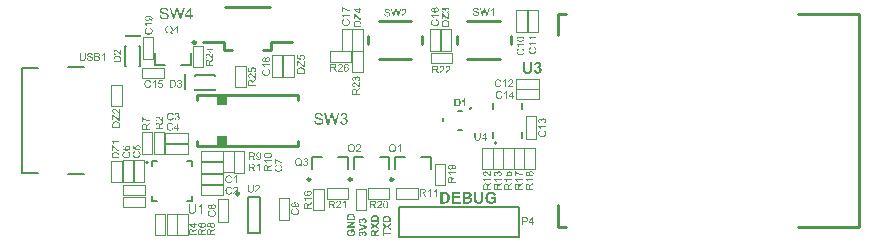
<source format=gto>
G04*
G04 #@! TF.GenerationSoftware,Altium Limited,Altium Designer,21.0.9 (235)*
G04*
G04 Layer_Color=65535*
%FSTAX24Y24*%
%MOIN*%
G70*
G04*
G04 #@! TF.SameCoordinates,F3794B47-591B-43CD-9A24-B45F9C40A272*
G04*
G04*
G04 #@! TF.FilePolarity,Positive*
G04*
G01*
G75*
%ADD10C,0.0060*%
%ADD11C,0.0100*%
%ADD12C,0.0098*%
%ADD13C,0.0079*%
%ADD14C,0.0080*%
%ADD15C,0.0050*%
%ADD16C,0.0020*%
%ADD17R,0.0050X0.0120*%
%ADD18R,0.0339X0.0339*%
%ADD19R,0.0571X0.0059*%
%ADD20R,0.0059X0.0571*%
G36*
X030966Y019274D02*
X030972Y019274D01*
X03098Y019273D01*
X030987Y019273D01*
X030996Y019271D01*
X031014Y019268D01*
X031032Y019262D01*
X031041Y019259D01*
X03105Y019255D01*
X031058Y019251D01*
X031066Y019245D01*
X031067Y019245D01*
X031068Y019244D01*
X03107Y019242D01*
X031073Y019239D01*
X031076Y019237D01*
X03108Y019233D01*
X031083Y019228D01*
X031088Y019223D01*
X031092Y019218D01*
X031097Y019212D01*
X031101Y019205D01*
X031105Y019197D01*
X03111Y01919D01*
X031113Y019181D01*
X031116Y019172D01*
X031118Y019162D01*
X031041Y019148D01*
Y019148D01*
X031041Y019149D01*
X03104Y019152D01*
X031037Y019157D01*
X031034Y019164D01*
X03103Y019171D01*
X031025Y019178D01*
X031018Y019186D01*
X03101Y019192D01*
X031009Y019193D01*
X031006Y019195D01*
X031001Y019198D01*
X030995Y019201D01*
X030987Y019204D01*
X030977Y019206D01*
X030967Y019208D01*
X030955Y019209D01*
X03095D01*
X030946Y019208D01*
X030942Y019208D01*
X030937Y019207D01*
X030931Y019206D01*
X030925Y019205D01*
X030912Y019201D01*
X030906Y019198D01*
X030899Y019195D01*
X030893Y019191D01*
X030886Y019187D01*
X03088Y019182D01*
X030874Y019176D01*
X030873Y019176D01*
X030873Y019175D01*
X030871Y019173D01*
X030869Y01917D01*
X030867Y019167D01*
X030864Y019163D01*
X030861Y019158D01*
X030859Y019152D01*
X030856Y019146D01*
X030854Y019138D01*
X030851Y019131D01*
X030849Y019122D01*
X030847Y019113D01*
X030845Y019102D01*
X030845Y019092D01*
X030844Y01908D01*
Y01908D01*
Y019077D01*
Y019074D01*
X030845Y019069D01*
X030845Y019063D01*
X030846Y019057D01*
X030847Y019049D01*
X030848Y019041D01*
X030851Y019025D01*
X030857Y019008D01*
X03086Y018999D01*
X030864Y018991D01*
X030869Y018984D01*
X030874Y018977D01*
X030875Y018976D01*
X030876Y018975D01*
X030878Y018974D01*
X03088Y018971D01*
X030883Y018969D01*
X030886Y018966D01*
X030891Y018963D01*
X030896Y01896D01*
X030901Y018956D01*
X030907Y018954D01*
X030921Y018948D01*
X030929Y018946D01*
X030936Y018944D01*
X030945Y018943D01*
X030954Y018943D01*
X030959D01*
X030963Y018943D01*
X03097Y018944D01*
X030977Y018945D01*
X030985Y018946D01*
X030994Y018949D01*
X031003Y018952D01*
X031004D01*
X031004Y018953D01*
X031007Y018954D01*
X031012Y018956D01*
X031017Y018959D01*
X031024Y018962D01*
X031031Y018966D01*
X031038Y01897D01*
X031045Y018975D01*
Y019025D01*
X030956D01*
Y01909D01*
X031123D01*
Y018935D01*
X031122Y018934D01*
X031121Y018933D01*
X031119Y018931D01*
X031116Y018929D01*
X031113Y018927D01*
X031106Y018921D01*
X031095Y018915D01*
X031083Y018908D01*
X031069Y018901D01*
X031052Y018894D01*
X031052D01*
X03105Y018894D01*
X031048Y018893D01*
X031045Y018892D01*
X03104Y01889D01*
X031035Y018889D01*
X03103Y018887D01*
X031023Y018885D01*
X03101Y018882D01*
X030994Y018879D01*
X030977Y018877D01*
X030959Y018877D01*
X030953D01*
X030949Y018877D01*
X030944D01*
X030937Y018878D01*
X030931Y018879D01*
X030923Y01888D01*
X030907Y018883D01*
X030889Y018887D01*
X030871Y018893D01*
X030863Y018897D01*
X030854Y018902D01*
X030853Y018902D01*
X030852Y018903D01*
X030849Y018904D01*
X030846Y018907D01*
X030843Y018909D01*
X030839Y018912D01*
X030834Y018916D01*
X030829Y01892D01*
X030818Y01893D01*
X030806Y018943D01*
X030796Y018958D01*
X030786Y018974D01*
Y018975D01*
X030785Y018976D01*
X030784Y018979D01*
X030783Y018983D01*
X030782Y018987D01*
X030779Y018992D01*
X030778Y018998D01*
X030775Y019005D01*
X030773Y019012D01*
X030772Y01902D01*
X030768Y019037D01*
X030765Y019056D01*
X030764Y019077D01*
Y019077D01*
Y01908D01*
Y019083D01*
X030765Y019087D01*
Y019092D01*
X030765Y019099D01*
X030767Y019105D01*
X030768Y019113D01*
X03077Y019129D01*
X030775Y019147D01*
X030781Y019166D01*
X030785Y019175D01*
X030789Y019183D01*
X03079Y019184D01*
X03079Y019186D01*
X030792Y019188D01*
X030794Y019191D01*
X030796Y019195D01*
X0308Y0192D01*
X030804Y019205D01*
X030808Y01921D01*
X030813Y019216D01*
X030818Y019222D01*
X030824Y019228D01*
X030831Y019234D01*
X030838Y019239D01*
X030845Y019246D01*
X030863Y019256D01*
X030863D01*
X030864Y019257D01*
X030866Y019257D01*
X030869Y019259D01*
X030873Y01926D01*
X030877Y019262D01*
X030883Y019263D01*
X030888Y019266D01*
X030894Y019267D01*
X030901Y019269D01*
X030909Y019271D01*
X030917Y019272D01*
X030935Y019274D01*
X030955Y019275D01*
X030961D01*
X030966Y019274D01*
D02*
G37*
G36*
X030696Y019065D02*
Y019065D01*
Y019062D01*
Y019059D01*
Y019054D01*
Y019049D01*
X030695Y019042D01*
Y019035D01*
Y019027D01*
X030694Y019011D01*
X030693Y018995D01*
X030693Y018988D01*
X030692Y01898D01*
X03069Y018974D01*
X030689Y018968D01*
Y018967D01*
X030689Y018966D01*
Y018965D01*
X030688Y018963D01*
X030687Y018958D01*
X030684Y018951D01*
X030681Y018943D01*
X030677Y018935D01*
X030672Y018927D01*
X030666Y018919D01*
X030666Y018918D01*
X030663Y018916D01*
X030659Y018913D01*
X030654Y018908D01*
X030648Y018903D01*
X03064Y018898D01*
X030631Y018893D01*
X030621Y018888D01*
X030621D01*
X03062Y018888D01*
X030618Y018887D01*
X030616Y018887D01*
X030613Y018885D01*
X03061Y018884D01*
X030606Y018883D01*
X030601Y018883D01*
X030591Y01888D01*
X030578Y018878D01*
X030563Y018877D01*
X030547Y018877D01*
X030538D01*
X030533Y018877D01*
X030528D01*
X030522Y018878D01*
X030516Y018878D01*
X030503Y018879D01*
X030489Y018882D01*
X030475Y018885D01*
X030469Y018887D01*
X030463Y018889D01*
X030463D01*
X030462Y018889D01*
X030459Y018891D01*
X030454Y018894D01*
X030447Y018898D01*
X03044Y018903D01*
X030432Y018908D01*
X030425Y018915D01*
X030419Y018922D01*
X030418Y018923D01*
X030416Y018925D01*
X030413Y01893D01*
X03041Y018935D01*
X030406Y018941D01*
X030402Y018949D01*
X0304Y018956D01*
X030397Y018965D01*
Y018965D01*
X030396Y018966D01*
Y018968D01*
X030396Y018971D01*
X030395Y018974D01*
X030395Y018979D01*
X030394Y018984D01*
X030394Y018989D01*
X030392Y018996D01*
X030392Y019003D01*
X030391Y019011D01*
X030391Y01902D01*
X03039Y019029D01*
Y01904D01*
X03039Y019051D01*
Y019062D01*
Y019268D01*
X030467D01*
Y019059D01*
Y019059D01*
Y019057D01*
Y019055D01*
Y019051D01*
Y019047D01*
Y019042D01*
X030468Y019032D01*
Y019021D01*
X030468Y019011D01*
X030469Y019006D01*
Y019001D01*
X03047Y018998D01*
X03047Y018995D01*
Y018994D01*
X030471Y018991D01*
X030473Y018986D01*
X030475Y018981D01*
X030478Y018975D01*
X030482Y018969D01*
X030487Y018962D01*
X030493Y018956D01*
X030495Y018956D01*
X030497Y018954D01*
X030501Y018952D01*
X030507Y01895D01*
X030515Y018947D01*
X030523Y018945D01*
X030533Y018943D01*
X030545Y018943D01*
X030551D01*
X030556Y018943D01*
X030563Y018944D01*
X030572Y018946D01*
X030579Y018948D01*
X030588Y018951D01*
X030594Y018956D01*
X030595Y018956D01*
X030597Y018958D01*
X0306Y018961D01*
X030603Y018965D01*
X030607Y01897D01*
X03061Y018975D01*
X030613Y018981D01*
X030614Y018989D01*
Y01899D01*
X030615Y018993D01*
X030616Y018998D01*
X030617Y019004D01*
Y019009D01*
X030617Y019014D01*
Y019019D01*
X030618Y019025D01*
Y019031D01*
X030618Y019039D01*
Y019046D01*
Y019055D01*
Y019268D01*
X030696D01*
Y019065D01*
D02*
G37*
G36*
X030182Y019267D02*
X030193Y019267D01*
X030204Y019266D01*
X030215Y019265D01*
X030224Y019264D01*
X030225D01*
X030228Y019263D01*
X030232Y019262D01*
X030238Y019261D01*
X030244Y019258D01*
X03025Y019256D01*
X030258Y019252D01*
X030264Y019248D01*
X030265Y019247D01*
X030267Y019246D01*
X03027Y019243D01*
X030275Y019239D01*
X030279Y019235D01*
X030284Y019229D01*
X030289Y019223D01*
X030294Y019216D01*
X030294Y019215D01*
X030295Y019212D01*
X030298Y019208D01*
X0303Y019202D01*
X030302Y019196D01*
X030304Y019188D01*
X030305Y01918D01*
X030306Y019171D01*
Y01917D01*
Y01917D01*
Y019166D01*
X030305Y019161D01*
X030304Y019155D01*
X030302Y019147D01*
X0303Y019138D01*
X030296Y01913D01*
X030291Y019121D01*
X03029Y01912D01*
X030288Y019117D01*
X030285Y019114D01*
X030281Y019109D01*
X030275Y019104D01*
X030269Y019097D01*
X030261Y019092D01*
X030252Y019087D01*
X030253D01*
X030254Y019087D01*
X030255Y019086D01*
X030258Y019086D01*
X030264Y019083D01*
X030272Y019079D01*
X03028Y019075D01*
X03029Y019069D01*
X030298Y019061D01*
X030306Y019052D01*
X030306Y019051D01*
X030309Y019048D01*
X030312Y019043D01*
X030315Y019036D01*
X030319Y019027D01*
X030322Y019018D01*
X030324Y019007D01*
X030325Y018995D01*
Y018994D01*
Y018994D01*
Y01899D01*
X030324Y018985D01*
X030323Y018979D01*
X030322Y018971D01*
X03032Y018962D01*
X030316Y018953D01*
X030313Y018944D01*
X030312Y018943D01*
X03031Y01894D01*
X030308Y018935D01*
X030304Y01893D01*
X030299Y018923D01*
X030293Y018917D01*
X030287Y01891D01*
X030279Y018904D01*
X030278Y018904D01*
X030275Y018902D01*
X030271Y018899D01*
X030265Y018897D01*
X030257Y018893D01*
X030248Y01889D01*
X030238Y018888D01*
X030227Y018886D01*
X030225D01*
X030223Y018885D01*
X030217D01*
X030213Y018885D01*
X030203D01*
X030196Y018884D01*
X030179D01*
X03017Y018884D01*
X030003D01*
Y019268D01*
X030172D01*
X030182Y019267D01*
D02*
G37*
G36*
X02993Y019203D02*
X029723D01*
Y019118D01*
X029916D01*
Y019053D01*
X029723D01*
Y018949D01*
X029937D01*
Y018884D01*
X029645D01*
Y019268D01*
X02993D01*
Y019203D01*
D02*
G37*
G36*
X029416Y019267D02*
X029426Y019267D01*
X029438Y019266D01*
X02945Y019264D01*
X029462Y019263D01*
X029472Y01926D01*
X029473D01*
X029474Y019259D01*
X029476Y019259D01*
X029478Y019258D01*
X029484Y019256D01*
X029492Y019252D01*
X029501Y019247D01*
X029511Y019241D01*
X029521Y019233D01*
X02953Y019225D01*
X029531D01*
X029531Y019223D01*
X029534Y01922D01*
X029538Y019215D01*
X029543Y019207D01*
X029549Y019198D01*
X029556Y019188D01*
X029562Y019176D01*
X029567Y019162D01*
Y019162D01*
X029567Y019161D01*
X029568Y019158D01*
X029569Y019156D01*
X029569Y019152D01*
X029571Y019148D01*
X029572Y019143D01*
X029573Y019137D01*
X029574Y019131D01*
X029575Y019124D01*
X029577Y019117D01*
X029577Y019109D01*
X029579Y019091D01*
X029579Y019072D01*
Y019071D01*
Y01907D01*
Y019067D01*
Y019064D01*
X029579Y01906D01*
Y019055D01*
X029578Y01905D01*
X029578Y019044D01*
X029577Y019031D01*
X029574Y019018D01*
X029571Y019004D01*
X029567Y01899D01*
Y01899D01*
X029567Y018989D01*
X029565Y018986D01*
X029564Y018983D01*
X029563Y01898D01*
X029561Y018976D01*
X029557Y018966D01*
X029551Y018955D01*
X029544Y018944D01*
X029536Y018933D01*
X029526Y018922D01*
X029525Y018921D01*
X029522Y018919D01*
X029518Y018915D01*
X029512Y018911D01*
X029504Y018906D01*
X029495Y018901D01*
X029484Y018896D01*
X029472Y018892D01*
X029471D01*
X029471Y018891D01*
X029469D01*
X029467Y01889D01*
X029461Y018889D01*
X029453Y018888D01*
X029444Y018886D01*
X029432Y018885D01*
X029418Y018884D01*
X029403Y018884D01*
X029258D01*
Y019268D01*
X029411D01*
X029416Y019267D01*
D02*
G37*
G36*
X026296Y018546D02*
X026299D01*
X026303Y018546D01*
X026307Y018545D01*
X026315Y018545D01*
X026324Y018543D01*
X026333Y018541D01*
X026342Y018538D01*
X026343D01*
X026343Y018538D01*
X026345Y018537D01*
X026347Y018537D01*
X026349Y018536D01*
X026352Y018534D01*
X026358Y018531D01*
X026365Y018528D01*
X026373Y018523D01*
X026381Y018517D01*
X026388Y018511D01*
X026388Y01851D01*
X02639Y018508D01*
X026392Y018505D01*
X026395Y018501D01*
X026398Y018496D01*
X026402Y01849D01*
X026405Y018483D01*
X026408Y018475D01*
Y018474D01*
X026408Y018474D01*
Y018473D01*
X026409Y018472D01*
X02641Y018468D01*
X026411Y018463D01*
X026412Y018456D01*
X026412Y018448D01*
X026413Y018439D01*
X026413Y018429D01*
Y018332D01*
X026157D01*
Y018434D01*
X026158Y018437D01*
X026158Y018444D01*
X026158Y018452D01*
X026159Y01846D01*
X026161Y018468D01*
X026162Y018475D01*
Y018475D01*
X026163Y018476D01*
X026163Y018477D01*
X026163Y018479D01*
X026165Y018483D01*
X026168Y018488D01*
X026171Y018494D01*
X026175Y018501D01*
X02618Y018507D01*
X026186Y018514D01*
Y018514D01*
X026187Y018514D01*
X026189Y018516D01*
X026193Y018519D01*
X026198Y018522D01*
X026203Y018527D01*
X02621Y018531D01*
X026219Y018535D01*
X026227Y018538D01*
X026228D01*
X026229Y018538D01*
X02623Y018539D01*
X026232Y018539D01*
X026234Y01854D01*
X026237Y018541D01*
X02624Y018541D01*
X026244Y018542D01*
X026248Y018543D01*
X026253Y018544D01*
X026258Y018545D01*
X026263Y018545D01*
X026275Y018546D01*
X026288Y018547D01*
X026288D01*
X026289D01*
X026291D01*
X026293D01*
X026296Y018546D01*
D02*
G37*
G36*
X026413Y018226D02*
X026244Y018122D01*
X026413D01*
Y018074D01*
X026157D01*
Y018124D01*
X02633Y01823D01*
X026157D01*
Y018278D01*
X026413D01*
Y018226D01*
D02*
G37*
G36*
X02638Y018025D02*
X02638Y018024D01*
X026381Y018023D01*
X026383Y018021D01*
X026384Y018019D01*
X026388Y018014D01*
X026392Y018007D01*
X026397Y017999D01*
X026402Y01799D01*
X026406Y017979D01*
Y017978D01*
X026407Y017977D01*
X026407Y017976D01*
X026408Y017973D01*
X026409Y01797D01*
X02641Y017967D01*
X026411Y017963D01*
X026412Y017959D01*
X026414Y01795D01*
X026416Y017939D01*
X026418Y017928D01*
X026418Y017916D01*
Y017912D01*
X026418Y01791D01*
Y017906D01*
X026417Y017902D01*
X026417Y017898D01*
X026416Y017892D01*
X026414Y017882D01*
X026411Y01787D01*
X026407Y017858D01*
X026404Y017852D01*
X026401Y017846D01*
X026401Y017846D01*
X026401Y017845D01*
X0264Y017843D01*
X026398Y017841D01*
X026397Y017839D01*
X026394Y017836D01*
X026392Y017833D01*
X026389Y017829D01*
X026382Y017822D01*
X026374Y017815D01*
X026364Y017808D01*
X026353Y017801D01*
X026353D01*
X026351Y017801D01*
X02635Y0178D01*
X026347Y017799D01*
X026344Y017798D01*
X026341Y017797D01*
X026337Y017795D01*
X026333Y017794D01*
X026328Y017792D01*
X026322Y017791D01*
X026311Y017789D01*
X026298Y017787D01*
X026284Y017787D01*
X026284D01*
X026283D01*
X02628D01*
X026278Y017787D01*
X026274D01*
X02627Y017787D01*
X026266Y017788D01*
X02626Y017789D01*
X02625Y017791D01*
X026237Y017794D01*
X026225Y017798D01*
X026219Y0178D01*
X026213Y017803D01*
X026213Y017804D01*
X026212Y017804D01*
X02621Y017805D01*
X026208Y017806D01*
X026206Y017808D01*
X026203Y01781D01*
X026199Y017813D01*
X026196Y017815D01*
X026192Y017819D01*
X026188Y017822D01*
X026184Y017826D01*
X02618Y017831D01*
X026176Y017836D01*
X026172Y017841D01*
X026165Y017852D01*
Y017852D01*
X026165Y017853D01*
X026164Y017855D01*
X026163Y017856D01*
X026162Y017859D01*
X026161Y017862D01*
X02616Y017865D01*
X026159Y017869D01*
X026158Y017873D01*
X026156Y017878D01*
X026155Y017883D01*
X026154Y017888D01*
X026153Y0179D01*
X026152Y017913D01*
Y017918D01*
X026153Y017921D01*
X026153Y017925D01*
X026153Y01793D01*
X026154Y017935D01*
X026155Y017941D01*
X026157Y017953D01*
X026161Y017965D01*
X026163Y017971D01*
X026166Y017977D01*
X026169Y017983D01*
X026172Y017988D01*
X026173Y017988D01*
X026173Y017989D01*
X026175Y01799D01*
X026176Y017992D01*
X026178Y017994D01*
X026181Y017997D01*
X026183Y017999D01*
X026187Y018002D01*
X02619Y018005D01*
X026195Y018008D01*
X026199Y018011D01*
X026204Y018014D01*
X026209Y018017D01*
X026215Y018019D01*
X026221Y018021D01*
X026227Y018023D01*
X026237Y017971D01*
X026237D01*
X026236Y017971D01*
X026234Y01797D01*
X026231Y017969D01*
X026226Y017966D01*
X026222Y017964D01*
X026217Y01796D01*
X026212Y017956D01*
X026208Y01795D01*
X026207Y01795D01*
X026206Y017948D01*
X026204Y017945D01*
X026202Y01794D01*
X0262Y017935D01*
X026198Y017929D01*
X026197Y017922D01*
X026196Y017913D01*
Y01791D01*
X026197Y017908D01*
X026197Y017905D01*
X026198Y017902D01*
X026198Y017898D01*
X026199Y017894D01*
X026202Y017885D01*
X026203Y017881D01*
X026206Y017876D01*
X026208Y017872D01*
X026211Y017868D01*
X026215Y017864D01*
X026218Y017859D01*
X026219Y017859D01*
X026219Y017859D01*
X02622Y017858D01*
X026222Y017856D01*
X026225Y017855D01*
X026227Y017853D01*
X02623Y017851D01*
X026234Y01785D01*
X026239Y017848D01*
X026243Y017846D01*
X026249Y017844D01*
X026254Y017843D01*
X02626Y017842D01*
X026267Y017841D01*
X026274Y01784D01*
X026282Y01784D01*
X026283D01*
X026284D01*
X026287D01*
X02629Y01784D01*
X026294Y017841D01*
X026298Y017841D01*
X026303Y017842D01*
X026308Y017842D01*
X026319Y017845D01*
X026331Y017848D01*
X026336Y017851D01*
X026341Y017853D01*
X026347Y017856D01*
X026351Y01786D01*
X026351Y01786D01*
X026352Y017861D01*
X026353Y017862D01*
X026355Y017864D01*
X026356Y017866D01*
X026358Y017868D01*
X02636Y017871D01*
X026363Y017874D01*
X026365Y017878D01*
X026367Y017882D01*
X02637Y017891D01*
X026372Y017896D01*
X026373Y017901D01*
X026374Y017907D01*
X026374Y017913D01*
Y017916D01*
X026374Y017919D01*
X026373Y017923D01*
X026373Y017928D01*
X026371Y017934D01*
X02637Y01794D01*
X026368Y017946D01*
Y017946D01*
X026367Y017946D01*
X026367Y017948D01*
X026365Y017952D01*
X026363Y017955D01*
X026361Y01796D01*
X026358Y017965D01*
X026356Y017969D01*
X026352Y017974D01*
X026319D01*
Y017915D01*
X026276D01*
Y018026D01*
X026379D01*
X02638Y018025D01*
D02*
G37*
G36*
X026735Y018394D02*
X026738Y018394D01*
X026742Y018393D01*
X026746Y018392D01*
X02675Y018391D01*
X026759Y018389D01*
X026763Y018386D01*
X026769Y018384D01*
X026773Y018381D01*
X026778Y018378D01*
X026783Y018374D01*
X026788Y01837D01*
X026788Y018369D01*
X026789Y018369D01*
X02679Y018367D01*
X026791Y018365D01*
X026793Y018363D01*
X026795Y01836D01*
X026797Y018356D01*
X026799Y018353D01*
X026802Y018349D01*
X026804Y018344D01*
X026806Y018339D01*
X026807Y018333D01*
X026809Y018327D01*
X02681Y018322D01*
X026811Y018315D01*
X026811Y018308D01*
Y018305D01*
X026811Y018302D01*
X02681Y018299D01*
X02681Y018296D01*
X026809Y018292D01*
X026809Y018288D01*
X026806Y018279D01*
X026803Y018269D01*
X0268Y018264D01*
X026798Y01826D01*
X026795Y018255D01*
X026791Y018251D01*
X026791Y01825D01*
X02679Y018249D01*
X026789Y018248D01*
X026788Y018247D01*
X026786Y018245D01*
X026783Y018243D01*
X02678Y018241D01*
X026777Y018239D01*
X026773Y018236D01*
X02677Y018234D01*
X026761Y01823D01*
X026751Y018226D01*
X026745Y018225D01*
X026739Y018224D01*
X026733Y018272D01*
X026733D01*
X026734D01*
X026736Y018272D01*
X026739Y018273D01*
X026743Y018274D01*
X026748Y018276D01*
X026753Y018278D01*
X026757Y01828D01*
X026761Y018284D01*
X026762Y018284D01*
X026763Y018286D01*
X026764Y018288D01*
X026766Y01829D01*
X026768Y018294D01*
X026769Y018298D01*
X02677Y018303D01*
X02677Y018308D01*
Y018309D01*
X02677Y01831D01*
X02677Y018313D01*
X026769Y018317D01*
X026768Y018321D01*
X026766Y018325D01*
X026763Y018329D01*
X026759Y018333D01*
X026759Y018334D01*
X026757Y018335D01*
X026754Y018337D01*
X026751Y018339D01*
X026746Y018341D01*
X026741Y018343D01*
X026735Y018344D01*
X026728Y018344D01*
X026727D01*
X026727D01*
X026725D01*
X026721Y018344D01*
X026717Y018343D01*
X026712Y018342D01*
X026707Y01834D01*
X026702Y018337D01*
X026698Y018334D01*
X026698Y018333D01*
X026696Y018332D01*
X026694Y01833D01*
X026692Y018327D01*
X02669Y018323D01*
X026689Y018319D01*
X026687Y018315D01*
X026687Y01831D01*
Y018306D01*
X026687Y018303D01*
X026688Y0183D01*
X026688Y018296D01*
X026689Y018292D01*
X026691Y018287D01*
X026651Y018292D01*
Y018296D01*
X026651Y018299D01*
X02665Y018304D01*
X026649Y018309D01*
X026648Y018314D01*
X026645Y018319D01*
X026642Y018323D01*
X026642Y018323D01*
X026641Y018325D01*
X026639Y018326D01*
X026636Y018329D01*
X026632Y01833D01*
X026628Y018332D01*
X026624Y018333D01*
X026618Y018334D01*
X026617D01*
X026616D01*
X026614Y018333D01*
X026611Y018333D01*
X026607Y018332D01*
X026604Y01833D01*
X0266Y018329D01*
X026597Y018326D01*
X026597Y018326D01*
X026596Y018325D01*
X026595Y018323D01*
X026593Y01832D01*
X026592Y018317D01*
X026591Y018314D01*
X02659Y01831D01*
X02659Y018305D01*
Y018303D01*
X02659Y018301D01*
X026591Y018298D01*
X026592Y018295D01*
X026593Y018291D01*
X026595Y018287D01*
X026598Y018284D01*
X026599Y018283D01*
X0266Y018282D01*
X026602Y018281D01*
X026605Y018279D01*
X026608Y018277D01*
X026613Y018276D01*
X026618Y018274D01*
X026624Y018273D01*
X026617Y018228D01*
X026616D01*
X026615Y018228D01*
X026614D01*
X026612Y018229D01*
X026608Y01823D01*
X026603Y018231D01*
X026597Y018233D01*
X026591Y018236D01*
X026585Y018239D01*
X026579Y018242D01*
X026578Y018242D01*
X026577Y018244D01*
X026574Y018246D01*
X026571Y018249D01*
X026568Y018253D01*
X026564Y018257D01*
X02656Y018263D01*
X026557Y018269D01*
Y018269D01*
X026557Y018269D01*
X026556Y018272D01*
X026554Y018275D01*
X026553Y01828D01*
X026551Y018285D01*
X02655Y018292D01*
X026549Y018299D01*
X026549Y018307D01*
Y01831D01*
X026549Y018313D01*
X02655Y018316D01*
X02655Y018319D01*
X026551Y018323D01*
X026552Y018327D01*
X026554Y018337D01*
X026556Y018342D01*
X026559Y018347D01*
X026561Y018352D01*
X026564Y018356D01*
X026568Y018361D01*
X026572Y018365D01*
X026573Y018365D01*
X026573Y018366D01*
X026574Y018367D01*
X026575Y018368D01*
X026579Y018371D01*
X026584Y018374D01*
X026591Y018377D01*
X026598Y01838D01*
X026606Y018382D01*
X02661Y018383D01*
X026615Y018383D01*
X026615D01*
X026616D01*
X026618Y018383D01*
X02662Y018382D01*
X026623Y018382D01*
X026627Y018381D01*
X02663Y01838D01*
X026634Y018379D01*
X026638Y018376D01*
X026643Y018374D01*
X026647Y018371D01*
X026652Y018367D01*
X026656Y018363D01*
X026661Y018358D01*
X026665Y018353D01*
X026669Y018346D01*
Y018346D01*
X026669Y018347D01*
Y018348D01*
X02667Y01835D01*
X026671Y018354D01*
X026673Y018359D01*
X026676Y018364D01*
X02668Y01837D01*
X026685Y018376D01*
X02669Y018381D01*
X026691Y018382D01*
X026693Y018383D01*
X026696Y018385D01*
X026701Y018388D01*
X026707Y01839D01*
X026714Y018392D01*
X026721Y018394D01*
X02673Y018394D01*
X02673D01*
X026731D01*
X026733D01*
X026735Y018394D01*
D02*
G37*
G36*
X026806Y01812D02*
Y018064D01*
X02655Y017972D01*
Y018028D01*
X02674Y018093D01*
X02655Y018156D01*
Y018211D01*
X026806Y01812D01*
D02*
G37*
G36*
X026735Y017956D02*
X026738Y017956D01*
X026742Y017955D01*
X026746Y017955D01*
X02675Y017954D01*
X026759Y017951D01*
X026763Y017949D01*
X026769Y017946D01*
X026773Y017943D01*
X026778Y01794D01*
X026783Y017936D01*
X026788Y017932D01*
X026788Y017932D01*
X026789Y017931D01*
X02679Y017929D01*
X026791Y017928D01*
X026793Y017925D01*
X026795Y017922D01*
X026797Y017919D01*
X026799Y017915D01*
X026802Y017911D01*
X026804Y017906D01*
X026806Y017901D01*
X026807Y017896D01*
X026809Y01789D01*
X02681Y017884D01*
X026811Y017877D01*
X026811Y017871D01*
Y017867D01*
X026811Y017865D01*
X02681Y017862D01*
X02681Y017858D01*
X026809Y017855D01*
X026809Y01785D01*
X026806Y017841D01*
X026803Y017832D01*
X0268Y017826D01*
X026798Y017822D01*
X026795Y017817D01*
X026791Y017813D01*
X026791Y017812D01*
X02679Y017812D01*
X026789Y017811D01*
X026788Y017809D01*
X026786Y017807D01*
X026783Y017805D01*
X02678Y017803D01*
X026777Y017801D01*
X026773Y017799D01*
X02677Y017796D01*
X026761Y017792D01*
X026751Y017789D01*
X026745Y017787D01*
X026739Y017787D01*
X026733Y017834D01*
X026733D01*
X026734D01*
X026736Y017834D01*
X026739Y017835D01*
X026743Y017836D01*
X026748Y017838D01*
X026753Y01784D01*
X026757Y017843D01*
X026761Y017846D01*
X026762Y017846D01*
X026763Y017848D01*
X026764Y01785D01*
X026766Y017853D01*
X026768Y017856D01*
X026769Y017861D01*
X02677Y017865D01*
X02677Y01787D01*
Y017871D01*
X02677Y017873D01*
X02677Y017875D01*
X026769Y017879D01*
X026768Y017883D01*
X026766Y017887D01*
X026763Y017892D01*
X026759Y017896D01*
X026759Y017896D01*
X026757Y017898D01*
X026754Y017899D01*
X026751Y017901D01*
X026746Y017903D01*
X026741Y017905D01*
X026735Y017906D01*
X026728Y017906D01*
X026727D01*
X026727D01*
X026725D01*
X026721Y017906D01*
X026717Y017905D01*
X026712Y017904D01*
X026707Y017902D01*
X026702Y017899D01*
X026698Y017896D01*
X026698Y017896D01*
X026696Y017894D01*
X026694Y017892D01*
X026692Y017889D01*
X02669Y017886D01*
X026689Y017882D01*
X026687Y017877D01*
X026687Y017872D01*
Y017868D01*
X026687Y017866D01*
X026688Y017862D01*
X026688Y017858D01*
X026689Y017854D01*
X026691Y017849D01*
X026651Y017855D01*
Y017858D01*
X026651Y017862D01*
X02665Y017866D01*
X026649Y017871D01*
X026648Y017876D01*
X026645Y017881D01*
X026642Y017885D01*
X026642Y017886D01*
X026641Y017887D01*
X026639Y017889D01*
X026636Y017891D01*
X026632Y017893D01*
X026628Y017895D01*
X026624Y017896D01*
X026618Y017896D01*
X026617D01*
X026616D01*
X026614Y017896D01*
X026611Y017895D01*
X026607Y017894D01*
X026604Y017893D01*
X0266Y017891D01*
X026597Y017888D01*
X026597Y017888D01*
X026596Y017887D01*
X026595Y017885D01*
X026593Y017883D01*
X026592Y01788D01*
X026591Y017876D01*
X02659Y017872D01*
X02659Y017868D01*
Y017865D01*
X02659Y017863D01*
X026591Y01786D01*
X026592Y017857D01*
X026593Y017853D01*
X026595Y017849D01*
X026598Y017846D01*
X026599Y017846D01*
X0266Y017845D01*
X026602Y017843D01*
X026605Y017841D01*
X026608Y017839D01*
X026613Y017838D01*
X026618Y017836D01*
X026624Y017835D01*
X026617Y01779D01*
X026616D01*
X026615Y017791D01*
X026614D01*
X026612Y017791D01*
X026608Y017792D01*
X026603Y017794D01*
X026597Y017796D01*
X026591Y017798D01*
X026585Y017801D01*
X026579Y017804D01*
X026578Y017805D01*
X026577Y017806D01*
X026574Y017808D01*
X026571Y017811D01*
X026568Y017815D01*
X026564Y017819D01*
X02656Y017825D01*
X026557Y017831D01*
Y017831D01*
X026557Y017832D01*
X026556Y017834D01*
X026554Y017838D01*
X026553Y017842D01*
X026551Y017848D01*
X02655Y017854D01*
X026549Y017861D01*
X026549Y017869D01*
Y017872D01*
X026549Y017875D01*
X02655Y017878D01*
X02655Y017882D01*
X026551Y017886D01*
X026552Y01789D01*
X026554Y017899D01*
X026556Y017904D01*
X026559Y017909D01*
X026561Y017914D01*
X026564Y017918D01*
X026568Y017923D01*
X026572Y017927D01*
X026573Y017928D01*
X026573Y017928D01*
X026574Y017929D01*
X026575Y01793D01*
X026579Y017933D01*
X026584Y017936D01*
X026591Y01794D01*
X026598Y017942D01*
X026606Y017945D01*
X02661Y017945D01*
X026615Y017945D01*
X026615D01*
X026616D01*
X026618Y017945D01*
X02662Y017945D01*
X026623Y017944D01*
X026627Y017943D01*
X02663Y017942D01*
X026634Y017941D01*
X026638Y017939D01*
X026643Y017936D01*
X026647Y017933D01*
X026652Y01793D01*
X026656Y017925D01*
X026661Y01792D01*
X026665Y017915D01*
X026669Y017908D01*
Y017909D01*
X026669Y017909D01*
Y01791D01*
X02667Y017912D01*
X026671Y017916D01*
X026673Y017921D01*
X026676Y017926D01*
X02668Y017932D01*
X026685Y017938D01*
X02669Y017943D01*
X026691Y017944D01*
X026693Y017946D01*
X026696Y017947D01*
X026701Y01795D01*
X026707Y017953D01*
X026714Y017955D01*
X026721Y017956D01*
X02673Y017957D01*
X02673D01*
X026731D01*
X026733D01*
X026735Y017956D01*
D02*
G37*
G36*
X027092Y018497D02*
X027095D01*
X027099Y018497D01*
X027103Y018497D01*
X027112Y018496D01*
X02712Y018494D01*
X02713Y018492D01*
X027139Y01849D01*
X027139D01*
X02714Y018489D01*
X027141Y018488D01*
X027143Y018488D01*
X027146Y018487D01*
X027148Y018485D01*
X027155Y018483D01*
X027162Y018479D01*
X02717Y018474D01*
X027177Y018468D01*
X027184Y018462D01*
X027185Y018461D01*
X027186Y01846D01*
X027189Y018457D01*
X027191Y018453D01*
X027195Y018447D01*
X027198Y018441D01*
X027201Y018434D01*
X027204Y018426D01*
Y018426D01*
X027205Y018425D01*
Y018424D01*
X027205Y018423D01*
X027206Y018419D01*
X027207Y018414D01*
X027208Y018407D01*
X027209Y0184D01*
X027209Y01839D01*
X02721Y01838D01*
Y018283D01*
X026954D01*
Y018386D01*
X026954Y018389D01*
X026954Y018396D01*
X026955Y018403D01*
X026956Y018411D01*
X026957Y018419D01*
X026959Y018426D01*
Y018427D01*
X026959Y018427D01*
X026959Y018428D01*
X02696Y01843D01*
X026962Y018434D01*
X026964Y01844D01*
X026968Y018446D01*
X026972Y018452D01*
X026976Y018458D01*
X026982Y018465D01*
Y018465D01*
X026983Y018465D01*
X026985Y018467D01*
X026989Y01847D01*
X026994Y018474D01*
X027Y018478D01*
X027007Y018482D01*
X027015Y018486D01*
X027024Y018489D01*
X027024D01*
X027025Y01849D01*
X027026Y01849D01*
X027028Y018491D01*
X027031Y018491D01*
X027033Y018492D01*
X027037Y018492D01*
X027041Y018494D01*
X027045Y018494D01*
X027049Y018495D01*
X027054Y018496D01*
X02706Y018496D01*
X027071Y018497D01*
X027084Y018498D01*
X027085D01*
X027086D01*
X027087D01*
X027089D01*
X027092Y018497D01*
D02*
G37*
G36*
X02721Y018194D02*
X027123Y018138D01*
X02721Y018081D01*
Y018019D01*
X027076Y018107D01*
X026954Y018027D01*
Y018087D01*
X02703Y018138D01*
X026954Y018188D01*
Y018249D01*
X027076Y018168D01*
X02721Y018256D01*
Y018194D01*
D02*
G37*
G36*
Y017955D02*
X027154Y017918D01*
X027154Y017917D01*
X027153Y017917D01*
X027151Y017916D01*
X027149Y017914D01*
X027147Y017913D01*
X027144Y017911D01*
X027138Y017907D01*
X027132Y017902D01*
X027126Y017898D01*
X02712Y017893D01*
X027118Y017892D01*
X027116Y01789D01*
X027116Y01789D01*
X027115Y017889D01*
X027114Y017888D01*
X027112Y017886D01*
X02711Y017883D01*
X027109Y017881D01*
X027107Y017878D01*
X027106Y017875D01*
Y017874D01*
X027105Y017873D01*
X027105Y017871D01*
X027104Y017868D01*
X027103Y017865D01*
X027103Y01786D01*
X027103Y017855D01*
Y017838D01*
X02721D01*
Y017787D01*
X026954D01*
Y017902D01*
X026954Y017905D01*
Y017909D01*
X026954Y017913D01*
Y017918D01*
X026955Y017928D01*
X026957Y017938D01*
X026958Y017947D01*
X026959Y017951D01*
X026961Y017955D01*
Y017955D01*
X026961Y017956D01*
X026962Y017958D01*
X026964Y017961D01*
X026966Y017966D01*
X02697Y01797D01*
X026974Y017975D01*
X026979Y01798D01*
X026985Y017984D01*
X026986D01*
X026986Y017985D01*
X026987Y017986D01*
X026988Y017986D01*
X026992Y017988D01*
X026997Y01799D01*
X027003Y017992D01*
X027009Y017994D01*
X027017Y017996D01*
X027025Y017996D01*
X027026D01*
X027026D01*
X027028D01*
X02703Y017996D01*
X027033D01*
X027035Y017995D01*
X027042Y017994D01*
X02705Y017992D01*
X027058Y017989D01*
X027066Y017984D01*
X027069Y017982D01*
X027073Y017979D01*
X027073Y017979D01*
X027074Y017978D01*
X027075Y017977D01*
X027076Y017976D01*
X027078Y017974D01*
X027079Y017972D01*
X027081Y017969D01*
X027083Y017966D01*
X027085Y017963D01*
X027087Y017959D01*
X027089Y017955D01*
X027091Y01795D01*
X027093Y017945D01*
X027094Y01794D01*
X027096Y017935D01*
X027097Y017928D01*
Y017929D01*
X027097Y017929D01*
X027099Y017931D01*
X0271Y017934D01*
X027103Y017938D01*
X027106Y017942D01*
X02711Y017947D01*
X027114Y017952D01*
X027118Y017956D01*
X027119Y017956D01*
X02712Y017958D01*
X027123Y01796D01*
X027128Y017963D01*
X027133Y017968D01*
X027137Y01797D01*
X027141Y017973D01*
X027145Y017976D01*
X027149Y017979D01*
X027154Y017982D01*
X02716Y017985D01*
X02721Y018017D01*
Y017955D01*
D02*
G37*
G36*
X027491Y018476D02*
X027494D01*
X027497Y018475D01*
X027501Y018475D01*
X02751Y018474D01*
X027519Y018473D01*
X027528Y018471D01*
X027537Y018468D01*
X027537D01*
X027538Y018468D01*
X02754Y018467D01*
X027542Y018466D01*
X027544Y018465D01*
X027547Y018464D01*
X027553Y018461D01*
X02756Y018457D01*
X027568Y018453D01*
X027575Y018447D01*
X027583Y018441D01*
X027583Y01844D01*
X027585Y018438D01*
X027587Y018435D01*
X02759Y018431D01*
X027593Y018426D01*
X027597Y01842D01*
X0276Y018413D01*
X027603Y018404D01*
Y018404D01*
X027603Y018404D01*
Y018403D01*
X027604Y018401D01*
X027604Y018397D01*
X027605Y018392D01*
X027607Y018386D01*
X027607Y018378D01*
X027608Y018369D01*
X027608Y018359D01*
Y018262D01*
X027352D01*
Y018364D01*
X027352Y018367D01*
X027353Y018374D01*
X027353Y018382D01*
X027354Y01839D01*
X027355Y018398D01*
X027357Y018405D01*
Y018405D01*
X027358Y018406D01*
X027358Y018407D01*
X027358Y018409D01*
X02736Y018413D01*
X027363Y018418D01*
X027366Y018424D01*
X02737Y018431D01*
X027375Y018437D01*
X027381Y018443D01*
Y018444D01*
X027382Y018444D01*
X027384Y018446D01*
X027388Y018449D01*
X027392Y018452D01*
X027398Y018456D01*
X027405Y01846D01*
X027413Y018464D01*
X027422Y018468D01*
X027423D01*
X027423Y018468D01*
X027425Y018468D01*
X027427Y018469D01*
X027429Y01847D01*
X027432Y01847D01*
X027435Y018471D01*
X027439Y018472D01*
X027443Y018473D01*
X027448Y018474D01*
X027453Y018474D01*
X027458Y018475D01*
X02747Y018476D01*
X027483Y018476D01*
X027483D01*
X027484D01*
X027486D01*
X027488D01*
X027491Y018476D01*
D02*
G37*
G36*
X027608Y018173D02*
X027521Y018116D01*
X027608Y018059D01*
Y017997D01*
X027475Y018086D01*
X027352Y018005D01*
Y018066D01*
X027429Y018116D01*
X027352Y018167D01*
Y018227D01*
X027475Y018147D01*
X027608Y018235D01*
Y018173D01*
D02*
G37*
G36*
X027395Y017914D02*
X027608D01*
Y017862D01*
X027395D01*
Y017787D01*
X027352D01*
Y01799D01*
X027395D01*
Y017914D01*
D02*
G37*
G36*
X020062Y025415D02*
X020066D01*
X020076Y025414D01*
X020088Y025412D01*
X0201Y025409D01*
X020114Y025406D01*
X020126Y025401D01*
X020126D01*
X020128Y025401D01*
X020129Y0254D01*
X020131Y025399D01*
X020137Y025396D01*
X020144Y025391D01*
X020152Y025385D01*
X020161Y025378D01*
X020169Y02537D01*
X020176Y02536D01*
Y02536D01*
X020176Y025359D01*
X020177Y025358D01*
X020179Y025356D01*
X020181Y02535D01*
X020185Y025343D01*
X020189Y025334D01*
X020191Y025324D01*
X020194Y025313D01*
X020195Y0253D01*
X020146Y025296D01*
Y025297D01*
Y025298D01*
X020146Y0253D01*
X020145Y025303D01*
X020144Y025309D01*
X020141Y025317D01*
X020138Y025326D01*
X020133Y025335D01*
X020127Y025343D01*
X020119Y025351D01*
X020118Y025351D01*
X020115Y025354D01*
X02011Y025357D01*
X020103Y02536D01*
X020093Y025364D01*
X020082Y025367D01*
X020068Y025369D01*
X020053Y02537D01*
X020045D01*
X020041Y025369D01*
X020037Y025369D01*
X020027Y025367D01*
X020016Y025365D01*
X020005Y025363D01*
X019994Y025358D01*
X01999Y025355D01*
X019985Y025353D01*
X019984Y025352D01*
X019982Y02535D01*
X019979Y025346D01*
X019975Y025341D01*
X019972Y025335D01*
X019968Y025329D01*
X019966Y025321D01*
X019965Y025312D01*
Y025311D01*
Y025309D01*
X019965Y025305D01*
X019967Y0253D01*
X019968Y025295D01*
X019971Y025289D01*
X019974Y025284D01*
X019979Y025278D01*
X01998Y025278D01*
X019983Y025276D01*
X019985Y025274D01*
X019987Y025273D01*
X01999Y025271D01*
X019994Y025269D01*
X019999Y025268D01*
X020005Y025265D01*
X020011Y025263D01*
X020018Y02526D01*
X020026Y025258D01*
X020035Y025255D01*
X020045Y025253D01*
X020056Y02525D01*
X020056D01*
X020059Y02525D01*
X020062Y025249D01*
X020066Y025248D01*
X020071Y025247D01*
X020077Y025245D01*
X020083Y025244D01*
X02009Y025242D01*
X020104Y025238D01*
X020118Y025234D01*
X020125Y025232D01*
X020131Y02523D01*
X020136Y025228D01*
X020141Y025226D01*
X020141D01*
X020143Y025225D01*
X020144Y025224D01*
X020146Y025223D01*
X020152Y02522D01*
X02016Y025215D01*
X020168Y025209D01*
X020176Y025203D01*
X020184Y025195D01*
X020191Y025187D01*
X020191Y025185D01*
X020194Y025183D01*
X020196Y025178D01*
X020199Y025171D01*
X020202Y025163D01*
X020205Y025154D01*
X020206Y025143D01*
X020207Y025132D01*
Y025132D01*
Y025131D01*
Y025129D01*
Y025127D01*
X020206Y025121D01*
X020205Y025113D01*
X020202Y025104D01*
X0202Y025095D01*
X020195Y025085D01*
X020189Y025074D01*
Y025074D01*
X020189Y025073D01*
X020186Y02507D01*
X020182Y025065D01*
X020176Y025059D01*
X020169Y025053D01*
X02016Y025046D01*
X02015Y025039D01*
X020139Y025033D01*
X020138D01*
X020137Y025032D01*
X020135Y025032D01*
X020133Y025031D01*
X02013Y025029D01*
X020126Y025028D01*
X020117Y025026D01*
X020106Y025023D01*
X020094Y02502D01*
X02008Y025018D01*
X020065Y025018D01*
X020056D01*
X020051Y025018D01*
X020047D01*
X020041Y025019D01*
X020034Y02502D01*
X02002Y025022D01*
X020006Y025024D01*
X019992Y025028D01*
X019978Y025033D01*
X019977D01*
X019976Y025033D01*
X019974Y025034D01*
X019972Y025036D01*
X019965Y025039D01*
X019958Y025044D01*
X019949Y025051D01*
X019939Y025058D01*
X01993Y025068D01*
X019922Y025078D01*
Y025079D01*
X019921Y02508D01*
X019921Y025082D01*
X019919Y025084D01*
X019918Y025087D01*
X019916Y02509D01*
X019912Y025098D01*
X019908Y025109D01*
X019905Y025121D01*
X019903Y025134D01*
X019902Y025148D01*
X019949Y025152D01*
Y025152D01*
Y025151D01*
X01995Y025149D01*
Y025147D01*
X019951Y025142D01*
X019953Y025135D01*
X019955Y025128D01*
X019957Y025119D01*
X019961Y025112D01*
X019965Y025104D01*
X019965Y025104D01*
X019967Y025102D01*
X01997Y025098D01*
X019974Y025094D01*
X01998Y025089D01*
X019986Y025084D01*
X019994Y025079D01*
X020003Y025074D01*
X020004D01*
X020004Y025074D01*
X020006Y025073D01*
X020008Y025073D01*
X020013Y025071D01*
X02002Y025069D01*
X020029Y025067D01*
X020039Y025065D01*
X02005Y025064D01*
X020063Y025063D01*
X020068D01*
X020073Y025064D01*
X02008Y025064D01*
X020088Y025066D01*
X020096Y025067D01*
X020105Y025069D01*
X020114Y025072D01*
X020115Y025072D01*
X020118Y025073D01*
X020121Y025076D01*
X020126Y025078D01*
X020131Y025082D01*
X020137Y025086D01*
X020143Y02509D01*
X020147Y025096D01*
X020148Y025096D01*
X020149Y025098D01*
X02015Y025101D01*
X020152Y025106D01*
X020155Y02511D01*
X020156Y025116D01*
X020157Y025122D01*
X020158Y025128D01*
Y025129D01*
Y025132D01*
X020157Y025135D01*
X020157Y025139D01*
X020155Y025144D01*
X020154Y025149D01*
X020151Y025155D01*
X020147Y02516D01*
X020146Y02516D01*
X020145Y025162D01*
X020143Y025164D01*
X020139Y025168D01*
X020134Y025171D01*
X020128Y025175D01*
X020121Y025179D01*
X020113Y025182D01*
X020112Y025183D01*
X020109Y025183D01*
X020105Y025185D01*
X020102Y025185D01*
X020098Y025187D01*
X020094Y025188D01*
X020089Y025189D01*
X020084Y025191D01*
X020077Y025193D01*
X02007Y025194D01*
X020063Y025197D01*
X020054Y025199D01*
X020044Y025201D01*
X020044D01*
X020042Y025202D01*
X020039Y025202D01*
X020036Y025203D01*
X020032Y025204D01*
X020027Y025205D01*
X020015Y025209D01*
X020003Y025213D01*
X01999Y025217D01*
X019979Y02522D01*
X019974Y025223D01*
X01997Y025225D01*
X019969D01*
X019969Y025225D01*
X019965Y025228D01*
X01996Y02523D01*
X019955Y025235D01*
X019948Y02524D01*
X019942Y025246D01*
X019935Y025253D01*
X019929Y025261D01*
X019929Y025262D01*
X019927Y025265D01*
X019925Y025269D01*
X019923Y025275D01*
X019921Y025282D01*
X019918Y02529D01*
X019917Y025299D01*
X019916Y025309D01*
Y025309D01*
Y02531D01*
Y025311D01*
Y025314D01*
X019917Y025319D01*
X019918Y025326D01*
X01992Y025335D01*
X019923Y025344D01*
X019927Y025354D01*
X019932Y025363D01*
Y025364D01*
X019933Y025364D01*
X019935Y025367D01*
X019939Y025372D01*
X019944Y025377D01*
X019951Y025384D01*
X019959Y02539D01*
X019969Y025396D01*
X01998Y025402D01*
X019981D01*
X019982Y025402D01*
X019984Y025403D01*
X019986Y025404D01*
X019989Y025405D01*
X019993Y025406D01*
X020001Y025409D01*
X020012Y025411D01*
X020024Y025413D01*
X020037Y025415D01*
X020051Y025415D01*
X020058D01*
X020062Y025415D01*
D02*
G37*
G36*
X02063Y025024D02*
X02058D01*
X0205Y025317D01*
Y025318D01*
X020499Y025319D01*
X020499Y02532D01*
X020498Y025323D01*
X020497Y025329D01*
X020495Y025336D01*
X020493Y025344D01*
X020491Y025351D01*
X020489Y025358D01*
X020488Y02536D01*
X020488Y025362D01*
Y025361D01*
X020487Y025361D01*
X020487Y025358D01*
X020485Y025353D01*
X020484Y025346D01*
X020482Y02534D01*
X02048Y025332D01*
X020478Y025324D01*
X020476Y025317D01*
X020395Y025024D01*
X020342D01*
X020241Y025409D01*
X020294D01*
X020351Y025157D01*
Y025156D01*
X020352Y025155D01*
X020352Y025153D01*
X020353Y02515D01*
X020353Y025146D01*
X020355Y025142D01*
X020356Y025137D01*
X020357Y025132D01*
X02036Y02512D01*
X020362Y025107D01*
X020365Y025092D01*
X020368Y025078D01*
Y025078D01*
X020368Y025081D01*
X02037Y025083D01*
X02037Y025088D01*
X020371Y025092D01*
X020373Y025098D01*
X020376Y02511D01*
X020379Y025122D01*
X02038Y025128D01*
X020382Y025134D01*
X020383Y025139D01*
X020384Y025143D01*
X020385Y025147D01*
X020386Y025149D01*
X020458Y025409D01*
X02052D01*
X020574Y025214D01*
Y025213D01*
X020575Y02521D01*
X020577Y025207D01*
X020578Y025202D01*
X020579Y025195D01*
X020582Y025188D01*
X020584Y025179D01*
X020586Y02517D01*
X020589Y025159D01*
X020591Y025149D01*
X020596Y025126D01*
X020601Y025102D01*
X020605Y025078D01*
Y025078D01*
X020605Y025079D01*
Y025082D01*
X020606Y025084D01*
X020607Y025088D01*
X020608Y025092D01*
X020609Y025097D01*
X02061Y025102D01*
X020613Y025114D01*
X020616Y025129D01*
X02062Y025144D01*
X020624Y025162D01*
X020684Y025409D01*
X020736D01*
X02063Y025024D01*
D02*
G37*
G36*
X020962Y02516D02*
X021014D01*
Y025117D01*
X020962D01*
Y025024D01*
X020915D01*
Y025117D01*
X020748D01*
Y02516D01*
X020924Y025409D01*
X020962D01*
Y02516D01*
D02*
G37*
G36*
X025221Y021905D02*
X025225D01*
X025236Y021904D01*
X025247Y021902D01*
X025259Y021899D01*
X025273Y021896D01*
X025285Y021891D01*
X025286D01*
X025287Y021891D01*
X025288Y02189D01*
X025291Y021889D01*
X025296Y021886D01*
X025303Y021881D01*
X025312Y021875D01*
X02532Y021868D01*
X025328Y02186D01*
X025335Y02185D01*
Y02185D01*
X025336Y021849D01*
X025337Y021848D01*
X025338Y021846D01*
X025341Y02184D01*
X025344Y021833D01*
X025348Y021824D01*
X025351Y021814D01*
X025353Y021803D01*
X025354Y02179D01*
X025306Y021786D01*
Y021787D01*
Y021788D01*
X025305Y02179D01*
X025304Y021793D01*
X025303Y021799D01*
X025301Y021807D01*
X025297Y021816D01*
X025292Y021825D01*
X025286Y021833D01*
X025278Y021841D01*
X025277Y021841D01*
X025274Y021844D01*
X025269Y021847D01*
X025262Y02185D01*
X025252Y021854D01*
X025241Y021857D01*
X025227Y021859D01*
X025212Y02186D01*
X025204D01*
X025201Y021859D01*
X025196Y021859D01*
X025186Y021857D01*
X025175Y021855D01*
X025164Y021853D01*
X025154Y021848D01*
X025149Y021845D01*
X025145Y021843D01*
X025144Y021842D01*
X025141Y02184D01*
X025138Y021836D01*
X025135Y021831D01*
X025131Y021825D01*
X025127Y021819D01*
X025125Y021811D01*
X025124Y021802D01*
Y021801D01*
Y021799D01*
X025125Y021795D01*
X025126Y02179D01*
X025127Y021785D01*
X02513Y021779D01*
X025134Y021774D01*
X025139Y021768D01*
X025139Y021768D01*
X025142Y021766D01*
X025144Y021764D01*
X025146Y021763D01*
X02515Y021761D01*
X025154Y021759D01*
X025158Y021758D01*
X025164Y021755D01*
X02517Y021753D01*
X025177Y02175D01*
X025185Y021748D01*
X025194Y021745D01*
X025204Y021743D01*
X025215Y02174D01*
X025216D01*
X025218Y02174D01*
X025221Y021739D01*
X025225Y021738D01*
X02523Y021737D01*
X025236Y021735D01*
X025242Y021734D01*
X025249Y021732D01*
X025263Y021728D01*
X025277Y021724D01*
X025284Y021722D01*
X02529Y02172D01*
X025296Y021718D01*
X0253Y021716D01*
X025301D01*
X025302Y021715D01*
X025303Y021714D01*
X025306Y021713D01*
X025312Y02171D01*
X025319Y021705D01*
X025327Y021699D01*
X025336Y021693D01*
X025343Y021685D01*
X02535Y021677D01*
X025351Y021675D01*
X025353Y021673D01*
X025355Y021668D01*
X025358Y021661D01*
X025361Y021653D01*
X025364Y021644D01*
X025366Y021633D01*
X025366Y021622D01*
Y021622D01*
Y021621D01*
Y021619D01*
Y021617D01*
X025365Y021611D01*
X025364Y021603D01*
X025362Y021594D01*
X025359Y021585D01*
X025354Y021575D01*
X025348Y021564D01*
Y021564D01*
X025348Y021563D01*
X025345Y02156D01*
X025341Y021555D01*
X025336Y021549D01*
X025328Y021543D01*
X025319Y021536D01*
X025309Y021529D01*
X025298Y021523D01*
X025297D01*
X025296Y021522D01*
X025294Y021522D01*
X025292Y021521D01*
X025289Y021519D01*
X025285Y021518D01*
X025276Y021516D01*
X025266Y021513D01*
X025253Y02151D01*
X025239Y021508D01*
X025224Y021508D01*
X025215D01*
X025211Y021508D01*
X025206D01*
X0252Y021509D01*
X025193Y02151D01*
X02518Y021512D01*
X025165Y021514D01*
X025151Y021518D01*
X025137Y021523D01*
X025136D01*
X025135Y021523D01*
X025134Y021525D01*
X025131Y021526D01*
X025125Y021529D01*
X025117Y021534D01*
X025108Y021541D01*
X025099Y021548D01*
X02509Y021558D01*
X025081Y021568D01*
Y021569D01*
X02508Y02157D01*
X02508Y021572D01*
X025078Y021574D01*
X025077Y021577D01*
X025075Y02158D01*
X025071Y021588D01*
X025067Y021599D01*
X025064Y021611D01*
X025062Y021624D01*
X025061Y021638D01*
X025109Y021642D01*
Y021642D01*
Y021641D01*
X025109Y021639D01*
Y021637D01*
X02511Y021632D01*
X025112Y021625D01*
X025114Y021618D01*
X025116Y021609D01*
X02512Y021602D01*
X025124Y021594D01*
X025125Y021594D01*
X025126Y021592D01*
X025129Y021588D01*
X025134Y021584D01*
X025139Y021579D01*
X025145Y021574D01*
X025154Y021569D01*
X025162Y021564D01*
X025163D01*
X025163Y021564D01*
X025165Y021563D01*
X025167Y021563D01*
X025172Y021561D01*
X02518Y021559D01*
X025188Y021557D01*
X025198Y021555D01*
X02521Y021554D01*
X025222Y021553D01*
X025227D01*
X025232Y021554D01*
X025239Y021554D01*
X025247Y021556D01*
X025256Y021557D01*
X025264Y021559D01*
X025273Y021562D01*
X025274Y021562D01*
X025277Y021563D01*
X025281Y021566D01*
X025286Y021568D01*
X025291Y021572D01*
X025296Y021576D01*
X025302Y02158D01*
X025306Y021586D01*
X025307Y021586D01*
X025308Y021588D01*
X025309Y021591D01*
X025312Y021596D01*
X025314Y0216D01*
X025316Y021606D01*
X025317Y021612D01*
X025317Y021618D01*
Y021619D01*
Y021622D01*
X025317Y021625D01*
X025316Y021629D01*
X025314Y021634D01*
X025313Y021639D01*
X02531Y021645D01*
X025306Y02165D01*
X025306Y02165D01*
X025304Y021652D01*
X025302Y021654D01*
X025298Y021658D01*
X025293Y021661D01*
X025287Y021665D01*
X02528Y021669D01*
X025272Y021672D01*
X025271Y021673D01*
X025268Y021673D01*
X025264Y021675D01*
X025261Y021675D01*
X025257Y021677D01*
X025253Y021678D01*
X025248Y021679D01*
X025243Y021681D01*
X025236Y021683D01*
X02523Y021684D01*
X025222Y021687D01*
X025213Y021689D01*
X025203Y021691D01*
X025203D01*
X025201Y021692D01*
X025198Y021692D01*
X025195Y021693D01*
X025191Y021694D01*
X025186Y021695D01*
X025175Y021699D01*
X025162Y021703D01*
X02515Y021707D01*
X025139Y02171D01*
X025134Y021713D01*
X025129Y021715D01*
X025129D01*
X025128Y021715D01*
X025125Y021718D01*
X02512Y02172D01*
X025114Y021725D01*
X025107Y02173D01*
X025101Y021736D01*
X025094Y021743D01*
X025089Y021751D01*
X025088Y021752D01*
X025086Y021755D01*
X025084Y021759D01*
X025082Y021765D01*
X02508Y021772D01*
X025077Y02178D01*
X025076Y021789D01*
X025075Y021799D01*
Y021799D01*
Y0218D01*
Y021801D01*
Y021804D01*
X025076Y021809D01*
X025077Y021816D01*
X025079Y021825D01*
X025082Y021834D01*
X025086Y021844D01*
X025091Y021853D01*
Y021854D01*
X025092Y021854D01*
X025095Y021857D01*
X025099Y021862D01*
X025104Y021867D01*
X02511Y021874D01*
X025119Y02188D01*
X025129Y021886D01*
X02514Y021892D01*
X02514D01*
X025141Y021892D01*
X025143Y021893D01*
X025145Y021894D01*
X025148Y021895D01*
X025152Y021896D01*
X02516Y021899D01*
X025171Y021901D01*
X025183Y021903D01*
X025196Y021905D01*
X02521Y021905D01*
X025217D01*
X025221Y021905D01*
D02*
G37*
G36*
X026055Y0219D02*
X026063Y021899D01*
X026071Y021897D01*
X026081Y021894D01*
X026091Y021891D01*
X026101Y021886D01*
X026102D01*
X026103Y021886D01*
X026106Y021884D01*
X026111Y021881D01*
X026116Y021877D01*
X026123Y021871D01*
X02613Y021865D01*
X026136Y021858D01*
X026142Y02185D01*
X026143Y021849D01*
X026144Y021846D01*
X026146Y021841D01*
X026149Y021835D01*
X026152Y021828D01*
X026154Y021819D01*
X026156Y02181D01*
X026156Y0218D01*
Y021799D01*
Y021796D01*
X026156Y021791D01*
X026155Y021785D01*
X026153Y021778D01*
X02615Y02177D01*
X026147Y021763D01*
X026143Y021755D01*
X026142Y021754D01*
X02614Y021751D01*
X026137Y021748D01*
X026133Y021743D01*
X026127Y021738D01*
X02612Y021733D01*
X026113Y021728D01*
X026103Y021723D01*
X026104D01*
X026105Y021722D01*
X026106Y021722D01*
X026109Y021721D01*
X026115Y021719D01*
X026123Y021715D01*
X026131Y021711D01*
X02614Y021705D01*
X026149Y021698D01*
X026156Y02169D01*
X026157Y021689D01*
X026159Y021685D01*
X026162Y02168D01*
X026166Y021673D01*
X026169Y021664D01*
X026172Y021653D01*
X026175Y021641D01*
X026175Y021628D01*
Y021627D01*
Y021625D01*
Y021623D01*
X026175Y021619D01*
X026174Y021615D01*
X026173Y02161D01*
X026172Y021604D01*
X026171Y021598D01*
X026166Y021585D01*
X026163Y021578D01*
X02616Y021571D01*
X026155Y021564D01*
X02615Y021557D01*
X026145Y021549D01*
X026138Y021543D01*
X026138Y021542D01*
X026136Y021541D01*
X026134Y021539D01*
X026131Y021537D01*
X026128Y021534D01*
X026124Y021532D01*
X026119Y021528D01*
X026113Y021526D01*
X026106Y021522D01*
X026099Y021519D01*
X026092Y021516D01*
X026084Y021513D01*
X026075Y021511D01*
X026065Y02151D01*
X026056Y021508D01*
X026045Y021508D01*
X02604D01*
X026037Y021508D01*
X026033Y021509D01*
X026028Y02151D01*
X026022Y021511D01*
X026016Y021512D01*
X026003Y021515D01*
X025989Y021521D01*
X025982Y021524D01*
X025975Y021528D01*
X025968Y021533D01*
X025962Y021538D01*
X025961Y021538D01*
X02596Y021539D01*
X025958Y021541D01*
X025957Y021543D01*
X025954Y021546D01*
X025951Y02155D01*
X025948Y021554D01*
X025944Y021559D01*
X025941Y021564D01*
X025938Y02157D01*
X025932Y021583D01*
X025927Y021599D01*
X025925Y021607D01*
X025924Y021616D01*
X025971Y021622D01*
Y021622D01*
X025972Y021621D01*
X025972Y021618D01*
X025973Y021616D01*
X025973Y021612D01*
X025974Y021608D01*
X025977Y0216D01*
X025981Y02159D01*
X025986Y021581D01*
X025992Y021572D01*
X025998Y021564D01*
X025999Y021563D01*
X026002Y021561D01*
X026006Y021558D01*
X026012Y021556D01*
X026018Y021552D01*
X026027Y021549D01*
X026036Y021547D01*
X026046Y021547D01*
X026049D01*
X026051Y021547D01*
X026058Y021548D01*
X026065Y021549D01*
X026074Y021552D01*
X026084Y021556D01*
X026093Y021562D01*
X026102Y021569D01*
X026103Y021571D01*
X026106Y021574D01*
X026109Y021579D01*
X026114Y021586D01*
X026118Y021594D01*
X026121Y021603D01*
X026124Y021614D01*
X026125Y021627D01*
Y021627D01*
Y021628D01*
Y02163D01*
X026125Y021632D01*
X026124Y021638D01*
X026123Y021645D01*
X02612Y021654D01*
X026116Y021663D01*
X026111Y021672D01*
X026104Y02168D01*
X026103Y021682D01*
X0261Y021684D01*
X026095Y021687D01*
X026089Y021691D01*
X026081Y021695D01*
X026072Y021698D01*
X026061Y0217D01*
X02605Y021702D01*
X026045D01*
X026041Y021701D01*
X026036Y0217D01*
X02603Y021699D01*
X026024Y021698D01*
X026017Y021697D01*
X026022Y021738D01*
X026025D01*
X026027Y021738D01*
X026034D01*
X02604Y021739D01*
X026048Y02174D01*
X026056Y021741D01*
X026065Y021744D01*
X026074Y021748D01*
X026084Y021753D01*
X026084D01*
X026085Y021754D01*
X026088Y021756D01*
X026091Y02176D01*
X026096Y021765D01*
X0261Y021772D01*
X026104Y02178D01*
X026107Y02179D01*
X026108Y021795D01*
Y021801D01*
Y021802D01*
Y021803D01*
Y021806D01*
X026107Y02181D01*
X026106Y021816D01*
X026104Y021823D01*
X026101Y02183D01*
X026096Y021838D01*
X02609Y021844D01*
X02609Y021845D01*
X026087Y021847D01*
X026083Y02185D01*
X026078Y021853D01*
X026071Y021856D01*
X026064Y021859D01*
X026055Y021861D01*
X026045Y021861D01*
X02604D01*
X026035Y02186D01*
X026029Y021859D01*
X026022Y021857D01*
X026014Y021854D01*
X026007Y02185D01*
X025999Y021844D01*
X025999Y021844D01*
X025997Y021841D01*
X025993Y021837D01*
X025989Y021831D01*
X025985Y021824D01*
X025982Y021815D01*
X025978Y021805D01*
X025976Y021793D01*
X025929Y021801D01*
Y021801D01*
X025929Y021803D01*
X02593Y021805D01*
X025931Y021809D01*
X025932Y021813D01*
X025933Y021817D01*
X025937Y021828D01*
X025942Y02184D01*
X025949Y021852D01*
X025957Y021864D01*
X025968Y021874D01*
X025968Y021875D01*
X025969Y021875D01*
X025971Y021876D01*
X025973Y021878D01*
X025976Y02188D01*
X02598Y021882D01*
X025984Y021885D01*
X025989Y021887D01*
X026Y021892D01*
X026013Y021896D01*
X026028Y021899D01*
X026035Y0219D01*
X026049D01*
X026055Y0219D01*
D02*
G37*
G36*
X02579Y021514D02*
X02574D01*
X025659Y021807D01*
Y021808D01*
X025659Y021809D01*
X025658Y02181D01*
X025657Y021813D01*
X025656Y021819D01*
X025654Y021826D01*
X025652Y021834D01*
X02565Y021841D01*
X025648Y021848D01*
X025647Y02185D01*
X025647Y021852D01*
Y021851D01*
X025646Y021851D01*
X025646Y021848D01*
X025645Y021843D01*
X025643Y021836D01*
X025641Y02183D01*
X025639Y021822D01*
X025637Y021814D01*
X025635Y021807D01*
X025554Y021514D01*
X025501D01*
X0254Y021899D01*
X025453D01*
X02551Y021647D01*
Y021646D01*
X025511Y021645D01*
X025511Y021643D01*
X025512Y02164D01*
X025513Y021636D01*
X025514Y021632D01*
X025515Y021627D01*
X025516Y021622D01*
X025519Y02161D01*
X025521Y021597D01*
X025524Y021582D01*
X025527Y021568D01*
Y021568D01*
X025528Y021571D01*
X025529Y021573D01*
X025529Y021578D01*
X02553Y021582D01*
X025532Y021588D01*
X025535Y0216D01*
X025538Y021612D01*
X025539Y021618D01*
X025541Y021624D01*
X025542Y021629D01*
X025543Y021633D01*
X025544Y021637D01*
X025545Y021639D01*
X025617Y021899D01*
X025679D01*
X025733Y021704D01*
Y021703D01*
X025735Y0217D01*
X025736Y021697D01*
X025737Y021692D01*
X025738Y021685D01*
X025741Y021678D01*
X025743Y021669D01*
X025745Y02166D01*
X025748Y021649D01*
X02575Y021639D01*
X025755Y021616D01*
X02576Y021592D01*
X025764Y021568D01*
Y021568D01*
X025765Y021569D01*
Y021572D01*
X025766Y021574D01*
X025766Y021578D01*
X025767Y021582D01*
X025768Y021587D01*
X02577Y021592D01*
X025772Y021604D01*
X025776Y021619D01*
X025779Y021634D01*
X025783Y021652D01*
X025843Y021899D01*
X025895D01*
X02579Y021514D01*
D02*
G37*
G36*
X020575Y023007D02*
X02058Y023006D01*
X020585Y023005D01*
X020592Y023003D01*
X020599Y023001D01*
X020605Y022998D01*
X020606D01*
X020606Y022998D01*
X020608Y022997D01*
X020612Y022994D01*
X020615Y022992D01*
X02062Y022988D01*
X020624Y022984D01*
X020629Y022979D01*
X020632Y022974D01*
X020633Y022973D01*
X020634Y022971D01*
X020635Y022968D01*
X020637Y022964D01*
X020639Y022959D01*
X020641Y022953D01*
X020642Y022947D01*
X020642Y022941D01*
Y02294D01*
Y022938D01*
X020642Y022935D01*
X020641Y022931D01*
X02064Y022926D01*
X020638Y022921D01*
X020636Y022916D01*
X020633Y02291D01*
X020632Y02291D01*
X020631Y022908D01*
X020629Y022906D01*
X020626Y022903D01*
X020622Y022899D01*
X020618Y022896D01*
X020613Y022892D01*
X020607Y022889D01*
X020607D01*
X020608Y022889D01*
X020609Y022888D01*
X02061Y022888D01*
X020614Y022886D01*
X02062Y022884D01*
X020625Y022881D01*
X020631Y022877D01*
X020637Y022873D01*
X020642Y022867D01*
X020642Y022866D01*
X020644Y022864D01*
X020646Y02286D01*
X020648Y022856D01*
X020651Y02285D01*
X020653Y022843D01*
X020654Y022835D01*
X020655Y022826D01*
Y022825D01*
Y022824D01*
Y022822D01*
X020654Y02282D01*
X020654Y022817D01*
X020653Y022814D01*
X020652Y02281D01*
X020652Y022806D01*
X020649Y022797D01*
X020647Y022792D01*
X020644Y022788D01*
X020641Y022783D01*
X020638Y022778D01*
X020634Y022773D01*
X02063Y022769D01*
X02063Y022769D01*
X020629Y022768D01*
X020627Y022767D01*
X020625Y022765D01*
X020623Y022764D01*
X02062Y022762D01*
X020617Y022759D01*
X020613Y022758D01*
X020609Y022755D01*
X020604Y022753D01*
X020599Y022751D01*
X020594Y022749D01*
X020588Y022748D01*
X020581Y022747D01*
X020575Y022746D01*
X020568Y022746D01*
X020565D01*
X020563Y022746D01*
X02056Y022746D01*
X020556Y022747D01*
X020553Y022748D01*
X020548Y022748D01*
X02054Y022751D01*
X02053Y022754D01*
X020526Y022756D01*
X020521Y022759D01*
X020517Y022762D01*
X020512Y022766D01*
X020512Y022766D01*
X020511Y022767D01*
X02051Y022768D01*
X020509Y022769D01*
X020507Y022771D01*
X020505Y022774D01*
X020503Y022776D01*
X020501Y02278D01*
X020499Y022783D01*
X020496Y022787D01*
X020492Y022796D01*
X020489Y022806D01*
X020488Y022812D01*
X020487Y022818D01*
X020519Y022822D01*
Y022822D01*
X020519Y022821D01*
X020519Y022819D01*
X02052Y022818D01*
X02052Y022815D01*
X020521Y022813D01*
X020523Y022807D01*
X020525Y022801D01*
X020529Y022794D01*
X020532Y022788D01*
X020537Y022783D01*
X020537Y022783D01*
X020539Y022781D01*
X020542Y022779D01*
X020546Y022778D01*
X02055Y022775D01*
X020556Y022773D01*
X020562Y022772D01*
X020568Y022772D01*
X020571D01*
X020572Y022772D01*
X020576Y022772D01*
X020581Y022773D01*
X020587Y022775D01*
X020594Y022778D01*
X0206Y022782D01*
X020606Y022787D01*
X020607Y022788D01*
X020608Y02279D01*
X020611Y022793D01*
X020614Y022798D01*
X020617Y022803D01*
X020619Y022809D01*
X020621Y022817D01*
X020621Y022825D01*
Y022825D01*
Y022826D01*
Y022827D01*
X020621Y022829D01*
X020621Y022833D01*
X02062Y022838D01*
X020618Y022843D01*
X020615Y022849D01*
X020612Y022855D01*
X020607Y022861D01*
X020606Y022862D01*
X020604Y022863D01*
X020601Y022865D01*
X020597Y022868D01*
X020592Y02287D01*
X020586Y022873D01*
X020579Y022874D01*
X020571Y022875D01*
X020568D01*
X020565Y022875D01*
X020562Y022874D01*
X020558Y022873D01*
X020554Y022873D01*
X020549Y022872D01*
X020553Y022899D01*
X020554D01*
X020556Y022899D01*
X020561D01*
X020565Y0229D01*
X02057Y0229D01*
X020575Y022902D01*
X020581Y022903D01*
X020587Y022906D01*
X020594Y022909D01*
X020594D01*
X020594Y02291D01*
X020596Y022911D01*
X020599Y022914D01*
X020602Y022917D01*
X020605Y022922D01*
X020607Y022927D01*
X020609Y022934D01*
X02061Y022937D01*
Y022941D01*
Y022942D01*
Y022942D01*
Y022944D01*
X020609Y022947D01*
X020608Y022951D01*
X020607Y022956D01*
X020605Y022961D01*
X020602Y022966D01*
X020598Y02297D01*
X020598Y02297D01*
X020596Y022972D01*
X020593Y022974D01*
X02059Y022976D01*
X020585Y022978D01*
X02058Y02298D01*
X020574Y022981D01*
X020568Y022981D01*
X020565D01*
X020561Y022981D01*
X020557Y02298D01*
X020552Y022978D01*
X020547Y022977D01*
X020542Y022974D01*
X020537Y02297D01*
X020537Y02297D01*
X020536Y022968D01*
X020533Y022965D01*
X020531Y022961D01*
X020528Y022957D01*
X020526Y022951D01*
X020523Y022944D01*
X020522Y022936D01*
X02049Y022941D01*
Y022941D01*
X020491Y022943D01*
X020491Y022944D01*
X020492Y022946D01*
X020492Y022949D01*
X020493Y022952D01*
X020496Y022959D01*
X020499Y022967D01*
X020504Y022975D01*
X020509Y022983D01*
X020516Y02299D01*
X020517Y02299D01*
X020517Y022991D01*
X020519Y022991D01*
X02052Y022993D01*
X020522Y022994D01*
X020524Y022995D01*
X020527Y022997D01*
X02053Y022999D01*
X020538Y023002D01*
X020546Y023005D01*
X020556Y023007D01*
X020561Y023007D01*
X020571D01*
X020575Y023007D01*
D02*
G37*
G36*
X020346Y023006D02*
X020354Y023005D01*
X020361Y023005D01*
X020369Y023004D01*
X020375Y023003D01*
X020375D01*
X020376Y023002D01*
X020377D01*
X020379Y023001D01*
X020383Y023D01*
X020388Y022998D01*
X020394Y022996D01*
X0204Y022993D01*
X020406Y022989D01*
X020412Y022984D01*
X020413Y022984D01*
X020413Y022983D01*
X020414Y022982D01*
X020416Y022981D01*
X020419Y022977D01*
X020424Y022972D01*
X020429Y022966D01*
X020434Y022958D01*
X020439Y02295D01*
X020443Y02294D01*
Y02294D01*
X020443Y022939D01*
X020444Y022938D01*
X020444Y022936D01*
X020445Y022933D01*
X020446Y02293D01*
X020447Y022927D01*
X020448Y022923D01*
X020449Y022919D01*
X02045Y022914D01*
X020452Y022903D01*
X020453Y022892D01*
X020453Y022879D01*
Y022879D01*
Y022878D01*
Y022876D01*
Y022875D01*
X020453Y022872D01*
Y022869D01*
X020452Y022862D01*
X020451Y022854D01*
X02045Y022845D01*
X020448Y022836D01*
X020446Y022828D01*
Y022827D01*
X020446Y022826D01*
X020445Y022825D01*
X020445Y022824D01*
X020443Y02282D01*
X020441Y022815D01*
X020439Y022809D01*
X020436Y022803D01*
X020432Y022796D01*
X020429Y022791D01*
X020428Y02279D01*
X020427Y022788D01*
X020425Y022785D01*
X020422Y022782D01*
X020418Y022778D01*
X020414Y022775D01*
X02041Y022771D01*
X020405Y022767D01*
X020405Y022767D01*
X020403Y022766D01*
X0204Y022764D01*
X020397Y022762D01*
X020392Y02276D01*
X020387Y022758D01*
X020381Y022756D01*
X020375Y022754D01*
X020374D01*
X020373Y022754D01*
X020372Y022754D01*
X020368Y022753D01*
X020363Y022752D01*
X020357Y022752D01*
X02035Y022751D01*
X020342Y022751D01*
X020334Y02275D01*
X020241D01*
Y023006D01*
X02034D01*
X020346Y023006D01*
D02*
G37*
G36*
X017591Y023899D02*
X017594D01*
X017601Y023898D01*
X017608Y023897D01*
X017617Y023895D01*
X017625Y023893D01*
X017634Y02389D01*
X017634D01*
X017635Y023889D01*
X017636Y023889D01*
X017637Y023888D01*
X017641Y023886D01*
X017646Y023883D01*
X017651Y023879D01*
X017657Y023874D01*
X017662Y023869D01*
X017667Y023862D01*
Y023862D01*
X017667Y023862D01*
X017668Y023861D01*
X017669Y023859D01*
X017671Y023856D01*
X017673Y023851D01*
X017675Y023845D01*
X017677Y023838D01*
X017679Y023831D01*
X01768Y023822D01*
X017647Y02382D01*
Y02382D01*
Y023821D01*
X017647Y023822D01*
X017647Y023824D01*
X017645Y023828D01*
X017644Y023834D01*
X017642Y023839D01*
X017638Y023845D01*
X017634Y023851D01*
X017629Y023856D01*
X017628Y023856D01*
X017627Y023858D01*
X017623Y02386D01*
X017618Y023862D01*
X017612Y023865D01*
X017604Y023867D01*
X017595Y023868D01*
X017585Y023869D01*
X01758D01*
X017577Y023868D01*
X017574Y023868D01*
X017568Y023867D01*
X01756Y023866D01*
X017553Y023864D01*
X017546Y023861D01*
X017543Y023859D01*
X01754Y023857D01*
X017539Y023857D01*
X017538Y023855D01*
X017536Y023853D01*
X017533Y02385D01*
X017531Y023846D01*
X017529Y023841D01*
X017527Y023836D01*
X017526Y02383D01*
Y023829D01*
Y023828D01*
X017527Y023825D01*
X017527Y023822D01*
X017529Y023819D01*
X01753Y023815D01*
X017533Y023811D01*
X017536Y023808D01*
X017536Y023807D01*
X017538Y023806D01*
X01754Y023805D01*
X017541Y023804D01*
X017543Y023803D01*
X017546Y023802D01*
X017549Y023801D01*
X017553Y023799D01*
X017557Y023798D01*
X017562Y023796D01*
X017567Y023794D01*
X017573Y023792D01*
X01758Y023791D01*
X017587Y023789D01*
X017587D01*
X017589Y023789D01*
X017591Y023788D01*
X017594Y023788D01*
X017597Y023787D01*
X017601Y023786D01*
X017605Y023785D01*
X01761Y023784D01*
X017619Y023781D01*
X017628Y023778D01*
X017633Y023777D01*
X017637Y023775D01*
X017641Y023774D01*
X017644Y023773D01*
X017644D01*
X017645Y023772D01*
X017646Y023772D01*
X017647Y023771D01*
X017651Y023769D01*
X017656Y023766D01*
X017662Y023762D01*
X017667Y023757D01*
X017672Y023752D01*
X017677Y023747D01*
X017677Y023746D01*
X017679Y023744D01*
X01768Y023741D01*
X017682Y023736D01*
X017684Y023731D01*
X017686Y023725D01*
X017687Y023718D01*
X017688Y02371D01*
Y02371D01*
Y02371D01*
Y023708D01*
Y023707D01*
X017687Y023703D01*
X017686Y023698D01*
X017685Y023692D01*
X017683Y023686D01*
X01768Y023679D01*
X017676Y023672D01*
Y023671D01*
X017675Y023671D01*
X017674Y023669D01*
X017671Y023666D01*
X017667Y023662D01*
X017662Y023657D01*
X017657Y023653D01*
X01765Y023648D01*
X017642Y023644D01*
X017642D01*
X017641Y023644D01*
X01764Y023643D01*
X017638Y023643D01*
X017636Y023642D01*
X017634Y023641D01*
X017628Y023639D01*
X017621Y023637D01*
X017612Y023636D01*
X017603Y023634D01*
X017593Y023634D01*
X017587D01*
X017584Y023634D01*
X017581D01*
X017577Y023635D01*
X017573Y023635D01*
X017563Y023637D01*
X017554Y023638D01*
X017544Y023641D01*
X017535Y023644D01*
X017534D01*
X017534Y023644D01*
X017533Y023645D01*
X017531Y023646D01*
X017527Y023648D01*
X017522Y023651D01*
X017516Y023656D01*
X017509Y023661D01*
X017503Y023667D01*
X017498Y023674D01*
Y023675D01*
X017497Y023676D01*
X017497Y023677D01*
X017496Y023678D01*
X017495Y02368D01*
X017494Y023682D01*
X017491Y023688D01*
X017489Y023695D01*
X017486Y023703D01*
X017485Y023711D01*
X017484Y023721D01*
X017516Y023724D01*
Y023723D01*
Y023723D01*
X017516Y023722D01*
Y02372D01*
X017517Y023717D01*
X017518Y023712D01*
X01752Y023707D01*
X017521Y023702D01*
X017524Y023697D01*
X017526Y023692D01*
X017527Y023691D01*
X017528Y02369D01*
X01753Y023687D01*
X017533Y023685D01*
X017536Y023681D01*
X01754Y023678D01*
X017546Y023675D01*
X017552Y023672D01*
X017552D01*
X017553Y023671D01*
X017554Y023671D01*
X017555Y023671D01*
X017558Y02367D01*
X017563Y023668D01*
X017569Y023667D01*
X017576Y023666D01*
X017583Y023665D01*
X017591Y023664D01*
X017595D01*
X017598Y023665D01*
X017603Y023665D01*
X017608Y023666D01*
X017614Y023667D01*
X01762Y023668D01*
X017625Y02367D01*
X017626Y02367D01*
X017628Y023671D01*
X017631Y023673D01*
X017634Y023674D01*
X017637Y023677D01*
X017641Y023679D01*
X017645Y023682D01*
X017648Y023686D01*
X017648Y023686D01*
X017649Y023688D01*
X01765Y02369D01*
X017651Y023693D01*
X017653Y023695D01*
X017654Y023699D01*
X017655Y023703D01*
X017655Y023708D01*
Y023708D01*
Y02371D01*
X017655Y023712D01*
X017654Y023715D01*
X017653Y023718D01*
X017652Y023722D01*
X01765Y023725D01*
X017648Y023729D01*
X017647Y023729D01*
X017646Y02373D01*
X017645Y023732D01*
X017642Y023734D01*
X017639Y023736D01*
X017635Y023739D01*
X01763Y023741D01*
X017625Y023744D01*
X017624Y023744D01*
X017623Y023744D01*
X01762Y023745D01*
X017618Y023746D01*
X017615Y023747D01*
X017613Y023748D01*
X017609Y023748D01*
X017605Y02375D01*
X017601Y023751D01*
X017597Y023752D01*
X017591Y023753D01*
X017586Y023755D01*
X017579Y023756D01*
X017579D01*
X017578Y023757D01*
X017576Y023757D01*
X017574Y023758D01*
X017571Y023758D01*
X017567Y023759D01*
X01756Y023761D01*
X017552Y023764D01*
X017543Y023767D01*
X017536Y023769D01*
X017533Y023771D01*
X01753Y023772D01*
X017529D01*
X017529Y023772D01*
X017527Y023774D01*
X017523Y023776D01*
X01752Y023779D01*
X017515Y023782D01*
X017511Y023786D01*
X017506Y023791D01*
X017503Y023796D01*
X017502Y023797D01*
X017501Y023799D01*
X0175Y023802D01*
X017498Y023805D01*
X017497Y02381D01*
X017495Y023816D01*
X017494Y023822D01*
X017494Y023828D01*
Y023828D01*
Y023829D01*
Y02383D01*
Y023831D01*
X017494Y023835D01*
X017495Y02384D01*
X017496Y023845D01*
X017498Y023852D01*
X017501Y023858D01*
X017504Y023864D01*
Y023865D01*
X017505Y023865D01*
X017507Y023867D01*
X017509Y02387D01*
X017513Y023874D01*
X017517Y023878D01*
X017523Y023882D01*
X017529Y023886D01*
X017537Y02389D01*
X017537D01*
X017538Y02389D01*
X017539Y023891D01*
X01754Y023892D01*
X017542Y023892D01*
X017545Y023893D01*
X01755Y023895D01*
X017557Y023896D01*
X017566Y023898D01*
X017574Y023899D01*
X017584Y023899D01*
X017588D01*
X017591Y023899D01*
D02*
G37*
G36*
X017439Y023747D02*
Y023746D01*
Y023745D01*
Y023743D01*
Y02374D01*
X017439Y023737D01*
Y023733D01*
X017438Y023729D01*
X017438Y023724D01*
X017437Y023714D01*
X017435Y023704D01*
X017433Y023694D01*
X017432Y023689D01*
X01743Y023685D01*
Y023684D01*
X01743Y023684D01*
X017429Y023683D01*
X017428Y023681D01*
X017426Y023677D01*
X017423Y023672D01*
X017418Y023666D01*
X017413Y02366D01*
X017406Y023654D01*
X017398Y023648D01*
X017398D01*
X017397Y023647D01*
X017396Y023647D01*
X017394Y023646D01*
X017392Y023645D01*
X017389Y023644D01*
X017386Y023643D01*
X017382Y023641D01*
X017378Y02364D01*
X017374Y023639D01*
X017369Y023637D01*
X017364Y023636D01*
X017358Y023636D01*
X017352Y023635D01*
X017339Y023634D01*
X017335D01*
X017333Y023634D01*
X01733D01*
X017326Y023635D01*
X017322Y023635D01*
X017318Y023636D01*
X017309Y023637D01*
X017299Y023639D01*
X017289Y023642D01*
X01728Y023646D01*
X01728D01*
X017279Y023647D01*
X017278Y023648D01*
X017276Y023649D01*
X017272Y023651D01*
X017267Y023656D01*
X017262Y023661D01*
X017257Y023667D01*
X017251Y023674D01*
X017247Y023682D01*
Y023683D01*
X017247Y023683D01*
X017247Y023685D01*
X017246Y023687D01*
X017245Y023689D01*
X017244Y023692D01*
X017243Y023695D01*
X017243Y023699D01*
X017242Y023704D01*
X017241Y023708D01*
X01724Y023714D01*
X017239Y023719D01*
X017238Y023725D01*
X017238Y023732D01*
X017238Y023739D01*
Y023747D01*
Y023895D01*
X017272D01*
Y023747D01*
Y023746D01*
Y023745D01*
Y023743D01*
Y023741D01*
X017272Y023738D01*
Y023735D01*
X017272Y023728D01*
X017273Y02372D01*
X017274Y023712D01*
X017276Y023704D01*
X017277Y023701D01*
X017278Y023697D01*
X017278Y023697D01*
X017279Y023695D01*
X017281Y023692D01*
X017283Y023688D01*
X017285Y023685D01*
X017289Y023681D01*
X017294Y023677D01*
X017299Y023673D01*
X017299Y023673D01*
X017301Y023672D01*
X017305Y023671D01*
X017309Y023669D01*
X017314Y023667D01*
X017321Y023666D01*
X017328Y023665D01*
X017336Y023665D01*
X017339D01*
X017342Y023665D01*
X017345D01*
X017348Y023666D01*
X017356Y023667D01*
X017365Y023669D01*
X017374Y023672D01*
X017382Y023676D01*
X017386Y023678D01*
X017389Y023681D01*
X017389Y023682D01*
X01739Y023682D01*
X017391Y023683D01*
X017392Y023685D01*
X017393Y023687D01*
X017394Y023689D01*
X017396Y023693D01*
X017397Y023696D01*
X017399Y0237D01*
X0174Y023705D01*
X017401Y02371D01*
X017402Y023716D01*
X017403Y023723D01*
X017404Y02373D01*
X017405Y023738D01*
Y023747D01*
Y023895D01*
X017439D01*
Y023747D01*
D02*
G37*
G36*
X018078Y023639D02*
X018047D01*
Y023839D01*
X018047Y023838D01*
X018045Y023837D01*
X018042Y023835D01*
X018039Y023832D01*
X018035Y023829D01*
X01803Y023825D01*
X018024Y023821D01*
X018017Y023817D01*
X018017D01*
X018016Y023816D01*
X018014Y023815D01*
X01801Y023813D01*
X018006Y023811D01*
X018001Y023808D01*
X017995Y023806D01*
X01799Y023803D01*
X017984Y023801D01*
Y023831D01*
X017984D01*
X017985Y023832D01*
X017987Y023832D01*
X017988Y023834D01*
X017991Y023835D01*
X017993Y023836D01*
X018Y02384D01*
X018007Y023844D01*
X018014Y023849D01*
X018022Y023855D01*
X01803Y023861D01*
X01803Y023862D01*
X018031Y023862D01*
X018032Y023863D01*
X018033Y023864D01*
X018037Y023868D01*
X018041Y023872D01*
X018045Y023878D01*
X01805Y023883D01*
X018054Y023889D01*
X018058Y023896D01*
X018078D01*
Y023639D01*
D02*
G37*
G36*
X017836Y023894D02*
X017839D01*
X017846Y023893D01*
X017853Y023893D01*
X017861Y023891D01*
X017869Y023889D01*
X017876Y023887D01*
X017876D01*
X017876Y023886D01*
X017879Y023885D01*
X017882Y023883D01*
X017886Y023881D01*
X01789Y023878D01*
X017895Y023873D01*
X017899Y023868D01*
X017903Y023863D01*
X017904Y023862D01*
X017905Y02386D01*
X017907Y023857D01*
X017909Y023852D01*
X01791Y023847D01*
X017912Y023842D01*
X017913Y023835D01*
X017914Y023829D01*
Y023828D01*
Y023826D01*
X017913Y023823D01*
X017913Y023819D01*
X017911Y023814D01*
X01791Y023809D01*
X017907Y023804D01*
X017904Y023798D01*
X017904Y023798D01*
X017903Y023796D01*
X017901Y023793D01*
X017898Y02379D01*
X017894Y023787D01*
X01789Y023782D01*
X017884Y023779D01*
X017878Y023775D01*
X017878D01*
X017879Y023775D01*
X01788Y023774D01*
X017882Y023774D01*
X017886Y023772D01*
X017891Y02377D01*
X017897Y023766D01*
X017903Y023762D01*
X017909Y023757D01*
X017914Y023751D01*
X017914Y023751D01*
X017916Y023748D01*
X017918Y023745D01*
X01792Y023741D01*
X017922Y023735D01*
X017924Y023728D01*
X017926Y023721D01*
X017926Y023713D01*
Y023713D01*
Y023712D01*
Y02371D01*
X017926Y023706D01*
X017925Y023702D01*
X017924Y023697D01*
X017923Y023691D01*
X017921Y023685D01*
X017919Y023679D01*
X017918Y023678D01*
X017917Y023677D01*
X017916Y023674D01*
X017913Y02367D01*
X01791Y023667D01*
X017907Y023663D01*
X017904Y023658D01*
X0179Y023655D01*
X017899Y023655D01*
X017898Y023654D01*
X017895Y023652D01*
X017892Y023651D01*
X017888Y023649D01*
X017883Y023646D01*
X017878Y023644D01*
X017872Y023643D01*
X017871D01*
X017869Y023642D01*
X017865Y023641D01*
X01786Y023641D01*
X017854Y02364D01*
X017847Y023639D01*
X017839Y023639D01*
X01783Y023639D01*
X017733D01*
Y023895D01*
X017833D01*
X017836Y023894D01*
D02*
G37*
G36*
X032322Y023398D02*
Y023398D01*
Y023396D01*
Y023392D01*
Y023387D01*
Y023382D01*
X032322Y023375D01*
Y023368D01*
Y023361D01*
X032321Y023345D01*
X032319Y023328D01*
X032319Y023321D01*
X032318Y023314D01*
X032317Y023307D01*
X032316Y023301D01*
Y0233D01*
X032315Y0233D01*
Y023298D01*
X032314Y023296D01*
X032313Y023291D01*
X032311Y023284D01*
X032307Y023276D01*
X032303Y023269D01*
X032298Y02326D01*
X032292Y023253D01*
X032292Y023251D01*
X032289Y023249D01*
X032286Y023246D01*
X032281Y023241D01*
X032274Y023236D01*
X032266Y023231D01*
X032257Y023226D01*
X032247Y023221D01*
X032247D01*
X032246Y023221D01*
X032245Y02322D01*
X032242Y02322D01*
X03224Y023219D01*
X032236Y023218D01*
X032232Y023216D01*
X032227Y023216D01*
X032217Y023214D01*
X032204Y023211D01*
X03219Y02321D01*
X032173Y02321D01*
X032165D01*
X03216Y02321D01*
X032155D01*
X032148Y023211D01*
X032142Y023211D01*
X032129Y023213D01*
X032115Y023215D01*
X032101Y023218D01*
X032095Y02322D01*
X03209Y023222D01*
X032089D01*
X032089Y023223D01*
X032085Y023224D01*
X03208Y023227D01*
X032074Y023231D01*
X032066Y023236D01*
X032059Y023241D01*
X032051Y023248D01*
X032045Y023255D01*
X032044Y023256D01*
X032042Y023259D01*
X032039Y023263D01*
X032036Y023269D01*
X032032Y023275D01*
X032029Y023282D01*
X032026Y02329D01*
X032023Y023298D01*
Y023299D01*
X032023Y0233D01*
Y023301D01*
X032022Y023304D01*
X032021Y023307D01*
X032021Y023312D01*
X03202Y023317D01*
X03202Y023322D01*
X032019Y023329D01*
X032018Y023336D01*
X032018Y023344D01*
X032017Y023353D01*
X032016Y023362D01*
Y023373D01*
X032016Y023384D01*
Y023396D01*
Y023601D01*
X032094D01*
Y023392D01*
Y023392D01*
Y02339D01*
Y023388D01*
Y023385D01*
Y02338D01*
Y023376D01*
X032094Y023366D01*
Y023355D01*
X032095Y023344D01*
X032095Y023339D01*
Y023335D01*
X032096Y023331D01*
X032096Y023328D01*
Y023327D01*
X032097Y023324D01*
X032099Y02332D01*
X032101Y023314D01*
X032104Y023308D01*
X032109Y023302D01*
X032114Y023295D01*
X03212Y02329D01*
X032121Y023289D01*
X032123Y023287D01*
X032127Y023285D01*
X032133Y023283D01*
X032141Y02328D01*
X03215Y023278D01*
X03216Y023276D01*
X032171Y023276D01*
X032177D01*
X032182Y023276D01*
X03219Y023277D01*
X032198Y023279D01*
X032206Y023281D01*
X032214Y023285D01*
X032221Y023289D01*
X032221Y02329D01*
X032223Y023291D01*
X032226Y023294D01*
X03223Y023298D01*
X032233Y023303D01*
X032236Y023309D01*
X032239Y023315D01*
X032241Y023322D01*
Y023323D01*
X032241Y023326D01*
X032242Y023331D01*
X032243Y023337D01*
Y023342D01*
X032243Y023347D01*
Y023352D01*
X032244Y023358D01*
Y023365D01*
X032245Y023372D01*
Y02338D01*
Y023388D01*
Y023601D01*
X032322D01*
Y023398D01*
D02*
G37*
G36*
X032518Y023603D02*
X032523Y023602D01*
X032528Y023602D01*
X032534Y023601D01*
X03254Y023599D01*
X032554Y023595D01*
X032561Y023592D01*
X032569Y023588D01*
X032576Y023584D01*
X032582Y02358D01*
X03259Y023574D01*
X032596Y023568D01*
X032596Y023568D01*
X032597Y023567D01*
X032599Y023566D01*
X0326Y023563D01*
X032605Y023558D01*
X03261Y02355D01*
X032615Y023541D01*
X032619Y023529D01*
X032622Y023517D01*
X032622Y023511D01*
X032623Y023504D01*
Y023504D01*
Y023502D01*
X032622Y0235D01*
X032622Y023496D01*
X032621Y023492D01*
X03262Y023487D01*
X032619Y023481D01*
X032616Y023475D01*
X032613Y023469D01*
X03261Y023462D01*
X032605Y023456D01*
X0326Y023449D01*
X032593Y023442D01*
X032586Y023436D01*
X032578Y02343D01*
X032568Y023423D01*
X032568D01*
X032569Y023423D01*
X032571D01*
X032573Y023422D01*
X032579Y02342D01*
X032586Y023417D01*
X032595Y023412D01*
X032604Y023407D01*
X032612Y0234D01*
X03262Y023391D01*
X032621Y02339D01*
X032624Y023387D01*
X032626Y023382D01*
X03263Y023375D01*
X032634Y023366D01*
X032637Y023356D01*
X032639Y023345D01*
X03264Y023332D01*
Y023331D01*
Y02333D01*
Y023327D01*
X03264Y023324D01*
X032639Y023319D01*
X032638Y023314D01*
X032637Y023308D01*
X032636Y023302D01*
X032631Y023289D01*
X032628Y023281D01*
X032625Y023274D01*
X03262Y023266D01*
X032615Y023259D01*
X03261Y023252D01*
X032603Y023245D01*
X032602Y023245D01*
X032601Y023244D01*
X032599Y023242D01*
X032596Y02324D01*
X032592Y023237D01*
X032589Y023234D01*
X032583Y023231D01*
X032578Y023228D01*
X032571Y023224D01*
X032564Y023221D01*
X032556Y023218D01*
X032549Y023215D01*
X03254Y023213D01*
X032531Y023211D01*
X032521Y02321D01*
X032511Y02321D01*
X032506D01*
X032502Y02321D01*
X032498Y023211D01*
X032493Y023211D01*
X032487Y023213D01*
X03248Y023214D01*
X032467Y023217D01*
X032453Y023223D01*
X032445Y023226D01*
X032438Y02323D01*
X032431Y023235D01*
X032424Y02324D01*
X032424Y02324D01*
X032423Y023241D01*
X032421Y023243D01*
X032419Y023245D01*
X032416Y023248D01*
X032413Y023252D01*
X03241Y023256D01*
X032407Y023261D01*
X032403Y023266D01*
X032399Y023272D01*
X032393Y023285D01*
X032388Y023301D01*
X032386Y023309D01*
X032385Y023318D01*
X032456Y023327D01*
Y023326D01*
Y023326D01*
X032457Y023322D01*
X032458Y023317D01*
X032459Y023311D01*
X032462Y023305D01*
X032465Y023297D01*
X032469Y023291D01*
X032474Y023285D01*
X032475Y023284D01*
X032477Y023282D01*
X03248Y02328D01*
X032484Y023278D01*
X03249Y023275D01*
X032496Y023273D01*
X032503Y023271D01*
X03251Y023271D01*
X032511D01*
X032514Y023271D01*
X032518Y023272D01*
X032524Y023273D01*
X03253Y023275D01*
X032536Y023278D01*
X032543Y023282D01*
X032549Y023288D01*
X032549Y023289D01*
X032551Y023291D01*
X032554Y023295D01*
X032557Y0233D01*
X03256Y023307D01*
X032563Y023315D01*
X032564Y023325D01*
X032565Y023335D01*
Y023336D01*
Y023336D01*
Y02334D01*
X032564Y023345D01*
X032563Y023351D01*
X032561Y023359D01*
X032558Y023366D01*
X032554Y023373D01*
X032549Y02338D01*
X032549Y02338D01*
X032546Y023382D01*
X032543Y023385D01*
X032539Y023388D01*
X032534Y023391D01*
X032528Y023393D01*
X032521Y023396D01*
X032513Y023396D01*
X032508D01*
X032504Y023396D01*
X032499Y023395D01*
X032493Y023394D01*
X032486Y023392D01*
X032479Y023391D01*
X032487Y02345D01*
X032492D01*
X032498Y023451D01*
X032504Y023451D01*
X032511Y023453D01*
X032519Y023455D01*
X032526Y023458D01*
X032533Y023463D01*
X032534Y023463D01*
X032536Y023466D01*
X032538Y023468D01*
X032541Y023473D01*
X032544Y023478D01*
X032547Y023484D01*
X032549Y023491D01*
X032549Y0235D01*
Y023501D01*
Y023503D01*
X032549Y023506D01*
X032548Y023511D01*
X032546Y023516D01*
X032544Y023521D01*
X032541Y023526D01*
X032538Y023531D01*
X032537Y023531D01*
X032535Y023532D01*
X032533Y023534D01*
X032529Y023537D01*
X032525Y023538D01*
X03252Y023541D01*
X032513Y023542D01*
X032506Y023542D01*
X032503D01*
X0325Y023542D01*
X032495Y023541D01*
X03249Y023539D01*
X032485Y023537D01*
X032479Y023533D01*
X032474Y023529D01*
X032474Y023528D01*
X032472Y023527D01*
X03247Y023523D01*
X032467Y023519D01*
X032464Y023514D01*
X032462Y023507D01*
X03246Y0235D01*
X032458Y023491D01*
X03239Y023502D01*
Y023502D01*
X032391Y023503D01*
Y023505D01*
X032392Y023508D01*
X032393Y023514D01*
X032395Y023522D01*
X032399Y023531D01*
X032402Y023541D01*
X032407Y023549D01*
X032412Y023558D01*
X032412Y023559D01*
X032414Y023561D01*
X032418Y023565D01*
X032422Y02357D01*
X032428Y023575D01*
X032434Y023581D01*
X032443Y023586D01*
X032452Y023591D01*
X032452D01*
X032453Y023592D01*
X032456Y023593D01*
X032462Y023595D01*
X032468Y023597D01*
X032476Y023599D01*
X032486Y023602D01*
X032497Y023603D01*
X032509Y023603D01*
X032514D01*
X032518Y023603D01*
D02*
G37*
G36*
X027502Y02538D02*
X027504D01*
X027511Y025379D01*
X027519Y025378D01*
X027527Y025376D01*
X027536Y025374D01*
X027544Y025371D01*
X027545D01*
X027545Y025371D01*
X027546Y02537D01*
X027548Y025369D01*
X027552Y025367D01*
X027556Y025364D01*
X027562Y02536D01*
X027567Y025355D01*
X027573Y02535D01*
X027577Y025344D01*
Y025343D01*
X027578Y025343D01*
X027579Y025342D01*
X027579Y025341D01*
X027581Y025337D01*
X027583Y025332D01*
X027586Y025326D01*
X027588Y025319D01*
X02759Y025312D01*
X02759Y025304D01*
X027558Y025301D01*
Y025301D01*
Y025302D01*
X027557Y025303D01*
X027557Y025305D01*
X027556Y025309D01*
X027555Y025315D01*
X027552Y025321D01*
X027549Y025327D01*
X027545Y025332D01*
X02754Y025337D01*
X027539Y025338D01*
X027537Y025339D01*
X027533Y025341D01*
X027529Y025344D01*
X027522Y025346D01*
X027515Y025348D01*
X027506Y02535D01*
X027495Y02535D01*
X02749D01*
X027488Y02535D01*
X027485Y025349D01*
X027478Y025348D01*
X027471Y025347D01*
X027464Y025345D01*
X027456Y025342D01*
X027454Y02534D01*
X027451Y025338D01*
X02745Y025338D01*
X027448Y025337D01*
X027446Y025334D01*
X027444Y025331D01*
X027441Y025327D01*
X027439Y025323D01*
X027438Y025317D01*
X027437Y025311D01*
Y025311D01*
Y025309D01*
X027437Y025307D01*
X027438Y025304D01*
X027439Y0253D01*
X027441Y025296D01*
X027443Y025293D01*
X027446Y025289D01*
X027447Y025288D01*
X027449Y025287D01*
X02745Y025286D01*
X027452Y025286D01*
X027454Y025284D01*
X027456Y025283D01*
X02746Y025282D01*
X027464Y02528D01*
X027468Y025279D01*
X027472Y025277D01*
X027478Y025276D01*
X027483Y025274D01*
X02749Y025272D01*
X027498Y02527D01*
X027498D01*
X027499Y02527D01*
X027502Y02527D01*
X027504Y025269D01*
X027508Y025268D01*
X027512Y025267D01*
X027516Y025266D01*
X02752Y025265D01*
X02753Y025262D01*
X027539Y02526D01*
X027543Y025258D01*
X027548Y025257D01*
X027551Y025256D01*
X027554Y025254D01*
X027555D01*
X027555Y025254D01*
X027556Y025253D01*
X027558Y025252D01*
X027562Y02525D01*
X027567Y025247D01*
X027572Y025243D01*
X027578Y025239D01*
X027583Y025233D01*
X027587Y025228D01*
X027588Y025227D01*
X027589Y025225D01*
X027591Y025222D01*
X027593Y025217D01*
X027595Y025212D01*
X027597Y025206D01*
X027598Y025199D01*
X027598Y025192D01*
Y025191D01*
Y025191D01*
Y02519D01*
Y025188D01*
X027597Y025184D01*
X027597Y025179D01*
X027595Y025173D01*
X027593Y025167D01*
X02759Y02516D01*
X027586Y025153D01*
Y025153D01*
X027586Y025152D01*
X027584Y02515D01*
X027582Y025147D01*
X027578Y025143D01*
X027573Y025139D01*
X027567Y025134D01*
X02756Y025129D01*
X027553Y025125D01*
X027552D01*
X027552Y025125D01*
X02755Y025125D01*
X027549Y025124D01*
X027547Y025123D01*
X027544Y025122D01*
X027538Y025121D01*
X027531Y025119D01*
X027523Y025117D01*
X027513Y025116D01*
X027503Y025115D01*
X027498D01*
X027495Y025116D01*
X027491D01*
X027488Y025116D01*
X027483Y025116D01*
X027474Y025118D01*
X027464Y025119D01*
X027455Y025122D01*
X027445Y025125D01*
X027445D01*
X027444Y025126D01*
X027443Y025126D01*
X027442Y025127D01*
X027437Y025129D01*
X027432Y025133D01*
X027426Y025137D01*
X02742Y025142D01*
X027414Y025149D01*
X027408Y025156D01*
Y025156D01*
X027408Y025157D01*
X027407Y025158D01*
X027406Y025159D01*
X027405Y025161D01*
X027404Y025163D01*
X027402Y025169D01*
X027399Y025176D01*
X027397Y025184D01*
X027395Y025193D01*
X027395Y025202D01*
X027427Y025205D01*
Y025205D01*
Y025204D01*
X027427Y025203D01*
Y025202D01*
X027428Y025198D01*
X027429Y025193D01*
X02743Y025189D01*
X027432Y025183D01*
X027434Y025178D01*
X027437Y025173D01*
X027437Y025173D01*
X027438Y025171D01*
X02744Y025169D01*
X027443Y025166D01*
X027447Y025163D01*
X027451Y025159D01*
X027456Y025156D01*
X027462Y025153D01*
X027463D01*
X027463Y025153D01*
X027464Y025152D01*
X027465Y025152D01*
X027469Y025151D01*
X027474Y025149D01*
X02748Y025148D01*
X027486Y025147D01*
X027494Y025146D01*
X027502Y025146D01*
X027505D01*
X027509Y025146D01*
X027513Y025146D01*
X027519Y025147D01*
X027525Y025148D01*
X02753Y025149D01*
X027536Y025151D01*
X027537Y025152D01*
X027539Y025152D01*
X027541Y025154D01*
X027545Y025155D01*
X027548Y025158D01*
X027552Y02516D01*
X027555Y025163D01*
X027558Y025167D01*
X027559Y025168D01*
X027559Y025169D01*
X02756Y025171D01*
X027562Y025174D01*
X027563Y025177D01*
X027565Y02518D01*
X027565Y025185D01*
X027566Y025189D01*
Y025189D01*
Y025191D01*
X027565Y025193D01*
X027565Y025196D01*
X027564Y025199D01*
X027563Y025203D01*
X027561Y025207D01*
X027558Y02521D01*
X027558Y02521D01*
X027557Y025212D01*
X027555Y025213D01*
X027553Y025215D01*
X02755Y025217D01*
X027546Y02522D01*
X027541Y025223D01*
X027535Y025225D01*
X027535Y025225D01*
X027533Y025226D01*
X02753Y025227D01*
X027528Y025227D01*
X027526Y025228D01*
X027523Y025229D01*
X02752Y02523D01*
X027516Y025231D01*
X027512Y025232D01*
X027507Y025233D01*
X027502Y025234D01*
X027496Y025236D01*
X02749Y025237D01*
X027489D01*
X027488Y025238D01*
X027486Y025238D01*
X027484Y025239D01*
X027481Y02524D01*
X027478Y02524D01*
X027471Y025243D01*
X027462Y025245D01*
X027454Y025248D01*
X027446Y02525D01*
X027443Y025252D01*
X02744Y025253D01*
X02744D01*
X027439Y025254D01*
X027437Y025255D01*
X027434Y025257D01*
X02743Y02526D01*
X027426Y025263D01*
X027421Y025267D01*
X027417Y025272D01*
X027413Y025277D01*
X027413Y025278D01*
X027412Y02528D01*
X02741Y025283D01*
X027409Y025287D01*
X027407Y025291D01*
X027406Y025297D01*
X027405Y025303D01*
X027404Y025309D01*
Y02531D01*
Y02531D01*
Y025311D01*
Y025313D01*
X027405Y025316D01*
X027406Y025321D01*
X027407Y025327D01*
X027409Y025333D01*
X027411Y025339D01*
X027415Y025345D01*
Y025346D01*
X027415Y025346D01*
X027417Y025348D01*
X02742Y025351D01*
X027423Y025355D01*
X027428Y025359D01*
X027433Y025364D01*
X02744Y025368D01*
X027447Y025371D01*
X027448D01*
X027448Y025372D01*
X027449Y025372D01*
X027451Y025373D01*
X027453Y025374D01*
X027455Y025374D01*
X027461Y025376D01*
X027468Y025377D01*
X027476Y025379D01*
X027485Y02538D01*
X027494Y02538D01*
X027499D01*
X027502Y02538D01*
D02*
G37*
G36*
X027881Y02512D02*
X027847D01*
X027794Y025315D01*
Y025315D01*
X027793Y025316D01*
X027793Y025317D01*
X027792Y025319D01*
X027791Y025323D01*
X02779Y025328D01*
X027789Y025333D01*
X027787Y025338D01*
X027786Y025342D01*
X027786Y025344D01*
X027785Y025345D01*
Y025344D01*
X027785Y025344D01*
X027785Y025342D01*
X027784Y025338D01*
X027783Y025334D01*
X027782Y02533D01*
X02778Y025325D01*
X027779Y02532D01*
X027778Y025315D01*
X027724Y02512D01*
X027688D01*
X027621Y025376D01*
X027656D01*
X027694Y025208D01*
Y025207D01*
X027695Y025207D01*
X027695Y025205D01*
X027696Y025203D01*
X027696Y025201D01*
X027697Y025198D01*
X027697Y025195D01*
X027698Y025191D01*
X0277Y025183D01*
X027702Y025175D01*
X027704Y025165D01*
X027706Y025155D01*
Y025156D01*
X027706Y025157D01*
X027707Y025159D01*
X027707Y025162D01*
X027708Y025165D01*
X027709Y025169D01*
X027711Y025177D01*
X027713Y025185D01*
X027714Y025189D01*
X027715Y025193D01*
X027715Y025196D01*
X027716Y025199D01*
X027717Y025201D01*
X027717Y025203D01*
X027766Y025376D01*
X027807D01*
X027843Y025246D01*
Y025246D01*
X027844Y025244D01*
X027845Y025241D01*
X027845Y025238D01*
X027846Y025233D01*
X027848Y025229D01*
X027849Y025223D01*
X027851Y025217D01*
X027853Y02521D01*
X027854Y025203D01*
X027858Y025187D01*
X027861Y025172D01*
X027863Y025155D01*
Y025156D01*
X027864Y025156D01*
Y025158D01*
X027865Y02516D01*
X027865Y025162D01*
X027866Y025165D01*
X027866Y025168D01*
X027867Y025172D01*
X027869Y02518D01*
X027871Y025189D01*
X027873Y0252D01*
X027876Y025211D01*
X027916Y025376D01*
X027951D01*
X027881Y02512D01*
D02*
G37*
G36*
X028061Y025377D02*
X028064Y025376D01*
X028067Y025376D01*
X028071Y025375D01*
X028075Y025374D01*
X028085Y025372D01*
X028095Y025368D01*
X0281Y025366D01*
X028104Y025363D01*
X028109Y02536D01*
X028113Y025356D01*
X028113Y025356D01*
X028114Y025355D01*
X028115Y025354D01*
X028116Y025352D01*
X028118Y025351D01*
X02812Y025348D01*
X028122Y025345D01*
X028124Y025342D01*
X028128Y025335D01*
X028131Y025326D01*
X028133Y025322D01*
X028134Y025317D01*
X028134Y025311D01*
X028135Y025306D01*
Y025305D01*
Y025303D01*
X028134Y0253D01*
X028134Y025296D01*
X028133Y025292D01*
X028132Y025287D01*
X02813Y025281D01*
X028128Y025276D01*
X028128Y025275D01*
X028127Y025273D01*
X028125Y02527D01*
X028123Y025266D01*
X02812Y025261D01*
X028117Y025256D01*
X028112Y02525D01*
X028107Y025244D01*
X028106Y025243D01*
X028104Y025241D01*
X028103Y025239D01*
X028101Y025237D01*
X028098Y025235D01*
X028095Y025232D01*
X028093Y025229D01*
X028089Y025226D01*
X028085Y025222D01*
X028081Y025218D01*
X028076Y025214D01*
X028071Y025209D01*
X028065Y025205D01*
X028059Y025199D01*
X028058Y025199D01*
X028058Y025198D01*
X028056Y025197D01*
X028054Y025196D01*
X028052Y025193D01*
X02805Y025191D01*
X028044Y025186D01*
X028037Y025181D01*
X028031Y025175D01*
X028026Y02517D01*
X028024Y025169D01*
X028022Y025167D01*
X028022Y025166D01*
X028021Y025165D01*
X028019Y025164D01*
X028017Y025162D01*
X028016Y025159D01*
X028013Y025156D01*
X028009Y02515D01*
X028135D01*
Y02512D01*
X027965D01*
Y02512D01*
Y025122D01*
Y025124D01*
X027966Y025127D01*
X027966Y02513D01*
X027967Y025134D01*
X027967Y025138D01*
X027969Y025142D01*
Y025142D01*
X027969Y025142D01*
X02797Y025145D01*
X027972Y025148D01*
X027974Y025152D01*
X027977Y025158D01*
X02798Y025163D01*
X027984Y025169D01*
X02799Y025176D01*
Y025176D01*
X02799Y025176D01*
X027992Y025179D01*
X027996Y025182D01*
X028Y025187D01*
X028006Y025192D01*
X028013Y025199D01*
X028021Y025206D01*
X028031Y025214D01*
X028031Y025214D01*
X028033Y025216D01*
X028035Y025217D01*
X028037Y02522D01*
X028041Y025223D01*
X028045Y025226D01*
X028049Y02523D01*
X028054Y025234D01*
X028063Y025243D01*
X028072Y025251D01*
X028077Y025256D01*
X028081Y02526D01*
X028084Y025264D01*
X028087Y025269D01*
Y025269D01*
X028088Y025269D01*
X028089Y02527D01*
X02809Y025272D01*
X028092Y025276D01*
X028095Y025281D01*
X028098Y025287D01*
X0281Y025293D01*
X028102Y0253D01*
X028103Y025307D01*
Y025307D01*
Y025307D01*
X028102Y02531D01*
X028102Y025313D01*
X028101Y025317D01*
X028099Y025323D01*
X028097Y025328D01*
X028093Y025333D01*
X028089Y025338D01*
X028088Y025339D01*
X028086Y02534D01*
X028084Y025342D01*
X02808Y025345D01*
X028074Y025347D01*
X028068Y025349D01*
X028061Y025351D01*
X028054Y025351D01*
X028051D01*
X02805Y025351D01*
X028046Y02535D01*
X02804Y025349D01*
X028035Y025348D01*
X028029Y025345D01*
X028023Y025342D01*
X028017Y025337D01*
X028016Y025337D01*
X028015Y025335D01*
X028013Y025332D01*
X02801Y025327D01*
X028008Y025322D01*
X028006Y025315D01*
X028004Y025308D01*
X028003Y0253D01*
X027971Y025303D01*
Y025303D01*
X027972Y025304D01*
Y025306D01*
X027972Y025309D01*
X027973Y025312D01*
X027973Y025315D01*
X027974Y025319D01*
X027976Y025323D01*
X027979Y025332D01*
X027983Y025341D01*
X027986Y025345D01*
X027989Y02535D01*
X027992Y025354D01*
X027996Y025358D01*
X027996Y025358D01*
X027997Y025358D01*
X027998Y02536D01*
X028Y025361D01*
X028002Y025362D01*
X028005Y025364D01*
X028008Y025365D01*
X028011Y025367D01*
X028016Y025369D01*
X02802Y025371D01*
X028025Y025372D01*
X02803Y025374D01*
X028036Y025375D01*
X028041Y025376D01*
X028048Y025377D01*
X028054Y025377D01*
X028058D01*
X028061Y025377D01*
D02*
G37*
G36*
X030455Y0254D02*
X030458D01*
X030465Y025399D01*
X030473Y025398D01*
X030481Y025396D01*
X03049Y025394D01*
X030498Y025391D01*
X030498D01*
X030499Y025391D01*
X0305Y02539D01*
X030501Y025389D01*
X030505Y025387D01*
X03051Y025384D01*
X030515Y02538D01*
X030521Y025375D01*
X030526Y02537D01*
X030531Y025364D01*
Y025363D01*
X030531Y025363D01*
X030532Y025362D01*
X030533Y025361D01*
X030535Y025357D01*
X030537Y025352D01*
X030539Y025346D01*
X030541Y025339D01*
X030543Y025332D01*
X030544Y025324D01*
X030511Y025321D01*
Y025321D01*
Y025322D01*
X030511Y025323D01*
X030511Y025325D01*
X03051Y025329D01*
X030508Y025335D01*
X030506Y025341D01*
X030502Y025347D01*
X030498Y025352D01*
X030493Y025357D01*
X030492Y025358D01*
X030491Y025359D01*
X030487Y025361D01*
X030482Y025364D01*
X030476Y025366D01*
X030468Y025368D01*
X030459Y02537D01*
X030449Y02537D01*
X030444D01*
X030441Y02537D01*
X030438Y025369D01*
X030432Y025368D01*
X030424Y025367D01*
X030417Y025365D01*
X03041Y025362D01*
X030407Y02536D01*
X030404Y025358D01*
X030403Y025358D01*
X030402Y025357D01*
X0304Y025354D01*
X030397Y025351D01*
X030395Y025347D01*
X030393Y025343D01*
X030391Y025337D01*
X03039Y025331D01*
Y025331D01*
Y025329D01*
X030391Y025327D01*
X030391Y025324D01*
X030393Y02532D01*
X030394Y025316D01*
X030397Y025313D01*
X0304Y025309D01*
X0304Y025308D01*
X030402Y025307D01*
X030404Y025306D01*
X030405Y025306D01*
X030407Y025304D01*
X03041Y025303D01*
X030413Y025302D01*
X030417Y0253D01*
X030421Y025299D01*
X030426Y025297D01*
X030431Y025296D01*
X030437Y025294D01*
X030444Y025292D01*
X030451Y02529D01*
X030451D01*
X030453Y02529D01*
X030455Y02529D01*
X030458Y025289D01*
X030461Y025288D01*
X030465Y025287D01*
X030469Y025286D01*
X030474Y025285D01*
X030483Y025282D01*
X030492Y02528D01*
X030497Y025278D01*
X030501Y025277D01*
X030505Y025276D01*
X030508Y025274D01*
X030508D01*
X030509Y025274D01*
X03051Y025273D01*
X030511Y025272D01*
X030515Y02527D01*
X03052Y025267D01*
X030526Y025263D01*
X030531Y025259D01*
X030537Y025253D01*
X030541Y025248D01*
X030541Y025247D01*
X030543Y025245D01*
X030544Y025242D01*
X030547Y025237D01*
X030548Y025232D01*
X03055Y025226D01*
X030551Y025219D01*
X030552Y025212D01*
Y025211D01*
Y025211D01*
Y02521D01*
Y025208D01*
X030551Y025204D01*
X03055Y025199D01*
X030549Y025193D01*
X030547Y025187D01*
X030544Y02518D01*
X03054Y025173D01*
Y025173D01*
X030539Y025172D01*
X030538Y02517D01*
X030535Y025167D01*
X030531Y025163D01*
X030527Y025159D01*
X030521Y025154D01*
X030514Y025149D01*
X030506Y025145D01*
X030506D01*
X030505Y025145D01*
X030504Y025145D01*
X030502Y025144D01*
X0305Y025143D01*
X030498Y025142D01*
X030492Y025141D01*
X030485Y025139D01*
X030476Y025137D01*
X030467Y025136D01*
X030457Y025135D01*
X030451D01*
X030448Y025136D01*
X030445D01*
X030441Y025136D01*
X030437Y025136D01*
X030427Y025138D01*
X030418Y025139D01*
X030408Y025142D01*
X030399Y025145D01*
X030399D01*
X030398Y025146D01*
X030397Y025146D01*
X030395Y025147D01*
X030391Y025149D01*
X030386Y025153D01*
X03038Y025157D01*
X030373Y025162D01*
X030367Y025169D01*
X030362Y025176D01*
Y025176D01*
X030361Y025177D01*
X030361Y025178D01*
X03036Y025179D01*
X030359Y025181D01*
X030358Y025183D01*
X030355Y025189D01*
X030353Y025196D01*
X03035Y025204D01*
X030349Y025213D01*
X030348Y025222D01*
X03038Y025225D01*
Y025224D01*
Y025224D01*
X03038Y025223D01*
Y025222D01*
X030381Y025218D01*
X030382Y025213D01*
X030384Y025209D01*
X030385Y025203D01*
X030388Y025198D01*
X03039Y025193D01*
X030391Y025193D01*
X030392Y025191D01*
X030394Y025189D01*
X030397Y025186D01*
X0304Y025183D01*
X030404Y025179D01*
X03041Y025176D01*
X030416Y025173D01*
X030416D01*
X030417Y025173D01*
X030418Y025172D01*
X030419Y025172D01*
X030423Y025171D01*
X030427Y025169D01*
X030433Y025168D01*
X03044Y025167D01*
X030447Y025166D01*
X030455Y025166D01*
X030459D01*
X030463Y025166D01*
X030467Y025166D01*
X030472Y025167D01*
X030478Y025168D01*
X030484Y025169D01*
X03049Y025171D01*
X03049Y025172D01*
X030492Y025172D01*
X030495Y025174D01*
X030498Y025175D01*
X030501Y025178D01*
X030505Y02518D01*
X030509Y025183D01*
X030512Y025187D01*
X030512Y025187D01*
X030513Y025189D01*
X030514Y025191D01*
X030515Y025194D01*
X030517Y025197D01*
X030518Y0252D01*
X030519Y025205D01*
X030519Y025209D01*
Y025209D01*
Y025211D01*
X030519Y025213D01*
X030518Y025216D01*
X030517Y025219D01*
X030516Y025223D01*
X030514Y025227D01*
X030512Y02523D01*
X030511Y02523D01*
X03051Y025232D01*
X030509Y025233D01*
X030506Y025235D01*
X030503Y025237D01*
X030499Y02524D01*
X030494Y025243D01*
X030489Y025245D01*
X030488Y025245D01*
X030487Y025246D01*
X030484Y025247D01*
X030482Y025247D01*
X030479Y025248D01*
X030477Y025249D01*
X030473Y02525D01*
X03047Y025251D01*
X030465Y025252D01*
X030461Y025253D01*
X030455Y025254D01*
X03045Y025256D01*
X030443Y025257D01*
X030443D01*
X030442Y025258D01*
X03044Y025258D01*
X030438Y025259D01*
X030435Y02526D01*
X030431Y02526D01*
X030424Y025263D01*
X030416Y025265D01*
X030407Y025268D01*
X0304Y02527D01*
X030397Y025272D01*
X030394Y025273D01*
X030393D01*
X030393Y025274D01*
X030391Y025275D01*
X030387Y025277D01*
X030384Y02528D01*
X030379Y025283D01*
X030375Y025287D01*
X03037Y025292D01*
X030367Y025297D01*
X030366Y025298D01*
X030365Y0253D01*
X030364Y025303D01*
X030362Y025307D01*
X030361Y025311D01*
X030359Y025317D01*
X030358Y025323D01*
X030358Y025329D01*
Y02533D01*
Y02533D01*
Y025331D01*
Y025333D01*
X030359Y025336D01*
X030359Y025341D01*
X03036Y025347D01*
X030362Y025353D01*
X030365Y025359D01*
X030369Y025365D01*
Y025366D01*
X030369Y025366D01*
X030371Y025368D01*
X030373Y025371D01*
X030377Y025375D01*
X030381Y025379D01*
X030387Y025384D01*
X030393Y025388D01*
X030401Y025391D01*
X030401D01*
X030402Y025392D01*
X030403Y025392D01*
X030404Y025393D01*
X030406Y025394D01*
X030409Y025394D01*
X030414Y025396D01*
X030421Y025397D01*
X03043Y025399D01*
X030438Y0254D01*
X030448Y0254D01*
X030453D01*
X030455Y0254D01*
D02*
G37*
G36*
X030834Y02514D02*
X030801D01*
X030747Y025335D01*
Y025335D01*
X030747Y025336D01*
X030746Y025337D01*
X030746Y025339D01*
X030745Y025343D01*
X030744Y025348D01*
X030742Y025353D01*
X030741Y025358D01*
X03074Y025362D01*
X030739Y025364D01*
X030739Y025365D01*
Y025364D01*
X030739Y025364D01*
X030738Y025362D01*
X030737Y025358D01*
X030736Y025354D01*
X030735Y02535D01*
X030734Y025345D01*
X030733Y02534D01*
X030731Y025335D01*
X030677Y02514D01*
X030642D01*
X030575Y025396D01*
X03061D01*
X030648Y025228D01*
Y025227D01*
X030648Y025227D01*
X030649Y025225D01*
X030649Y025223D01*
X030649Y025221D01*
X03065Y025218D01*
X030651Y025215D01*
X030652Y025211D01*
X030653Y025203D01*
X030655Y025195D01*
X030657Y025185D01*
X030659Y025175D01*
Y025176D01*
X030659Y025177D01*
X03066Y025179D01*
X03066Y025182D01*
X030661Y025185D01*
X030662Y025189D01*
X030664Y025197D01*
X030666Y025205D01*
X030667Y025209D01*
X030668Y025213D01*
X030669Y025216D01*
X03067Y025219D01*
X03067Y025221D01*
X030671Y025223D01*
X030719Y025396D01*
X03076D01*
X030797Y025266D01*
Y025266D01*
X030797Y025264D01*
X030798Y025261D01*
X030799Y025258D01*
X0308Y025253D01*
X030801Y025249D01*
X030803Y025243D01*
X030804Y025237D01*
X030806Y02523D01*
X030808Y025223D01*
X030811Y025207D01*
X030814Y025192D01*
X030817Y025175D01*
Y025176D01*
X030817Y025176D01*
Y025178D01*
X030818Y02518D01*
X030818Y025182D01*
X030819Y025185D01*
X03082Y025188D01*
X030821Y025192D01*
X030823Y0252D01*
X030825Y025209D01*
X030827Y02522D01*
X03083Y025231D01*
X03087Y025396D01*
X030904D01*
X030834Y02514D01*
D02*
G37*
G36*
X031042D02*
X03101D01*
Y02534D01*
X03101Y02534D01*
X031008Y025338D01*
X031006Y025336D01*
X031002Y025333D01*
X030998Y02533D01*
X030993Y025326D01*
X030987Y025322D01*
X03098Y025318D01*
X03098D01*
X030979Y025318D01*
X030977Y025316D01*
X030973Y025314D01*
X030969Y025312D01*
X030964Y02531D01*
X030958Y025307D01*
X030953Y025304D01*
X030947Y025302D01*
Y025333D01*
X030948D01*
X030948Y025333D01*
X03095Y025334D01*
X030952Y025335D01*
X030954Y025336D01*
X030956Y025337D01*
X030963Y025341D01*
X03097Y025345D01*
X030978Y02535D01*
X030985Y025356D01*
X030993Y025363D01*
X030993Y025363D01*
X030994Y025363D01*
X030995Y025364D01*
X030996Y025365D01*
X031Y025369D01*
X031004Y025374D01*
X031009Y025379D01*
X031013Y025385D01*
X031018Y025391D01*
X031021Y025397D01*
X031042D01*
Y02514D01*
D02*
G37*
G36*
X030603Y021089D02*
Y021088D01*
Y021087D01*
Y021085D01*
Y021082D01*
X030603Y021079D01*
Y021075D01*
X030603Y021071D01*
X030602Y021067D01*
X030601Y021057D01*
X0306Y021046D01*
X030597Y021036D01*
X030596Y021031D01*
X030595Y021027D01*
Y021027D01*
X030594Y021026D01*
X030593Y021025D01*
X030593Y021023D01*
X03059Y021019D01*
X030587Y021014D01*
X030583Y021008D01*
X030578Y021002D01*
X030571Y020996D01*
X030563Y02099D01*
X030562D01*
X030562Y02099D01*
X03056Y020989D01*
X030559Y020988D01*
X030556Y020987D01*
X030553Y020986D01*
X03055Y020985D01*
X030547Y020983D01*
X030543Y020982D01*
X030538Y020981D01*
X030533Y02098D01*
X030528Y020979D01*
X030522Y020978D01*
X030516Y020977D01*
X030503Y020976D01*
X0305D01*
X030497Y020977D01*
X030494D01*
X030491Y020977D01*
X030486Y020977D01*
X030482Y020978D01*
X030473Y020979D01*
X030463Y020981D01*
X030454Y020984D01*
X030444Y020989D01*
X030444D01*
X030443Y020989D01*
X030442Y02099D01*
X030441Y020991D01*
X030437Y020994D01*
X030432Y020998D01*
X030426Y021003D01*
X030421Y021009D01*
X030416Y021016D01*
X030412Y021024D01*
Y021025D01*
X030411Y021026D01*
X030411Y021027D01*
X03041Y021029D01*
X03041Y021031D01*
X030409Y021034D01*
X030408Y021037D01*
X030407Y021041D01*
X030406Y021046D01*
X030405Y021051D01*
X030404Y021056D01*
X030404Y021061D01*
X030403Y021068D01*
X030403Y021074D01*
X030402Y021081D01*
Y021089D01*
Y021237D01*
X030436D01*
Y021089D01*
Y021088D01*
Y021087D01*
Y021085D01*
Y021083D01*
X030437Y021081D01*
Y021077D01*
X030437Y02107D01*
X030438Y021062D01*
X030439Y021054D01*
X03044Y021046D01*
X030441Y021043D01*
X030442Y02104D01*
X030442Y021039D01*
X030443Y021037D01*
X030445Y021034D01*
X030447Y021031D01*
X03045Y021027D01*
X030454Y021023D01*
X030458Y021019D01*
X030463Y021016D01*
X030464Y021015D01*
X030466Y021014D01*
X030469Y021013D01*
X030474Y021011D01*
X030479Y02101D01*
X030485Y021008D01*
X030492Y021007D01*
X0305Y021007D01*
X030504D01*
X030506Y021007D01*
X030509D01*
X030513Y021008D01*
X030521Y021009D01*
X03053Y021011D01*
X030538Y021014D01*
X030546Y021018D01*
X03055Y021021D01*
X030553Y021024D01*
X030554Y021024D01*
X030554Y021024D01*
X030555Y021026D01*
X030556Y021027D01*
X030557Y021029D01*
X030559Y021031D01*
X03056Y021035D01*
X030562Y021038D01*
X030563Y021042D01*
X030564Y021047D01*
X030566Y021053D01*
X030567Y021058D01*
X030568Y021065D01*
X030569Y021072D01*
X030569Y02108D01*
Y021089D01*
Y021237D01*
X030603D01*
Y021089D01*
D02*
G37*
G36*
X030779Y021071D02*
X030814D01*
Y021042D01*
X030779D01*
Y020981D01*
X030748D01*
Y021042D01*
X030636D01*
Y021071D01*
X030754Y021237D01*
X030779D01*
Y021071D01*
D02*
G37*
G36*
X023045Y019362D02*
Y019361D01*
Y01936D01*
Y019358D01*
Y019355D01*
X023044Y019352D01*
Y019348D01*
X023044Y019344D01*
X023044Y019339D01*
X023042Y019329D01*
X023041Y019319D01*
X023039Y019309D01*
X023037Y019304D01*
X023036Y0193D01*
Y019299D01*
X023035Y019299D01*
X023035Y019298D01*
X023034Y019296D01*
X023032Y019292D01*
X023028Y019287D01*
X023024Y019281D01*
X023019Y019275D01*
X023012Y019269D01*
X023004Y019263D01*
X023004D01*
X023003Y019262D01*
X023002Y019262D01*
X023Y019261D01*
X022998Y01926D01*
X022995Y019259D01*
X022992Y019258D01*
X022988Y019256D01*
X022984Y019255D01*
X02298Y019254D01*
X022975Y019252D01*
X022969Y019251D01*
X022964Y019251D01*
X022958Y01925D01*
X022944Y019249D01*
X022941D01*
X022938Y01925D01*
X022935D01*
X022932Y01925D01*
X022928Y01925D01*
X022924Y019251D01*
X022914Y019252D01*
X022904Y019254D01*
X022895Y019257D01*
X022886Y019261D01*
X022885D01*
X022884Y019262D01*
X022883Y019263D01*
X022882Y019264D01*
X022878Y019267D01*
X022873Y019271D01*
X022867Y019276D01*
X022862Y019282D01*
X022857Y019289D01*
X022853Y019297D01*
Y019298D01*
X022853Y019298D01*
X022852Y0193D01*
X022851Y019302D01*
X022851Y019304D01*
X02285Y019307D01*
X022849Y01931D01*
X022848Y019314D01*
X022847Y019319D01*
X022846Y019324D01*
X022846Y019329D01*
X022845Y019334D01*
X022844Y019341D01*
X022844Y019347D01*
X022843Y019354D01*
Y019362D01*
Y01951D01*
X022877D01*
Y019362D01*
Y019361D01*
Y01936D01*
Y019358D01*
Y019356D01*
X022878Y019353D01*
Y01935D01*
X022878Y019343D01*
X022879Y019335D01*
X02288Y019327D01*
X022881Y019319D01*
X022882Y019316D01*
X022883Y019312D01*
X022884Y019312D01*
X022884Y01931D01*
X022886Y019307D01*
X022888Y019304D01*
X022891Y0193D01*
X022895Y019296D01*
X022899Y019292D01*
X022904Y019288D01*
X022905Y019288D01*
X022907Y019287D01*
X02291Y019286D01*
X022915Y019284D01*
X02292Y019282D01*
X022927Y019281D01*
X022934Y01928D01*
X022941Y01928D01*
X022945D01*
X022947Y01928D01*
X022951D01*
X022954Y019281D01*
X022962Y019282D01*
X022971Y019284D01*
X02298Y019287D01*
X022988Y019291D01*
X022991Y019294D01*
X022995Y019296D01*
X022995Y019297D01*
X022995Y019297D01*
X022996Y019298D01*
X022997Y0193D01*
X022998Y019302D01*
X023Y019304D01*
X023001Y019308D01*
X023003Y019311D01*
X023004Y019315D01*
X023005Y01932D01*
X023007Y019325D01*
X023008Y019331D01*
X023009Y019338D01*
X02301Y019345D01*
X023011Y019353D01*
Y019362D01*
Y01951D01*
X023045D01*
Y019362D01*
D02*
G37*
G36*
X023179Y01951D02*
X023182Y01951D01*
X023186Y01951D01*
X02319Y019509D01*
X023194Y019508D01*
X023204Y019506D01*
X023213Y019502D01*
X023218Y0195D01*
X023223Y019497D01*
X023227Y019494D01*
X023231Y01949D01*
X023232Y01949D01*
X023233Y019489D01*
X023233Y019488D01*
X023235Y019486D01*
X023237Y019484D01*
X023238Y019482D01*
X02324Y019479D01*
X023243Y019476D01*
X023246Y019469D01*
X02325Y01946D01*
X023251Y019456D01*
X023252Y01945D01*
X023253Y019445D01*
X023253Y01944D01*
Y019439D01*
Y019437D01*
X023253Y019434D01*
X023253Y01943D01*
X023252Y019426D01*
X02325Y01942D01*
X023249Y019415D01*
X023247Y019409D01*
X023246Y019409D01*
X023246Y019407D01*
X023244Y019404D01*
X023242Y0194D01*
X023239Y019395D01*
X023235Y01939D01*
X023231Y019384D01*
X023226Y019378D01*
X023225Y019377D01*
X023223Y019375D01*
X023221Y019373D01*
X023219Y019371D01*
X023217Y019369D01*
X023214Y019366D01*
X023211Y019363D01*
X023207Y01936D01*
X023204Y019356D01*
X023199Y019352D01*
X023194Y019348D01*
X023189Y019343D01*
X023183Y019338D01*
X023177Y019333D01*
X023177Y019333D01*
X023176Y019332D01*
X023175Y019331D01*
X023173Y019329D01*
X023171Y019327D01*
X023168Y019325D01*
X023162Y01932D01*
X023156Y019315D01*
X02315Y019309D01*
X023145Y019304D01*
X023143Y019302D01*
X023141Y019301D01*
X02314Y0193D01*
X023139Y019299D01*
X023138Y019298D01*
X023136Y019295D01*
X023134Y019293D01*
X023132Y01929D01*
X023128Y019284D01*
X023254D01*
Y019254D01*
X023084D01*
Y019254D01*
Y019255D01*
Y019258D01*
X023084Y019261D01*
X023085Y019264D01*
X023085Y019268D01*
X023086Y019271D01*
X023088Y019275D01*
Y019276D01*
X023088Y019276D01*
X023089Y019278D01*
X02309Y019282D01*
X023092Y019286D01*
X023095Y019291D01*
X023099Y019297D01*
X023103Y019303D01*
X023108Y019309D01*
Y01931D01*
X023109Y01931D01*
X023111Y019312D01*
X023114Y019316D01*
X023119Y019321D01*
X023125Y019326D01*
X023132Y019333D01*
X02314Y01934D01*
X023149Y019348D01*
X02315Y019348D01*
X023151Y019349D01*
X023153Y019351D01*
X023156Y019353D01*
X023159Y019356D01*
X023163Y01936D01*
X023167Y019363D01*
X023172Y019368D01*
X023182Y019376D01*
X023191Y019385D01*
X023195Y01939D01*
X023199Y019394D01*
X023203Y019398D01*
X023206Y019402D01*
Y019403D01*
X023207Y019403D01*
X023207Y019404D01*
X023208Y019406D01*
X023211Y01941D01*
X023214Y019415D01*
X023216Y01942D01*
X023219Y019427D01*
X02322Y019434D01*
X023221Y01944D01*
Y019441D01*
Y019441D01*
X023221Y019443D01*
X02322Y019447D01*
X023219Y019451D01*
X023218Y019456D01*
X023215Y019462D01*
X023212Y019467D01*
X023207Y019472D01*
X023207Y019473D01*
X023205Y019474D01*
X023202Y019476D01*
X023198Y019479D01*
X023193Y019481D01*
X023187Y019483D01*
X02318Y019484D01*
X023172Y019485D01*
X02317D01*
X023169Y019484D01*
X023164Y019484D01*
X023159Y019483D01*
X023153Y019481D01*
X023147Y019479D01*
X023141Y019476D01*
X023136Y019471D01*
X023135Y01947D01*
X023133Y019469D01*
X023131Y019466D01*
X023129Y019461D01*
X023126Y019456D01*
X023124Y019449D01*
X023123Y019442D01*
X023122Y019433D01*
X02309Y019437D01*
Y019437D01*
X02309Y019438D01*
Y01944D01*
X023091Y019443D01*
X023091Y019446D01*
X023092Y019449D01*
X023093Y019453D01*
X023094Y019457D01*
X023097Y019466D01*
X023102Y019475D01*
X023104Y019479D01*
X023108Y019484D01*
X023111Y019488D01*
X023115Y019491D01*
X023115Y019492D01*
X023116Y019492D01*
X023117Y019493D01*
X023119Y019494D01*
X023121Y019496D01*
X023123Y019497D01*
X023126Y019499D01*
X02313Y019501D01*
X023134Y019503D01*
X023139Y019505D01*
X023143Y019506D01*
X023149Y019508D01*
X023154Y019509D01*
X02316Y01951D01*
X023166Y01951D01*
X023173Y019511D01*
X023177D01*
X023179Y01951D01*
D02*
G37*
G36*
X021123Y018684D02*
Y018683D01*
Y018681D01*
Y018679D01*
Y018676D01*
X021122Y018672D01*
Y018667D01*
X021122Y018661D01*
X021121Y018656D01*
X02112Y018643D01*
X021118Y018631D01*
X021115Y018618D01*
X021113Y018612D01*
X021111Y018607D01*
Y018606D01*
X021111Y018605D01*
X02111Y018604D01*
X021109Y018602D01*
X021106Y018597D01*
X021102Y01859D01*
X021097Y018583D01*
X02109Y018576D01*
X021082Y018568D01*
X021072Y018561D01*
X021071D01*
X02107Y01856D01*
X021069Y018559D01*
X021067Y018558D01*
X021064Y018557D01*
X02106Y018555D01*
X021056Y018554D01*
X021052Y018552D01*
X021047Y01855D01*
X021041Y018549D01*
X021035Y018547D01*
X021028Y018546D01*
X021021Y018545D01*
X021014Y018544D01*
X020997Y018543D01*
X020993D01*
X02099Y018544D01*
X020986D01*
X020982Y018544D01*
X020977Y018545D01*
X020971Y018545D01*
X02096Y018547D01*
X020947Y01855D01*
X020935Y018553D01*
X020924Y018558D01*
X020923D01*
X020922Y018559D01*
X020921Y01856D01*
X020919Y018561D01*
X020914Y018565D01*
X020908Y01857D01*
X020901Y018576D01*
X020895Y018584D01*
X020888Y018593D01*
X020883Y018603D01*
Y018604D01*
X020883Y018605D01*
X020882Y018607D01*
X020881Y018609D01*
X02088Y018612D01*
X020879Y018615D01*
X020878Y018619D01*
X020877Y018625D01*
X020876Y01863D01*
X020875Y018636D01*
X020874Y018643D01*
X020873Y018649D01*
X020872Y018657D01*
X020872Y018666D01*
X020871Y018674D01*
Y018684D01*
Y018868D01*
X020914D01*
Y018684D01*
Y018683D01*
Y018682D01*
Y01868D01*
Y018677D01*
X020914Y018673D01*
Y018669D01*
X020915Y018661D01*
X020916Y01865D01*
X020917Y01864D01*
X020919Y018631D01*
X02092Y018626D01*
X020921Y018622D01*
X020922Y018621D01*
X020922Y018619D01*
X020925Y018616D01*
X020928Y018611D01*
X020931Y018607D01*
X020935Y018601D01*
X020941Y018596D01*
X020947Y018592D01*
X020948Y018592D01*
X020951Y01859D01*
X020955Y018589D01*
X02096Y018587D01*
X020967Y018585D01*
X020975Y018583D01*
X020984Y018582D01*
X020994Y018582D01*
X020998D01*
X021001Y018582D01*
X021005D01*
X021009Y018582D01*
X021019Y018584D01*
X021031Y018587D01*
X021041Y01859D01*
X021051Y018595D01*
X021056Y018599D01*
X02106Y018602D01*
X021061Y018603D01*
X021061Y018603D01*
X021062Y018605D01*
X021063Y018607D01*
X021065Y018609D01*
X021067Y018612D01*
X021068Y018616D01*
X02107Y01862D01*
X021072Y018625D01*
X021074Y018631D01*
X021075Y018638D01*
X021077Y018646D01*
X021078Y018654D01*
X021079Y018663D01*
X02108Y018673D01*
Y018684D01*
Y018868D01*
X021123D01*
Y018684D01*
D02*
G37*
G36*
X021325Y018549D02*
X021286D01*
Y018799D01*
X021285Y018798D01*
X021283Y018796D01*
X02128Y018794D01*
X021275Y01879D01*
X02127Y018786D01*
X021264Y018782D01*
X021256Y018777D01*
X021248Y018771D01*
X021248D01*
X021247Y018771D01*
X021244Y018769D01*
X02124Y018767D01*
X021234Y018764D01*
X021228Y018761D01*
X021221Y018758D01*
X021214Y018754D01*
X021207Y018752D01*
Y018789D01*
X021208D01*
X021208Y01879D01*
X02121Y018791D01*
X021213Y018792D01*
X021215Y018794D01*
X021219Y018795D01*
X021226Y0188D01*
X021236Y018805D01*
X021245Y018812D01*
X021255Y018819D01*
X021264Y018827D01*
X021265Y018827D01*
X021265Y018828D01*
X021267Y018829D01*
X021269Y018831D01*
X021273Y018835D01*
X021278Y018841D01*
X021284Y018847D01*
X02129Y018855D01*
X021295Y018862D01*
X021299Y01887D01*
X021325D01*
Y018549D01*
D02*
G37*
G36*
X026139Y023538D02*
X026141D01*
X026144Y023538D01*
X026151Y023536D01*
X026159Y023535D01*
X026167Y023532D01*
X026175Y023527D01*
X026179Y023525D01*
X026183Y023522D01*
X026183Y023521D01*
X026184Y023521D01*
X026185Y02352D01*
X026186Y023519D01*
X026188Y023517D01*
X026189Y023515D01*
X026193Y023509D01*
X026198Y023503D01*
X026201Y023495D01*
X026205Y023485D01*
X026207Y023475D01*
X026175Y023472D01*
Y023473D01*
X026175Y023473D01*
X026175Y023475D01*
X026174Y023479D01*
X026172Y023483D01*
X026171Y023487D01*
X026168Y023492D01*
X026166Y023496D01*
X026163Y023499D01*
X026162Y0235D01*
X026161Y023501D01*
X026158Y023503D01*
X026155Y023506D01*
X02615Y023508D01*
X026145Y02351D01*
X026138Y023512D01*
X026132Y023513D01*
X026129D01*
X026126Y023512D01*
X026123Y023512D01*
X026118Y02351D01*
X026114Y023509D01*
X026109Y023507D01*
X026105Y023504D01*
X026104Y023504D01*
X026102Y023502D01*
X0261Y0235D01*
X026097Y023496D01*
X026093Y023492D01*
X026089Y023486D01*
X026085Y02348D01*
X026081Y023472D01*
Y023472D01*
X026081Y023471D01*
X026081Y02347D01*
X02608Y023469D01*
X02608Y023466D01*
X026079Y023464D01*
X026078Y023461D01*
X026077Y023457D01*
X026076Y023453D01*
X026075Y023449D01*
X026075Y023444D01*
X026074Y023439D01*
X026074Y023433D01*
X026073Y023427D01*
X026073Y02342D01*
Y023414D01*
X026073Y023414D01*
X026075Y023416D01*
X026077Y023419D01*
X026081Y023423D01*
X026084Y023427D01*
X026089Y023431D01*
X026094Y023435D01*
X0261Y023439D01*
X026101D01*
X026101Y023439D01*
X026103Y023441D01*
X026107Y023442D01*
X026111Y023444D01*
X026116Y023445D01*
X026122Y023446D01*
X026128Y023447D01*
X026135Y023448D01*
X026138D01*
X02614Y023447D01*
X026143Y023447D01*
X026146Y023446D01*
X02615Y023446D01*
X026154Y023445D01*
X026162Y023442D01*
X026166Y02344D01*
X026171Y023438D01*
X026175Y023435D01*
X02618Y023432D01*
X026185Y023428D01*
X026189Y023424D01*
X026189Y023424D01*
X02619Y023423D01*
X026191Y023422D01*
X026192Y02342D01*
X026194Y023418D01*
X026196Y023415D01*
X026198Y023412D01*
X0262Y023408D01*
X026202Y023404D01*
X026204Y023399D01*
X026206Y023394D01*
X026208Y023389D01*
X026209Y023384D01*
X02621Y023377D01*
X02621Y023371D01*
X026211Y023364D01*
Y023364D01*
Y023363D01*
Y023362D01*
Y02336D01*
X02621Y023358D01*
Y023356D01*
X026209Y02335D01*
X026208Y023343D01*
X026206Y023335D01*
X026204Y023327D01*
X0262Y02332D01*
Y023319D01*
X0262Y023319D01*
X026199Y023318D01*
X026198Y023316D01*
X026196Y023313D01*
X026193Y023308D01*
X026189Y023303D01*
X026184Y023297D01*
X026178Y023292D01*
X026172Y023288D01*
X026171D01*
X026171Y023287D01*
X02617Y023287D01*
X026168Y023286D01*
X026165Y023284D01*
X02616Y023283D01*
X026154Y02328D01*
X026146Y023279D01*
X026139Y023277D01*
X02613Y023277D01*
X026128D01*
X026127Y023277D01*
X026124D01*
X02612Y023278D01*
X026117Y023278D01*
X026112Y02328D01*
X026108Y023281D01*
X026102Y023282D01*
X026097Y023284D01*
X026092Y023286D01*
X026087Y023289D01*
X026081Y023293D01*
X026076Y023296D01*
X026071Y023301D01*
X026066Y023306D01*
X026066Y023306D01*
X026065Y023307D01*
X026064Y023309D01*
X026063Y023311D01*
X02606Y023315D01*
X026058Y023318D01*
X026056Y023323D01*
X026054Y023328D01*
X026051Y023335D01*
X026049Y023342D01*
X026047Y02335D01*
X026045Y023358D01*
X026044Y023368D01*
X026043Y023378D01*
X026042Y023389D01*
X026041Y023401D01*
Y023401D01*
Y023402D01*
Y023403D01*
Y023404D01*
X026042Y023408D01*
Y023413D01*
X026042Y023419D01*
X026043Y023426D01*
X026044Y023434D01*
X026045Y023442D01*
X026046Y023451D01*
X026048Y02346D01*
X02605Y023469D01*
X026053Y023478D01*
X026056Y023486D01*
X02606Y023495D01*
X026064Y023502D01*
X026069Y023509D01*
X026069Y023509D01*
X02607Y02351D01*
X026071Y023512D01*
X026073Y023514D01*
X026075Y023516D01*
X026078Y023518D01*
X026082Y023521D01*
X026086Y023524D01*
X02609Y023526D01*
X026095Y023529D01*
X026101Y023532D01*
X026106Y023534D01*
X026112Y023536D01*
X026119Y023537D01*
X026126Y023538D01*
X026134Y023539D01*
X026137D01*
X026139Y023538D01*
D02*
G37*
G36*
X025935D02*
X025938Y023538D01*
X025942Y023537D01*
X025946Y023537D01*
X02595Y023536D01*
X025959Y023533D01*
X025969Y02353D01*
X025974Y023527D01*
X025979Y023525D01*
X025983Y023522D01*
X025987Y023518D01*
X025987Y023517D01*
X025988Y023517D01*
X025989Y023516D01*
X02599Y023514D01*
X025992Y023512D01*
X025994Y02351D01*
X025996Y023507D01*
X025998Y023504D01*
X026002Y023497D01*
X026006Y023488D01*
X026007Y023483D01*
X026008Y023478D01*
X026008Y023473D01*
X026009Y023468D01*
Y023467D01*
Y023465D01*
X026008Y023462D01*
X026008Y023458D01*
X026007Y023453D01*
X026006Y023448D01*
X026004Y023443D01*
X026002Y023437D01*
X026002Y023436D01*
X026001Y023435D01*
X026Y023432D01*
X025997Y023428D01*
X025994Y023423D01*
X025991Y023418D01*
X025986Y023412D01*
X025981Y023406D01*
X02598Y023405D01*
X025979Y023403D01*
X025977Y023401D01*
X025975Y023399D01*
X025973Y023397D01*
X02597Y023394D01*
X025967Y023391D01*
X025963Y023388D01*
X025959Y023384D01*
X025955Y02338D01*
X02595Y023376D01*
X025945Y023371D01*
X025939Y023366D01*
X025933Y023361D01*
X025933Y023361D01*
X025932Y02336D01*
X02593Y023359D01*
X025929Y023357D01*
X025926Y023355D01*
X025924Y023353D01*
X025918Y023348D01*
X025912Y023342D01*
X025906Y023337D01*
X0259Y023332D01*
X025898Y02333D01*
X025896Y023328D01*
X025896Y023328D01*
X025895Y023327D01*
X025893Y023325D01*
X025892Y023323D01*
X02589Y023321D01*
X025887Y023318D01*
X025883Y023312D01*
X026009D01*
Y023281D01*
X025839D01*
Y023282D01*
Y023283D01*
Y023286D01*
X02584Y023288D01*
X02584Y023292D01*
X025841Y023296D01*
X025842Y023299D01*
X025843Y023303D01*
Y023304D01*
X025843Y023304D01*
X025844Y023306D01*
X025846Y02331D01*
X025848Y023314D01*
X025851Y023319D01*
X025855Y023325D01*
X025859Y023331D01*
X025864Y023337D01*
Y023338D01*
X025865Y023338D01*
X025866Y02334D01*
X02587Y023344D01*
X025875Y023348D01*
X02588Y023354D01*
X025887Y023361D01*
X025896Y023368D01*
X025905Y023376D01*
X025905Y023376D01*
X025907Y023377D01*
X025909Y023379D01*
X025912Y023381D01*
X025915Y023384D01*
X025919Y023388D01*
X025923Y023391D01*
X025928Y023395D01*
X025937Y023404D01*
X025946Y023413D01*
X025951Y023418D01*
X025955Y023422D01*
X025959Y023426D01*
X025961Y02343D01*
Y023431D01*
X025962Y023431D01*
X025963Y023432D01*
X025964Y023434D01*
X025966Y023438D01*
X025969Y023442D01*
X025972Y023448D01*
X025974Y023455D01*
X025976Y023462D01*
X025977Y023468D01*
Y023469D01*
Y023469D01*
X025976Y023471D01*
X025976Y023475D01*
X025975Y023479D01*
X025973Y023484D01*
X025971Y023489D01*
X025967Y023495D01*
X025963Y0235D01*
X025962Y0235D01*
X02596Y023502D01*
X025958Y023504D01*
X025954Y023506D01*
X025949Y023509D01*
X025943Y023511D01*
X025936Y023512D01*
X025928Y023513D01*
X025926D01*
X025924Y023512D01*
X02592Y023512D01*
X025914Y023511D01*
X025909Y023509D01*
X025903Y023507D01*
X025897Y023503D01*
X025891Y023499D01*
X02589Y023498D01*
X025889Y023496D01*
X025887Y023493D01*
X025885Y023489D01*
X025882Y023484D01*
X02588Y023477D01*
X025878Y02347D01*
X025877Y023461D01*
X025845Y023465D01*
Y023465D01*
X025846Y023466D01*
Y023468D01*
X025846Y023471D01*
X025847Y023473D01*
X025848Y023477D01*
X025849Y023481D01*
X02585Y023485D01*
X025853Y023494D01*
X025857Y023503D01*
X02586Y023507D01*
X025863Y023512D01*
X025866Y023516D01*
X02587Y023519D01*
X02587Y02352D01*
X025871Y02352D01*
X025872Y023521D01*
X025874Y023522D01*
X025876Y023524D01*
X025879Y023525D01*
X025882Y023527D01*
X025886Y023529D01*
X02589Y023531D01*
X025894Y023533D01*
X025899Y023534D01*
X025904Y023536D01*
X02591Y023537D01*
X025916Y023538D01*
X025922Y023538D01*
X025929Y023539D01*
X025932D01*
X025935Y023538D01*
D02*
G37*
G36*
X025721Y023537D02*
X025724D01*
X025732Y023537D01*
X02574Y023536D01*
X025749Y023535D01*
X025757Y023533D01*
X025761Y023532D01*
X025764Y02353D01*
X025765D01*
X025765Y02353D01*
X025767Y023529D01*
X025771Y023527D01*
X025775Y023525D01*
X025779Y023522D01*
X025784Y023517D01*
X025788Y023512D01*
X025793Y023506D01*
Y023506D01*
X025793Y023505D01*
X025795Y023503D01*
X025796Y023499D01*
X025798Y023495D01*
X0258Y023489D01*
X025802Y023482D01*
X025803Y023475D01*
X025803Y023468D01*
Y023467D01*
Y023466D01*
Y023465D01*
X025803Y023463D01*
Y023461D01*
X025803Y023458D01*
X025801Y023452D01*
X025799Y023444D01*
X025796Y023436D01*
X025792Y023429D01*
X025789Y023425D01*
X025786Y023421D01*
X025785Y023421D01*
X025785Y023421D01*
X025784Y023419D01*
X025782Y023418D01*
X025781Y023417D01*
X025778Y023415D01*
X025775Y023414D01*
X025772Y023411D01*
X025769Y023409D01*
X025765Y023408D01*
X02576Y023405D01*
X025755Y023404D01*
X02575Y023402D01*
X025744Y0234D01*
X025738Y023399D01*
X025731Y023398D01*
X025732Y023398D01*
X025734Y023397D01*
X025736Y023395D01*
X025739Y023394D01*
X025745Y02339D01*
X025749Y023387D01*
X025752Y023385D01*
X025752Y023384D01*
X025754Y023382D01*
X025757Y023379D01*
X025761Y023376D01*
X025765Y023371D01*
X02577Y023365D01*
X025775Y023358D01*
X02578Y023351D01*
X025824Y023281D01*
X025782D01*
X025748Y023335D01*
Y023335D01*
X025747Y023336D01*
X025747Y023337D01*
X025745Y023338D01*
X025743Y023342D01*
X025739Y023348D01*
X025735Y023353D01*
X025731Y023359D01*
X025727Y023365D01*
X025724Y02337D01*
X025723Y02337D01*
X025722Y023372D01*
X02572Y023374D01*
X025718Y023377D01*
X025712Y023382D01*
X025709Y023385D01*
X025706Y023387D01*
X025706Y023387D01*
X025705Y023388D01*
X025704Y023388D01*
X025701Y023389D01*
X025699Y023391D01*
X025697Y023392D01*
X025691Y023394D01*
X02569D01*
X02569Y023394D01*
X025688D01*
X025686Y023394D01*
X025684Y023395D01*
X025681D01*
X025677Y023395D01*
X025633D01*
Y023281D01*
X025599D01*
Y023537D01*
X025718D01*
X025721Y023537D01*
D02*
G37*
G36*
X023034Y023423D02*
X023037Y023423D01*
X02304Y023422D01*
X023044Y023422D01*
X023048Y023421D01*
X023058Y023419D01*
X023068Y023415D01*
X023073Y023413D01*
X023078Y02341D01*
X023083Y023407D01*
X023088Y023403D01*
X023088Y023403D01*
X023089Y023402D01*
X023091Y023401D01*
X023093Y023399D01*
X023095Y023396D01*
X023098Y023393D01*
X0231Y023389D01*
X023103Y023385D01*
X023106Y023381D01*
X023109Y023376D01*
X023111Y02337D01*
X023114Y023364D01*
X023116Y023358D01*
X023117Y023351D01*
X023118Y023344D01*
X023119Y023336D01*
Y023332D01*
X023118Y02333D01*
X023118Y023327D01*
X023118Y023324D01*
X023117Y023319D01*
X023116Y023315D01*
X023114Y023306D01*
X023111Y023297D01*
X023108Y023292D01*
X023106Y023287D01*
X023103Y023283D01*
X0231Y023278D01*
X023099Y023278D01*
X023099Y023277D01*
X023097Y023277D01*
X023096Y023275D01*
X023094Y023273D01*
X023092Y023271D01*
X023089Y023269D01*
X023086Y023267D01*
X023082Y023265D01*
X023078Y023263D01*
X023069Y023259D01*
X023059Y023255D01*
X023053Y023254D01*
X023047Y023254D01*
X023045Y023287D01*
X023045D01*
X023046D01*
X023047Y023287D01*
X023049Y023287D01*
X023053Y023288D01*
X023059Y02329D01*
X023064Y023292D01*
X02307Y023295D01*
X023076Y023299D01*
X023081Y023303D01*
X023081Y023304D01*
X023083Y023305D01*
X023085Y023308D01*
X023087Y023312D01*
X023089Y023317D01*
X023091Y023322D01*
X023093Y023329D01*
X023093Y023336D01*
Y023338D01*
X023093Y023339D01*
X023092Y023344D01*
X023091Y023349D01*
X023089Y023355D01*
X023086Y023362D01*
X023081Y023368D01*
X023079Y023371D01*
X023076Y023374D01*
X023076Y023375D01*
X023075Y023375D01*
X023074Y023376D01*
X023073Y023377D01*
X023069Y023379D01*
X023064Y023382D01*
X023057Y023385D01*
X02305Y023388D01*
X02304Y023389D01*
X023036Y02339D01*
X02303D01*
X02303D01*
X023029D01*
X023028D01*
X023026Y02339D01*
X023024D01*
X023021Y023389D01*
X023015Y023388D01*
X023008Y023386D01*
X023001Y023384D01*
X022995Y02338D01*
X022988Y023375D01*
X022988D01*
X022987Y023374D01*
X022986Y023372D01*
X022983Y023369D01*
X02298Y023365D01*
X022977Y023359D01*
X022975Y023352D01*
X022973Y023344D01*
X022972Y02334D01*
Y023333D01*
X022973Y02333D01*
X022973Y023326D01*
X022974Y023322D01*
X022975Y023317D01*
X022977Y023312D01*
X022979Y023308D01*
X02298Y023307D01*
X02298Y023306D01*
X022982Y023304D01*
X022984Y023301D01*
X022987Y023298D01*
X02299Y023295D01*
X022993Y023291D01*
X022997Y023289D01*
X022993Y023259D01*
X022862Y023284D01*
Y023411D01*
X022892D01*
Y023309D01*
X022961Y023295D01*
X02296Y023295D01*
X02296Y023296D01*
X022959Y023297D01*
X022958Y023299D01*
X022957Y023301D01*
X022956Y023304D01*
X022953Y02331D01*
X02295Y023317D01*
X022947Y023325D01*
X022945Y023334D01*
X022945Y023339D01*
Y023347D01*
X022945Y023349D01*
X022945Y023352D01*
X022946Y023355D01*
X022946Y023359D01*
X022948Y023363D01*
X02295Y023372D01*
X022952Y023377D01*
X022955Y023382D01*
X022957Y023386D01*
X02296Y023391D01*
X022964Y023396D01*
X022968Y0234D01*
X022968Y023401D01*
X022969Y023401D01*
X02297Y023402D01*
X022972Y023404D01*
X022975Y023406D01*
X022977Y023408D01*
X02298Y02341D01*
X022984Y023412D01*
X022988Y023414D01*
X022993Y023416D01*
X022998Y023418D01*
X023003Y02342D01*
X023009Y023421D01*
X023015Y023422D01*
X023021Y023423D01*
X023028Y023423D01*
X023028D01*
X023029D01*
X023031D01*
X023034Y023423D01*
D02*
G37*
G36*
X023114Y02305D02*
X023114D01*
X023113D01*
X02311D01*
X023107Y02305D01*
X023104Y023051D01*
X0231Y023052D01*
X023097Y023052D01*
X023093Y023054D01*
X023092D01*
X023092Y023054D01*
X02309Y023055D01*
X023086Y023056D01*
X023082Y023059D01*
X023077Y023062D01*
X023071Y023065D01*
X023065Y023069D01*
X023059Y023075D01*
X023058D01*
X023058Y023075D01*
X023056Y023077D01*
X023052Y02308D01*
X023047Y023085D01*
X023042Y023091D01*
X023035Y023098D01*
X023028Y023106D01*
X02302Y023116D01*
X02302Y023116D01*
X023019Y023117D01*
X023017Y02312D01*
X023014Y023122D01*
X023012Y023126D01*
X023008Y02313D01*
X023005Y023134D01*
X023Y023139D01*
X022992Y023148D01*
X022983Y023157D01*
X022978Y023161D01*
X022974Y023166D01*
X02297Y023169D01*
X022966Y023172D01*
X022965D01*
X022965Y023173D01*
X022964Y023174D01*
X022962Y023174D01*
X022958Y023177D01*
X022953Y02318D01*
X022948Y023183D01*
X022941Y023185D01*
X022934Y023187D01*
X022928Y023187D01*
X022927D01*
X022927D01*
X022925Y023187D01*
X022921Y023187D01*
X022917Y023186D01*
X022912Y023184D01*
X022906Y023181D01*
X022901Y023178D01*
X022896Y023174D01*
X022895Y023173D01*
X022894Y023171D01*
X022892Y023169D01*
X022889Y023164D01*
X022887Y023159D01*
X022885Y023153D01*
X022884Y023146D01*
X022883Y023139D01*
Y023136D01*
X022884Y023135D01*
X022884Y02313D01*
X022885Y023125D01*
X022886Y02312D01*
X022889Y023113D01*
X022892Y023107D01*
X022897Y023102D01*
X022898Y023101D01*
X022899Y0231D01*
X022902Y023097D01*
X022907Y023095D01*
X022912Y023093D01*
X022919Y02309D01*
X022926Y023089D01*
X022935Y023088D01*
X022931Y023056D01*
X022931D01*
X02293Y023056D01*
X022928D01*
X022925Y023057D01*
X022922Y023058D01*
X022919Y023058D01*
X022915Y023059D01*
X022911Y02306D01*
X022902Y023063D01*
X022893Y023068D01*
X022889Y02307D01*
X022884Y023074D01*
X02288Y023077D01*
X022876Y023081D01*
X022876Y023081D01*
X022876Y023082D01*
X022875Y023083D01*
X022874Y023085D01*
X022872Y023087D01*
X022871Y02309D01*
X022869Y023093D01*
X022867Y023096D01*
X022865Y0231D01*
X022863Y023105D01*
X022862Y02311D01*
X02286Y023115D01*
X022859Y02312D01*
X022858Y023126D01*
X022858Y023133D01*
X022857Y023139D01*
Y023143D01*
X022858Y023146D01*
X022858Y023149D01*
X022858Y023152D01*
X022859Y023156D01*
X02286Y02316D01*
X022862Y02317D01*
X022866Y02318D01*
X022868Y023184D01*
X022871Y023189D01*
X022874Y023194D01*
X022878Y023198D01*
X022878Y023198D01*
X022879Y023199D01*
X02288Y0232D01*
X022882Y023201D01*
X022884Y023203D01*
X022886Y023205D01*
X022889Y023207D01*
X022892Y023209D01*
X022899Y023213D01*
X022908Y023216D01*
X022912Y023218D01*
X022918Y023218D01*
X022923Y023219D01*
X022928Y02322D01*
X022929D01*
X022931D01*
X022934Y023219D01*
X022938Y023219D01*
X022942Y023218D01*
X022948Y023217D01*
X022953Y023215D01*
X022959Y023213D01*
X022959Y023213D01*
X022961Y023212D01*
X022964Y02321D01*
X022968Y023208D01*
X022973Y023205D01*
X022978Y023201D01*
X022984Y023197D01*
X02299Y023192D01*
X022991Y023191D01*
X022993Y023189D01*
X022995Y023187D01*
X022997Y023186D01*
X022999Y023183D01*
X023002Y02318D01*
X023005Y023177D01*
X023008Y023174D01*
X023012Y02317D01*
X023016Y023166D01*
X02302Y023161D01*
X023025Y023156D01*
X02303Y02315D01*
X023035Y023144D01*
X023035Y023143D01*
X023036Y023143D01*
X023037Y023141D01*
X023039Y023139D01*
X023041Y023137D01*
X023043Y023134D01*
X023048Y023129D01*
X023053Y023122D01*
X023059Y023116D01*
X023064Y023111D01*
X023066Y023109D01*
X023067Y023107D01*
X023068Y023107D01*
X023069Y023106D01*
X02307Y023104D01*
X023073Y023102D01*
X023075Y0231D01*
X023078Y023098D01*
X023084Y023094D01*
Y02322D01*
X023114D01*
Y02305D01*
D02*
G37*
G36*
Y022992D02*
X023061Y022959D01*
X023061D01*
X02306Y022958D01*
X023059Y022957D01*
X023057Y022956D01*
X023053Y022954D01*
X023048Y02295D01*
X023043Y022946D01*
X023037Y022942D01*
X023031Y022938D01*
X023026Y022934D01*
X023026Y022934D01*
X023024Y022933D01*
X023022Y022931D01*
X023019Y022928D01*
X023014Y022923D01*
X023011Y02292D01*
X023009Y022917D01*
X023009Y022917D01*
X023008Y022916D01*
X023007Y022914D01*
X023006Y022912D01*
X023005Y02291D01*
X023004Y022907D01*
X023002Y022901D01*
Y022901D01*
X023002Y0229D01*
Y022899D01*
X023002Y022897D01*
X023001Y022894D01*
Y022891D01*
X023001Y022887D01*
Y022844D01*
X023114D01*
Y02281D01*
X022858D01*
Y022928D01*
X022859Y022931D01*
Y022935D01*
X022859Y022942D01*
X02286Y022951D01*
X022861Y022959D01*
X022863Y022968D01*
X022864Y022972D01*
X022865Y022975D01*
Y022975D01*
X022866Y022976D01*
X022867Y022978D01*
X022868Y022981D01*
X022871Y022985D01*
X022874Y02299D01*
X022879Y022995D01*
X022884Y022999D01*
X02289Y023003D01*
X02289D01*
X022891Y023004D01*
X022893Y023005D01*
X022896Y023007D01*
X022901Y023009D01*
X022907Y023011D01*
X022913Y023013D01*
X022921Y023014D01*
X022928Y023014D01*
X022929D01*
X022929D01*
X022931D01*
X022933Y023014D01*
X022935D01*
X022938Y023013D01*
X022944Y023012D01*
X022952Y02301D01*
X022959Y023007D01*
X022967Y023002D01*
X022971Y022999D01*
X022975Y022996D01*
X022975Y022996D01*
X022975Y022996D01*
X022976Y022995D01*
X022977Y022993D01*
X022979Y022991D01*
X02298Y022989D01*
X022982Y022986D01*
X022985Y022983D01*
X022986Y022979D01*
X022988Y022975D01*
X02299Y022971D01*
X022992Y022966D01*
X022994Y022961D01*
X022996Y022955D01*
X022997Y022949D01*
X022998Y022942D01*
X022998Y022943D01*
X022999Y022944D01*
X023Y022947D01*
X023002Y022949D01*
X023006Y022956D01*
X023009Y022959D01*
X023011Y022962D01*
X023012Y022963D01*
X023013Y022965D01*
X023016Y022968D01*
X02302Y022972D01*
X023025Y022976D01*
X023031Y022981D01*
X023037Y022985D01*
X023045Y022991D01*
X023114Y023035D01*
Y022992D01*
D02*
G37*
G36*
X021635Y024047D02*
X021697D01*
Y024016D01*
X021635D01*
Y023904D01*
X021606D01*
X021441Y024022D01*
Y024047D01*
X021606D01*
Y024082D01*
X021635D01*
Y024047D01*
D02*
G37*
G36*
X021697Y023712D02*
X021696D01*
X021695D01*
X021693D01*
X02169Y023712D01*
X021686Y023712D01*
X021683Y023713D01*
X021679Y023714D01*
X021675Y023715D01*
X021674D01*
X021674Y023716D01*
X021672Y023716D01*
X021668Y023718D01*
X021664Y02372D01*
X021659Y023723D01*
X021653Y023727D01*
X021647Y023731D01*
X021641Y023736D01*
X02164D01*
X02164Y023737D01*
X021638Y023739D01*
X021634Y023742D01*
X02163Y023747D01*
X021624Y023752D01*
X021617Y023759D01*
X02161Y023768D01*
X021602Y023777D01*
X021602Y023777D01*
X021601Y023779D01*
X021599Y023781D01*
X021597Y023784D01*
X021594Y023787D01*
X02159Y023791D01*
X021587Y023795D01*
X021583Y0238D01*
X021574Y023809D01*
X021565Y023819D01*
X02156Y023823D01*
X021556Y023827D01*
X021552Y023831D01*
X021548Y023834D01*
X021548D01*
X021547Y023834D01*
X021546Y023835D01*
X021545Y023836D01*
X02154Y023839D01*
X021536Y023841D01*
X02153Y023844D01*
X021523Y023847D01*
X021516Y023848D01*
X02151Y023849D01*
X021509D01*
X021509D01*
X021507Y023849D01*
X021503Y023848D01*
X021499Y023847D01*
X021494Y023846D01*
X021489Y023843D01*
X021483Y02384D01*
X021478Y023835D01*
X021478Y023834D01*
X021476Y023833D01*
X021474Y02383D01*
X021472Y023826D01*
X021469Y023821D01*
X021467Y023815D01*
X021466Y023808D01*
X021465Y0238D01*
Y023798D01*
X021466Y023796D01*
X021466Y023792D01*
X021467Y023787D01*
X021469Y023781D01*
X021471Y023775D01*
X021475Y023769D01*
X021479Y023763D01*
X02148Y023763D01*
X021482Y023761D01*
X021485Y023759D01*
X021489Y023757D01*
X021494Y023754D01*
X021501Y023752D01*
X021508Y02375D01*
X021517Y02375D01*
X021513Y023718D01*
X021513D01*
X021512Y023718D01*
X02151D01*
X021508Y023718D01*
X021505Y023719D01*
X021501Y02372D01*
X021497Y023721D01*
X021493Y023722D01*
X021484Y023725D01*
X021475Y023729D01*
X021471Y023732D01*
X021466Y023735D01*
X021462Y023739D01*
X021459Y023742D01*
X021458Y023743D01*
X021458Y023743D01*
X021457Y023745D01*
X021456Y023746D01*
X021454Y023749D01*
X021453Y023751D01*
X021451Y023754D01*
X021449Y023758D01*
X021447Y023762D01*
X021445Y023766D01*
X021444Y023771D01*
X021442Y023776D01*
X021441Y023782D01*
X02144Y023788D01*
X02144Y023794D01*
X021439Y023801D01*
Y023804D01*
X02144Y023807D01*
X02144Y02381D01*
X021441Y023814D01*
X021441Y023818D01*
X021442Y023822D01*
X021445Y023831D01*
X021448Y023841D01*
X021451Y023846D01*
X021453Y023851D01*
X021456Y023855D01*
X02146Y023859D01*
X021461Y02386D01*
X021461Y02386D01*
X021462Y023861D01*
X021464Y023863D01*
X021466Y023864D01*
X021468Y023866D01*
X021471Y023868D01*
X021474Y02387D01*
X021481Y023874D01*
X02149Y023878D01*
X021495Y023879D01*
X0215Y02388D01*
X021505Y023881D01*
X021511Y023881D01*
X021511D01*
X021513D01*
X021516Y023881D01*
X02152Y02388D01*
X021525Y02388D01*
X02153Y023878D01*
X021535Y023877D01*
X021541Y023874D01*
X021542Y023874D01*
X021543Y023873D01*
X021546Y023872D01*
X02155Y02387D01*
X021555Y023867D01*
X02156Y023863D01*
X021566Y023858D01*
X021572Y023853D01*
X021573Y023853D01*
X021575Y023851D01*
X021577Y023849D01*
X021579Y023847D01*
X021581Y023845D01*
X021584Y023842D01*
X021587Y023839D01*
X02159Y023835D01*
X021594Y023831D01*
X021598Y023827D01*
X021602Y023822D01*
X021607Y023817D01*
X021612Y023811D01*
X021617Y023805D01*
X021617Y023805D01*
X021618Y023804D01*
X021619Y023803D01*
X021621Y023801D01*
X021623Y023799D01*
X021625Y023796D01*
X02163Y02379D01*
X021636Y023784D01*
X021641Y023778D01*
X021646Y023773D01*
X021648Y02377D01*
X02165Y023769D01*
X02165Y023768D01*
X021651Y023767D01*
X021653Y023766D01*
X021655Y023764D01*
X021657Y023762D01*
X02166Y02376D01*
X021666Y023755D01*
Y023881D01*
X021697D01*
Y023712D01*
D02*
G37*
G36*
Y023654D02*
X021643Y02362D01*
X021643D01*
X021642Y023619D01*
X021641Y023619D01*
X02164Y023618D01*
X021636Y023615D01*
X02163Y023612D01*
X021625Y023608D01*
X021619Y023604D01*
X021613Y023599D01*
X021608Y023596D01*
X021608Y023595D01*
X021606Y023594D01*
X021604Y023592D01*
X021602Y02359D01*
X021596Y023584D01*
X021593Y023581D01*
X021591Y023578D01*
X021591Y023578D01*
X02159Y023577D01*
X02159Y023576D01*
X021589Y023574D01*
X021587Y023571D01*
X021586Y023569D01*
X021584Y023563D01*
Y023562D01*
X021584Y023562D01*
Y02356D01*
X021584Y023558D01*
X021583Y023556D01*
Y023553D01*
X021583Y023549D01*
Y023505D01*
X021697D01*
Y023471D01*
X021441D01*
Y02359D01*
X021441Y023593D01*
Y023596D01*
X021441Y023604D01*
X021442Y023612D01*
X021444Y023621D01*
X021445Y023629D01*
X021446Y023633D01*
X021448Y023636D01*
Y023637D01*
X021448Y023637D01*
X021449Y023639D01*
X021451Y023643D01*
X021453Y023647D01*
X021456Y023651D01*
X021461Y023656D01*
X021466Y023661D01*
X021472Y023665D01*
X021472D01*
X021473Y023665D01*
X021475Y023667D01*
X021479Y023668D01*
X021483Y023671D01*
X021489Y023672D01*
X021496Y023674D01*
X021503Y023675D01*
X021511Y023676D01*
X021511D01*
X021512D01*
X021513D01*
X021515Y023675D01*
X021518D01*
X02152Y023675D01*
X021526Y023673D01*
X021534Y023671D01*
X021542Y023668D01*
X021549Y023664D01*
X021553Y023661D01*
X021557Y023658D01*
X021557Y023658D01*
X021557Y023657D01*
X021559Y023656D01*
X02156Y023655D01*
X021561Y023653D01*
X021563Y023651D01*
X021565Y023648D01*
X021567Y023645D01*
X021569Y023641D01*
X02157Y023637D01*
X021573Y023632D01*
X021575Y023628D01*
X021576Y023622D01*
X021578Y023617D01*
X021579Y02361D01*
X02158Y023604D01*
X02158Y023604D01*
X021581Y023606D01*
X021583Y023608D01*
X021584Y023611D01*
X021588Y023618D01*
X021591Y023621D01*
X021593Y023624D01*
X021594Y023625D01*
X021596Y023626D01*
X021599Y023629D01*
X021602Y023633D01*
X021607Y023637D01*
X021613Y023642D01*
X02162Y023647D01*
X021627Y023652D01*
X021697Y023696D01*
Y023654D01*
D02*
G37*
G36*
X026514Y023122D02*
X026517Y023122D01*
X026521Y023121D01*
X026524Y02312D01*
X026529Y02312D01*
X026537Y023117D01*
X026542Y023114D01*
X026547Y023112D01*
X026551Y023109D01*
X026556Y023106D01*
X026561Y023102D01*
X026566Y023098D01*
X026566Y023097D01*
X026567Y023097D01*
X026568Y023095D01*
X026569Y023093D01*
X026571Y023091D01*
X026573Y023088D01*
X026575Y023085D01*
X026577Y023081D01*
X026579Y023077D01*
X026581Y023072D01*
X026583Y023067D01*
X026585Y023061D01*
X026587Y023056D01*
X026588Y023049D01*
X026588Y023043D01*
X026589Y023036D01*
Y023033D01*
X026588Y02303D01*
X026588Y023027D01*
X026588Y023024D01*
X026587Y02302D01*
X026586Y023016D01*
X026584Y023007D01*
X02658Y022998D01*
X026578Y022993D01*
X026576Y022989D01*
X026572Y022985D01*
X026569Y02298D01*
X026568Y02298D01*
X026568Y022979D01*
X026567Y022978D01*
X026565Y022977D01*
X026563Y022975D01*
X026561Y022973D01*
X026558Y022971D01*
X026555Y022969D01*
X026551Y022966D01*
X026547Y022964D01*
X026539Y02296D01*
X026528Y022957D01*
X026523Y022956D01*
X026517Y022955D01*
X026513Y022986D01*
X026513D01*
X026514Y022987D01*
X026515Y022987D01*
X026517Y022987D01*
X026519Y022988D01*
X026522Y022989D01*
X026527Y02299D01*
X026534Y022993D01*
X02654Y022996D01*
X026546Y023D01*
X026551Y023005D01*
X026552Y023005D01*
X026553Y023007D01*
X026555Y02301D01*
X026557Y023013D01*
X026559Y023018D01*
X026561Y023023D01*
X026563Y02303D01*
X026563Y023036D01*
Y023039D01*
X026563Y02304D01*
X026562Y023044D01*
X026561Y023049D01*
X026559Y023055D01*
X026557Y023061D01*
X026553Y023068D01*
X026548Y023074D01*
X026547Y023074D01*
X026545Y023076D01*
X026541Y023078D01*
X026537Y023081D01*
X026531Y023084D01*
X026525Y023087D01*
X026518Y023088D01*
X02651Y023089D01*
X026509D01*
X026509D01*
X026507D01*
X026506Y023089D01*
X026502Y023088D01*
X026497Y023087D01*
X026491Y023086D01*
X026485Y023083D01*
X026479Y02308D01*
X026474Y023075D01*
X026473Y023074D01*
X026472Y023072D01*
X026469Y023069D01*
X026467Y023065D01*
X026464Y02306D01*
X026462Y023054D01*
X02646Y023047D01*
X02646Y023039D01*
Y023036D01*
X02646Y023033D01*
X02646Y02303D01*
X026461Y023026D01*
X026462Y023022D01*
X026463Y023017D01*
X026435Y02302D01*
Y023022D01*
X026436Y023024D01*
Y023029D01*
X026435Y023033D01*
X026434Y023037D01*
X026433Y023043D01*
X026431Y023049D01*
X026429Y023055D01*
X026425Y023061D01*
Y023062D01*
X026425Y023062D01*
X026423Y023064D01*
X026421Y023067D01*
X026418Y02307D01*
X026413Y023073D01*
X026407Y023075D01*
X026401Y023077D01*
X026397Y023078D01*
X026393D01*
X026393D01*
X026392D01*
X02639D01*
X026387Y023077D01*
X026383Y023076D01*
X026379Y023075D01*
X026374Y023073D01*
X026369Y02307D01*
X026365Y023066D01*
X026364Y023066D01*
X026363Y023064D01*
X026361Y023061D01*
X026359Y023058D01*
X026357Y023053D01*
X026355Y023048D01*
X026354Y023042D01*
X026353Y023036D01*
Y023033D01*
X026354Y023029D01*
X026355Y023025D01*
X026356Y02302D01*
X026358Y023015D01*
X026361Y02301D01*
X026365Y023005D01*
X026365Y023005D01*
X026367Y023003D01*
X026369Y023001D01*
X026373Y022999D01*
X026378Y022996D01*
X026384Y022993D01*
X026391Y022991D01*
X026399Y02299D01*
X026393Y022958D01*
X026393D01*
X026392Y022959D01*
X026391Y022959D01*
X026388Y022959D01*
X026386Y02296D01*
X026383Y022961D01*
X026376Y022963D01*
X026368Y022967D01*
X026359Y022972D01*
X026352Y022977D01*
X026345Y022984D01*
X026344Y022985D01*
X026344Y022985D01*
X026343Y022986D01*
X026342Y022988D01*
X026341Y02299D01*
X026339Y022992D01*
X026338Y022995D01*
X026336Y022998D01*
X026333Y023006D01*
X02633Y023014D01*
X026328Y023024D01*
X026327Y023029D01*
Y023039D01*
X026328Y023043D01*
X026328Y023047D01*
X026329Y023053D01*
X026331Y02306D01*
X026334Y023067D01*
X026336Y023073D01*
Y023074D01*
X026337Y023074D01*
X026338Y023076D01*
X02634Y02308D01*
X026343Y023083D01*
X026346Y023088D01*
X026351Y023092D01*
X026355Y023097D01*
X026361Y0231D01*
X026362Y023101D01*
X026363Y023102D01*
X026367Y023103D01*
X026371Y023105D01*
X026376Y023107D01*
X026381Y023108D01*
X026388Y02311D01*
X026394Y02311D01*
X026395D01*
X026397D01*
X0264Y02311D01*
X026404Y023109D01*
X026409Y023108D01*
X026414Y023106D01*
X026419Y023104D01*
X026424Y023101D01*
X026425Y0231D01*
X026426Y023099D01*
X026429Y023097D01*
X026432Y023094D01*
X026435Y02309D01*
X026439Y023086D01*
X026442Y023081D01*
X026446Y023074D01*
Y023075D01*
X026446Y023076D01*
X026446Y023077D01*
X026447Y023078D01*
X026448Y023082D01*
X02645Y023087D01*
X026453Y023093D01*
X026457Y023099D01*
X026462Y023105D01*
X026467Y02311D01*
X026468Y02311D01*
X02647Y023112D01*
X026474Y023114D01*
X026479Y023116D01*
X026485Y023118D01*
X026492Y023121D01*
X0265Y023122D01*
X026509Y023123D01*
X026509D01*
X02651D01*
X026512D01*
X026514Y023122D01*
D02*
G37*
G36*
X026584Y022751D02*
X026584D01*
X026583D01*
X02658D01*
X026577Y022751D01*
X026574Y022752D01*
X02657Y022753D01*
X026567Y022753D01*
X026563Y022755D01*
X026562D01*
X026562Y022755D01*
X02656Y022756D01*
X026556Y022757D01*
X026552Y02276D01*
X026547Y022763D01*
X026541Y022766D01*
X026535Y02277D01*
X026529Y022775D01*
X026528D01*
X026528Y022776D01*
X026526Y022778D01*
X026522Y022781D01*
X026517Y022786D01*
X026512Y022792D01*
X026505Y022799D01*
X026498Y022807D01*
X02649Y022817D01*
X02649Y022817D01*
X026489Y022818D01*
X026487Y022821D01*
X026484Y022823D01*
X026482Y022827D01*
X026478Y022831D01*
X026474Y022835D01*
X02647Y022839D01*
X026462Y022849D01*
X026453Y022858D01*
X026448Y022862D01*
X026444Y022866D01*
X02644Y02287D01*
X026436Y022873D01*
X026435D01*
X026435Y022874D01*
X026434Y022875D01*
X026432Y022875D01*
X026428Y022878D01*
X026423Y022881D01*
X026418Y022884D01*
X026411Y022886D01*
X026404Y022888D01*
X026398Y022888D01*
X026397D01*
X026397D01*
X026395Y022888D01*
X026391Y022888D01*
X026387Y022886D01*
X026382Y022885D01*
X026376Y022882D01*
X026371Y022879D01*
X026366Y022875D01*
X026365Y022874D01*
X026364Y022872D01*
X026362Y022869D01*
X026359Y022865D01*
X026357Y02286D01*
X026355Y022854D01*
X026354Y022847D01*
X026353Y022839D01*
Y022837D01*
X026354Y022836D01*
X026354Y022831D01*
X026355Y022826D01*
X026356Y022821D01*
X026359Y022814D01*
X026362Y022808D01*
X026367Y022803D01*
X026368Y022802D01*
X026369Y022801D01*
X026372Y022798D01*
X026377Y022796D01*
X026382Y022794D01*
X026389Y022791D01*
X026396Y02279D01*
X026405Y022789D01*
X026401Y022757D01*
X026401D01*
X0264Y022757D01*
X026398D01*
X026395Y022758D01*
X026392Y022758D01*
X026389Y022759D01*
X026385Y02276D01*
X026381Y022761D01*
X026372Y022764D01*
X026363Y022769D01*
X026359Y022771D01*
X026354Y022775D01*
X02635Y022778D01*
X026346Y022782D01*
X026346Y022782D01*
X026346Y022783D01*
X026345Y022784D01*
X026344Y022786D01*
X026342Y022788D01*
X026341Y022791D01*
X026339Y022794D01*
X026337Y022797D01*
X026335Y022801D01*
X026333Y022806D01*
X026332Y022811D01*
X02633Y022816D01*
X026329Y022821D01*
X026328Y022827D01*
X026328Y022834D01*
X026327Y02284D01*
Y022844D01*
X026328Y022847D01*
X026328Y022849D01*
X026328Y022853D01*
X026329Y022857D01*
X02633Y022861D01*
X026332Y022871D01*
X026336Y022881D01*
X026338Y022885D01*
X026341Y02289D01*
X026344Y022895D01*
X026348Y022899D01*
X026348Y022899D01*
X026349Y0229D01*
X02635Y022901D01*
X026352Y022902D01*
X026354Y022904D01*
X026356Y022906D01*
X026359Y022908D01*
X026362Y02291D01*
X026369Y022913D01*
X026378Y022917D01*
X026382Y022919D01*
X026388Y022919D01*
X026393Y02292D01*
X026398Y022921D01*
X026399D01*
X026401D01*
X026404Y02292D01*
X026408Y02292D01*
X026412Y022919D01*
X026418Y022918D01*
X026423Y022916D01*
X026429Y022914D01*
X026429Y022913D01*
X026431Y022913D01*
X026434Y022911D01*
X026438Y022909D01*
X026443Y022906D01*
X026448Y022902D01*
X026454Y022898D01*
X02646Y022893D01*
X026461Y022892D01*
X026463Y02289D01*
X026465Y022888D01*
X026467Y022886D01*
X026469Y022884D01*
X026472Y022881D01*
X026475Y022878D01*
X026478Y022875D01*
X026482Y022871D01*
X026486Y022866D01*
X02649Y022862D01*
X026495Y022857D01*
X0265Y022851D01*
X026505Y022845D01*
X026505Y022844D01*
X026506Y022844D01*
X026507Y022842D01*
X026509Y02284D01*
X026511Y022838D01*
X026513Y022835D01*
X026518Y022829D01*
X026523Y022823D01*
X026529Y022817D01*
X026534Y022812D01*
X026536Y02281D01*
X026537Y022808D01*
X026538Y022808D01*
X026539Y022807D01*
X02654Y022805D01*
X026543Y022803D01*
X026545Y022801D01*
X026548Y022799D01*
X026554Y022795D01*
Y022921D01*
X026584D01*
Y022751D01*
D02*
G37*
G36*
Y022693D02*
X026531Y02266D01*
X026531D01*
X02653Y022659D01*
X026529Y022658D01*
X026527Y022657D01*
X026523Y022654D01*
X026518Y022651D01*
X026513Y022647D01*
X026507Y022643D01*
X026501Y022639D01*
X026496Y022635D01*
X026496Y022635D01*
X026494Y022634D01*
X026492Y022632D01*
X026489Y022629D01*
X026484Y022624D01*
X026481Y022621D01*
X026479Y022618D01*
X026479Y022617D01*
X026478Y022617D01*
X026477Y022615D01*
X026476Y022613D01*
X026475Y022611D01*
X026474Y022608D01*
X026472Y022602D01*
Y022602D01*
X026472Y022601D01*
Y0226D01*
X026472Y022598D01*
X026471Y022595D01*
Y022592D01*
X026471Y022588D01*
Y022545D01*
X026584D01*
Y022511D01*
X026328D01*
Y022629D01*
X026329Y022632D01*
Y022636D01*
X026329Y022643D01*
X02633Y022652D01*
X026331Y02266D01*
X026333Y022669D01*
X026334Y022673D01*
X026335Y022676D01*
Y022676D01*
X026336Y022677D01*
X026337Y022679D01*
X026338Y022682D01*
X026341Y022686D01*
X026344Y022691D01*
X026349Y022696D01*
X026354Y0227D01*
X02636Y022704D01*
X02636D01*
X026361Y022705D01*
X026363Y022706D01*
X026366Y022708D01*
X026371Y02271D01*
X026377Y022712D01*
X026383Y022714D01*
X026391Y022715D01*
X026398Y022715D01*
X026399D01*
X026399D01*
X026401D01*
X026403Y022715D01*
X026405D01*
X026408Y022714D01*
X026414Y022713D01*
X026422Y022711D01*
X026429Y022708D01*
X026437Y022703D01*
X026441Y0227D01*
X026445Y022697D01*
X026445Y022697D01*
X026445Y022697D01*
X026446Y022696D01*
X026447Y022694D01*
X026449Y022692D01*
X02645Y02269D01*
X026452Y022687D01*
X026455Y022684D01*
X026456Y02268D01*
X026458Y022676D01*
X02646Y022672D01*
X026462Y022667D01*
X026464Y022662D01*
X026466Y022656D01*
X026467Y02265D01*
X026468Y022643D01*
X026468Y022644D01*
X026469Y022645D01*
X02647Y022647D01*
X026472Y02265D01*
X026476Y022657D01*
X026479Y02266D01*
X026481Y022663D01*
X026482Y022664D01*
X026483Y022666D01*
X026486Y022669D01*
X02649Y022673D01*
X026495Y022677D01*
X026501Y022681D01*
X026507Y022686D01*
X026515Y022691D01*
X026584Y022736D01*
Y022693D01*
D02*
G37*
G36*
X029525Y023476D02*
X029528Y023476D01*
X029532Y023475D01*
X029536Y023475D01*
X02954Y023474D01*
X02955Y023471D01*
X029559Y023467D01*
X029564Y023465D01*
X029569Y023463D01*
X029573Y023459D01*
X029577Y023456D01*
X029578Y023455D01*
X029578Y023455D01*
X029579Y023453D01*
X029581Y023452D01*
X029583Y02345D01*
X029584Y023448D01*
X029586Y023445D01*
X029588Y023442D01*
X029592Y023435D01*
X029596Y023426D01*
X029597Y023421D01*
X029598Y023416D01*
X029599Y023411D01*
X029599Y023405D01*
Y023405D01*
Y023403D01*
X029599Y0234D01*
X029598Y023396D01*
X029598Y023391D01*
X029596Y023386D01*
X029595Y023381D01*
X029593Y023375D01*
X029592Y023374D01*
X029591Y023372D01*
X02959Y023369D01*
X029588Y023365D01*
X029585Y023361D01*
X029581Y023355D01*
X029577Y02335D01*
X029571Y023344D01*
X029571Y023343D01*
X029569Y023341D01*
X029567Y023339D01*
X029565Y023337D01*
X029563Y023335D01*
X02956Y023332D01*
X029557Y023329D01*
X029553Y023325D01*
X02955Y023322D01*
X029545Y023318D01*
X02954Y023314D01*
X029535Y023309D01*
X029529Y023304D01*
X029523Y023299D01*
X029523Y023298D01*
X029522Y023298D01*
X029521Y023297D01*
X029519Y023295D01*
X029517Y023293D01*
X029514Y023291D01*
X029508Y023286D01*
X029502Y02328D01*
X029496Y023275D01*
X029491Y02327D01*
X029489Y023268D01*
X029487Y023266D01*
X029486Y023266D01*
X029485Y023265D01*
X029484Y023263D01*
X029482Y023261D01*
X02948Y023258D01*
X029478Y023256D01*
X029473Y02325D01*
X0296D01*
Y023219D01*
X02943D01*
Y02322D01*
Y023221D01*
Y023223D01*
X02943Y023226D01*
X02943Y02323D01*
X029431Y023233D01*
X029432Y023237D01*
X029433Y023241D01*
Y023241D01*
X029434Y023242D01*
X029435Y023244D01*
X029436Y023247D01*
X029438Y023252D01*
X029441Y023257D01*
X029445Y023263D01*
X029449Y023269D01*
X029454Y023275D01*
Y023275D01*
X029455Y023276D01*
X029457Y023278D01*
X02946Y023281D01*
X029465Y023286D01*
X02947Y023292D01*
X029477Y023298D01*
X029486Y023306D01*
X029495Y023314D01*
X029496Y023314D01*
X029497Y023315D01*
X029499Y023317D01*
X029502Y023319D01*
X029505Y023322D01*
X029509Y023325D01*
X029513Y023329D01*
X029518Y023333D01*
X029527Y023342D01*
X029537Y023351D01*
X029541Y023355D01*
X029545Y02336D01*
X029549Y023364D01*
X029552Y023368D01*
Y023368D01*
X029553Y023369D01*
X029553Y02337D01*
X029554Y023371D01*
X029557Y023375D01*
X02956Y02338D01*
X029562Y023386D01*
X029565Y023392D01*
X029566Y023399D01*
X029567Y023406D01*
Y023406D01*
Y023407D01*
X029567Y023409D01*
X029566Y023413D01*
X029565Y023417D01*
X029564Y023422D01*
X029561Y023427D01*
X029558Y023432D01*
X029553Y023438D01*
X029553Y023438D01*
X029551Y02344D01*
X029548Y023442D01*
X029544Y023444D01*
X029539Y023446D01*
X029533Y023449D01*
X029526Y02345D01*
X029518Y02345D01*
X029516D01*
X029514Y02345D01*
X02951Y02345D01*
X029505Y023449D01*
X029499Y023447D01*
X029493Y023445D01*
X029487Y023441D01*
X029482Y023437D01*
X029481Y023436D01*
X029479Y023434D01*
X029477Y023431D01*
X029475Y023427D01*
X029472Y023422D01*
X02947Y023415D01*
X029469Y023408D01*
X029468Y023399D01*
X029436Y023402D01*
Y023403D01*
X029436Y023404D01*
Y023406D01*
X029436Y023408D01*
X029437Y023411D01*
X029438Y023415D01*
X029439Y023419D01*
X02944Y023423D01*
X029443Y023432D01*
X029448Y02344D01*
X02945Y023445D01*
X029453Y023449D01*
X029457Y023453D01*
X02946Y023457D01*
X029461Y023458D01*
X029462Y023458D01*
X029463Y023459D01*
X029465Y02346D01*
X029467Y023462D01*
X029469Y023463D01*
X029472Y023465D01*
X029476Y023467D01*
X02948Y023469D01*
X029485Y02347D01*
X029489Y023472D01*
X029495Y023473D01*
X0295Y023475D01*
X029506Y023476D01*
X029512Y023476D01*
X029519Y023476D01*
X029523D01*
X029525Y023476D01*
D02*
G37*
G36*
X029326D02*
X029329Y023476D01*
X029333Y023475D01*
X029337Y023475D01*
X029341Y023474D01*
X029351Y023471D01*
X02936Y023467D01*
X029365Y023465D01*
X02937Y023463D01*
X029374Y023459D01*
X029378Y023456D01*
X029379Y023455D01*
X029379Y023455D01*
X02938Y023453D01*
X029382Y023452D01*
X029383Y02345D01*
X029385Y023448D01*
X029387Y023445D01*
X029389Y023442D01*
X029393Y023435D01*
X029397Y023426D01*
X029398Y023421D01*
X029399Y023416D01*
X0294Y023411D01*
X0294Y023405D01*
Y023405D01*
Y023403D01*
X0294Y0234D01*
X029399Y023396D01*
X029399Y023391D01*
X029397Y023386D01*
X029396Y023381D01*
X029393Y023375D01*
X029393Y023374D01*
X029392Y023372D01*
X029391Y023369D01*
X029389Y023365D01*
X029386Y023361D01*
X029382Y023355D01*
X029378Y02335D01*
X029372Y023344D01*
X029372Y023343D01*
X02937Y023341D01*
X029368Y023339D01*
X029366Y023337D01*
X029364Y023335D01*
X029361Y023332D01*
X029358Y023329D01*
X029354Y023325D01*
X029351Y023322D01*
X029346Y023318D01*
X029341Y023314D01*
X029336Y023309D01*
X02933Y023304D01*
X029324Y023299D01*
X029324Y023298D01*
X029323Y023298D01*
X029322Y023297D01*
X02932Y023295D01*
X029318Y023293D01*
X029315Y023291D01*
X029309Y023286D01*
X029303Y02328D01*
X029297Y023275D01*
X029292Y02327D01*
X02929Y023268D01*
X029288Y023266D01*
X029287Y023266D01*
X029286Y023265D01*
X029285Y023263D01*
X029283Y023261D01*
X029281Y023258D01*
X029279Y023256D01*
X029274Y02325D01*
X029401D01*
Y023219D01*
X029231D01*
Y02322D01*
Y023221D01*
Y023223D01*
X029231Y023226D01*
X029231Y02323D01*
X029232Y023233D01*
X029233Y023237D01*
X029234Y023241D01*
Y023241D01*
X029235Y023242D01*
X029235Y023244D01*
X029237Y023247D01*
X029239Y023252D01*
X029242Y023257D01*
X029246Y023263D01*
X02925Y023269D01*
X029255Y023275D01*
Y023275D01*
X029256Y023276D01*
X029258Y023278D01*
X029261Y023281D01*
X029266Y023286D01*
X029271Y023292D01*
X029278Y023298D01*
X029287Y023306D01*
X029296Y023314D01*
X029297Y023314D01*
X029298Y023315D01*
X0293Y023317D01*
X029303Y023319D01*
X029306Y023322D01*
X02931Y023325D01*
X029314Y023329D01*
X029319Y023333D01*
X029328Y023342D01*
X029338Y023351D01*
X029342Y023355D01*
X029346Y02336D01*
X02935Y023364D01*
X029353Y023368D01*
Y023368D01*
X029354Y023369D01*
X029354Y02337D01*
X029355Y023371D01*
X029358Y023375D01*
X029361Y02338D01*
X029363Y023386D01*
X029366Y023392D01*
X029367Y023399D01*
X029368Y023406D01*
Y023406D01*
Y023407D01*
X029368Y023409D01*
X029367Y023413D01*
X029366Y023417D01*
X029365Y023422D01*
X029362Y023427D01*
X029359Y023432D01*
X029354Y023438D01*
X029354Y023438D01*
X029352Y02344D01*
X029349Y023442D01*
X029345Y023444D01*
X02934Y023446D01*
X029334Y023449D01*
X029327Y02345D01*
X029319Y02345D01*
X029317D01*
X029315Y02345D01*
X029311Y02345D01*
X029306Y023449D01*
X0293Y023447D01*
X029294Y023445D01*
X029288Y023441D01*
X029282Y023437D01*
X029282Y023436D01*
X02928Y023434D01*
X029278Y023431D01*
X029276Y023427D01*
X029273Y023422D01*
X029271Y023415D01*
X02927Y023408D01*
X029269Y023399D01*
X029237Y023402D01*
Y023403D01*
X029237Y023404D01*
Y023406D01*
X029237Y023408D01*
X029238Y023411D01*
X029239Y023415D01*
X02924Y023419D01*
X029241Y023423D01*
X029244Y023432D01*
X029248Y02344D01*
X029251Y023445D01*
X029254Y023449D01*
X029258Y023453D01*
X029261Y023457D01*
X029262Y023458D01*
X029263Y023458D01*
X029264Y023459D01*
X029265Y02346D01*
X029268Y023462D01*
X02927Y023463D01*
X029273Y023465D01*
X029277Y023467D01*
X029281Y023469D01*
X029285Y02347D01*
X02929Y023472D01*
X029295Y023473D01*
X029301Y023475D01*
X029307Y023476D01*
X029313Y023476D01*
X02932Y023476D01*
X029324D01*
X029326Y023476D01*
D02*
G37*
G36*
X029112Y023475D02*
X029115D01*
X029123Y023475D01*
X029131Y023473D01*
X02914Y023472D01*
X029148Y02347D01*
X029152Y023469D01*
X029156Y023468D01*
X029156D01*
X029156Y023468D01*
X029159Y023467D01*
X029162Y023465D01*
X029166Y023463D01*
X02917Y023459D01*
X029175Y023455D01*
X02918Y02345D01*
X029184Y023444D01*
Y023443D01*
X029184Y023443D01*
X029186Y023441D01*
X029187Y023437D01*
X02919Y023432D01*
X029191Y023427D01*
X029193Y02342D01*
X029194Y023413D01*
X029195Y023405D01*
Y023405D01*
Y023404D01*
Y023403D01*
X029194Y023401D01*
Y023398D01*
X029194Y023396D01*
X029193Y023389D01*
X02919Y023382D01*
X029187Y023374D01*
X029183Y023366D01*
X02918Y023363D01*
X029177Y023359D01*
X029177Y023359D01*
X029176Y023358D01*
X029175Y023357D01*
X029174Y023356D01*
X029172Y023355D01*
X02917Y023353D01*
X029167Y023351D01*
X029164Y023349D01*
X02916Y023347D01*
X029156Y023345D01*
X029152Y023343D01*
X029147Y023341D01*
X029141Y02334D01*
X029136Y023338D01*
X029129Y023337D01*
X029123Y023336D01*
X029123Y023335D01*
X029125Y023335D01*
X029127Y023333D01*
X02913Y023332D01*
X029137Y023328D01*
X02914Y023325D01*
X029143Y023323D01*
X029144Y023322D01*
X029146Y02332D01*
X029149Y023317D01*
X029152Y023314D01*
X029156Y023308D01*
X029161Y023303D01*
X029166Y023296D01*
X029171Y023289D01*
X029215Y023219D01*
X029173D01*
X029139Y023273D01*
Y023273D01*
X029139Y023274D01*
X029138Y023275D01*
X029137Y023276D01*
X029134Y02328D01*
X029131Y023285D01*
X029127Y023291D01*
X029123Y023297D01*
X029119Y023302D01*
X029115Y023308D01*
X029115Y023308D01*
X029113Y02331D01*
X029112Y023312D01*
X029109Y023314D01*
X029103Y02332D01*
X0291Y023322D01*
X029097Y023325D01*
X029097Y023325D01*
X029096Y023325D01*
X029095Y023326D01*
X029093Y023327D01*
X02909Y023328D01*
X029088Y023329D01*
X029082Y023331D01*
X029082D01*
X029081Y023332D01*
X029079D01*
X029078Y023332D01*
X029075Y023332D01*
X029072D01*
X029068Y023333D01*
X029024D01*
Y023219D01*
X02899D01*
Y023475D01*
X029109D01*
X029112Y023475D01*
D02*
G37*
G36*
X026108Y018723D02*
X026077D01*
Y018923D01*
X026076Y018923D01*
X026074Y018921D01*
X026072Y018919D01*
X026069Y018917D01*
X026064Y018913D01*
X026059Y01891D01*
X026053Y018906D01*
X026047Y018901D01*
X026046D01*
X026046Y018901D01*
X026044Y0189D01*
X02604Y018898D01*
X026036Y018896D01*
X02603Y018893D01*
X026025Y01889D01*
X026019Y018888D01*
X026014Y018886D01*
Y018916D01*
X026014D01*
X026015Y018917D01*
X026016Y018917D01*
X026018Y018918D01*
X02602Y018919D01*
X026023Y018921D01*
X026029Y018924D01*
X026037Y018929D01*
X026044Y018934D01*
X026052Y01894D01*
X02606Y018946D01*
X02606Y018946D01*
X02606Y018947D01*
X026062Y018948D01*
X026063Y018949D01*
X026066Y018953D01*
X026071Y018957D01*
X026075Y018962D01*
X02608Y018968D01*
X026084Y018974D01*
X026088Y01898D01*
X026108D01*
Y018723D01*
D02*
G37*
G36*
X025882Y01898D02*
X025885Y01898D01*
X025888Y018979D01*
X025892Y018978D01*
X025897Y018978D01*
X025906Y018975D01*
X025916Y018971D01*
X025921Y018969D01*
X025925Y018967D01*
X02593Y018963D01*
X025934Y01896D01*
X025934Y018959D01*
X025935Y018959D01*
X025936Y018957D01*
X025937Y018956D01*
X025939Y018954D01*
X025941Y018951D01*
X025943Y018949D01*
X025945Y018946D01*
X025949Y018938D01*
X025952Y01893D01*
X025954Y018925D01*
X025955Y01892D01*
X025955Y018915D01*
X025956Y018909D01*
Y018909D01*
Y018907D01*
X025955Y018904D01*
X025955Y0189D01*
X025954Y018895D01*
X025953Y01889D01*
X025951Y018884D01*
X025949Y018879D01*
X025949Y018878D01*
X025948Y018876D01*
X025946Y018873D01*
X025944Y018869D01*
X025941Y018865D01*
X025938Y018859D01*
X025933Y018854D01*
X025928Y018847D01*
X025927Y018847D01*
X025925Y018845D01*
X025924Y018843D01*
X025922Y018841D01*
X025919Y018839D01*
X025916Y018836D01*
X025914Y018833D01*
X02591Y018829D01*
X025906Y018826D01*
X025902Y018822D01*
X025897Y018817D01*
X025892Y018813D01*
X025886Y018808D01*
X02588Y018803D01*
X025879Y018802D01*
X025879Y018802D01*
X025877Y0188D01*
X025875Y018799D01*
X025873Y018797D01*
X025871Y018795D01*
X025865Y01879D01*
X025858Y018784D01*
X025852Y018779D01*
X025847Y018774D01*
X025845Y018772D01*
X025843Y01877D01*
X025843Y01877D01*
X025842Y018769D01*
X02584Y018767D01*
X025838Y018765D01*
X025837Y018762D01*
X025834Y01876D01*
X02583Y018753D01*
X025956D01*
Y018723D01*
X025786D01*
Y018724D01*
Y018725D01*
Y018727D01*
X025787Y01873D01*
X025787Y018734D01*
X025788Y018737D01*
X025788Y018741D01*
X02579Y018745D01*
Y018745D01*
X02579Y018746D01*
X025791Y018748D01*
X025793Y018751D01*
X025795Y018756D01*
X025798Y018761D01*
X025801Y018767D01*
X025805Y018773D01*
X025811Y018779D01*
Y018779D01*
X025811Y01878D01*
X025813Y018782D01*
X025817Y018785D01*
X025821Y01879D01*
X025827Y018796D01*
X025834Y018802D01*
X025842Y01881D01*
X025852Y018817D01*
X025852Y018818D01*
X025854Y018819D01*
X025856Y018821D01*
X025858Y018823D01*
X025862Y018826D01*
X025866Y018829D01*
X02587Y018833D01*
X025875Y018837D01*
X025884Y018846D01*
X025893Y018855D01*
X025898Y018859D01*
X025902Y018864D01*
X025905Y018868D01*
X025908Y018872D01*
Y018872D01*
X025909Y018873D01*
X02591Y018874D01*
X025911Y018875D01*
X025913Y018879D01*
X025916Y018884D01*
X025919Y01889D01*
X025921Y018896D01*
X025923Y018903D01*
X025924Y01891D01*
Y01891D01*
Y018911D01*
X025923Y018913D01*
X025923Y018917D01*
X025922Y018921D01*
X02592Y018926D01*
X025918Y018931D01*
X025914Y018936D01*
X02591Y018941D01*
X025909Y018942D01*
X025907Y018944D01*
X025905Y018946D01*
X025901Y018948D01*
X025895Y01895D01*
X025889Y018953D01*
X025882Y018954D01*
X025875Y018954D01*
X025872D01*
X025871Y018954D01*
X025867Y018954D01*
X025861Y018953D01*
X025856Y018951D01*
X02585Y018948D01*
X025844Y018945D01*
X025838Y018941D01*
X025837Y01894D01*
X025836Y018938D01*
X025834Y018935D01*
X025831Y018931D01*
X025829Y018926D01*
X025827Y018919D01*
X025825Y018911D01*
X025824Y018903D01*
X025792Y018906D01*
Y018907D01*
X025793Y018908D01*
Y01891D01*
X025793Y018912D01*
X025794Y018915D01*
X025794Y018919D01*
X025796Y018923D01*
X025797Y018927D01*
X0258Y018936D01*
X025804Y018944D01*
X025807Y018949D01*
X02581Y018953D01*
X025813Y018957D01*
X025817Y018961D01*
X025817Y018961D01*
X025818Y018962D01*
X025819Y018963D01*
X025821Y018964D01*
X025823Y018966D01*
X025826Y018967D01*
X025829Y018969D01*
X025833Y018971D01*
X025837Y018973D01*
X025841Y018974D01*
X025846Y018976D01*
X025851Y018977D01*
X025857Y018978D01*
X025862Y01898D01*
X025869Y01898D01*
X025875Y01898D01*
X025879D01*
X025882Y01898D01*
D02*
G37*
G36*
X025667Y018979D02*
X025671D01*
X025679Y018978D01*
X025687Y018977D01*
X025696Y018976D01*
X025704Y018974D01*
X025708Y018973D01*
X025711Y018972D01*
X025712D01*
X025712Y018972D01*
X025714Y018971D01*
X025717Y018969D01*
X025721Y018967D01*
X025726Y018963D01*
X025731Y018959D01*
X025735Y018954D01*
X02574Y018948D01*
Y018947D01*
X02574Y018947D01*
X025741Y018945D01*
X025743Y018941D01*
X025745Y018936D01*
X025747Y018931D01*
X025749Y018924D01*
X02575Y018917D01*
X02575Y018909D01*
Y018909D01*
Y018908D01*
Y018907D01*
X02575Y018905D01*
Y018902D01*
X02575Y0189D01*
X025748Y018893D01*
X025746Y018886D01*
X025743Y018878D01*
X025739Y01887D01*
X025736Y018867D01*
X025733Y018863D01*
X025732Y018863D01*
X025732Y018862D01*
X025731Y018861D01*
X025729Y01886D01*
X025727Y018859D01*
X025725Y018857D01*
X025722Y018855D01*
X025719Y018853D01*
X025716Y018851D01*
X025712Y018849D01*
X025707Y018847D01*
X025702Y018845D01*
X025697Y018844D01*
X025691Y018842D01*
X025685Y018841D01*
X025678Y01884D01*
X025679Y018839D01*
X02568Y018839D01*
X025683Y018837D01*
X025686Y018836D01*
X025692Y018832D01*
X025696Y018829D01*
X025699Y018827D01*
X025699Y018826D01*
X025701Y018824D01*
X025704Y018821D01*
X025708Y018817D01*
X025712Y018812D01*
X025717Y018807D01*
X025721Y0188D01*
X025727Y018793D01*
X025771Y018723D01*
X025729D01*
X025695Y018776D01*
Y018777D01*
X025694Y018778D01*
X025693Y018779D01*
X025692Y01878D01*
X02569Y018784D01*
X025686Y018789D01*
X025682Y018795D01*
X025678Y018801D01*
X025674Y018806D01*
X02567Y018812D01*
X02567Y018812D01*
X025669Y018813D01*
X025667Y018816D01*
X025665Y018818D01*
X025659Y018824D01*
X025656Y018826D01*
X025653Y018829D01*
X025653Y018829D01*
X025652Y018829D01*
X02565Y01883D01*
X025648Y018831D01*
X025646Y018832D01*
X025643Y018833D01*
X025638Y018835D01*
X025637D01*
X025636Y018836D01*
X025635D01*
X025633Y018836D01*
X02563Y018836D01*
X025628D01*
X025623Y018837D01*
X02558D01*
Y018723D01*
X025546D01*
Y018979D01*
X025665D01*
X025667Y018979D01*
D02*
G37*
G36*
X027252Y01898D02*
X027255Y01898D01*
X027258Y018979D01*
X027262Y018978D01*
X027267Y018978D01*
X027276Y018975D01*
X027286Y018971D01*
X027291Y018969D01*
X027295Y018967D01*
X0273Y018963D01*
X027304Y01896D01*
X027304Y018959D01*
X027305Y018959D01*
X027306Y018957D01*
X027307Y018956D01*
X027309Y018954D01*
X027311Y018951D01*
X027313Y018949D01*
X027315Y018946D01*
X027319Y018938D01*
X027322Y01893D01*
X027324Y018925D01*
X027325Y01892D01*
X027325Y018915D01*
X027326Y018909D01*
Y018909D01*
Y018907D01*
X027325Y018904D01*
X027325Y0189D01*
X027324Y018895D01*
X027323Y01889D01*
X027321Y018884D01*
X027319Y018879D01*
X027319Y018878D01*
X027318Y018876D01*
X027316Y018873D01*
X027314Y018869D01*
X027311Y018865D01*
X027308Y018859D01*
X027303Y018854D01*
X027298Y018847D01*
X027297Y018847D01*
X027295Y018845D01*
X027294Y018843D01*
X027292Y018841D01*
X027289Y018839D01*
X027286Y018836D01*
X027284Y018833D01*
X02728Y018829D01*
X027276Y018826D01*
X027272Y018822D01*
X027267Y018817D01*
X027262Y018813D01*
X027256Y018808D01*
X02725Y018803D01*
X027249Y018802D01*
X027249Y018802D01*
X027247Y0188D01*
X027245Y018799D01*
X027243Y018797D01*
X027241Y018795D01*
X027235Y01879D01*
X027228Y018784D01*
X027222Y018779D01*
X027217Y018774D01*
X027215Y018772D01*
X027213Y01877D01*
X027213Y01877D01*
X027212Y018769D01*
X02721Y018767D01*
X027208Y018765D01*
X027207Y018762D01*
X027204Y01876D01*
X0272Y018753D01*
X027326D01*
Y018723D01*
X027156D01*
Y018724D01*
Y018725D01*
Y018727D01*
X027157Y01873D01*
X027157Y018734D01*
X027158Y018737D01*
X027158Y018741D01*
X02716Y018745D01*
Y018745D01*
X02716Y018746D01*
X027161Y018748D01*
X027163Y018751D01*
X027165Y018756D01*
X027168Y018761D01*
X027171Y018767D01*
X027175Y018773D01*
X027181Y018779D01*
Y018779D01*
X027181Y01878D01*
X027183Y018782D01*
X027187Y018785D01*
X027191Y01879D01*
X027197Y018796D01*
X027204Y018802D01*
X027212Y01881D01*
X027222Y018817D01*
X027222Y018818D01*
X027224Y018819D01*
X027226Y018821D01*
X027228Y018823D01*
X027232Y018826D01*
X027236Y018829D01*
X02724Y018833D01*
X027245Y018837D01*
X027254Y018846D01*
X027263Y018855D01*
X027268Y018859D01*
X027272Y018864D01*
X027275Y018868D01*
X027278Y018872D01*
Y018872D01*
X027279Y018873D01*
X02728Y018874D01*
X027281Y018875D01*
X027283Y018879D01*
X027286Y018884D01*
X027289Y01889D01*
X027291Y018896D01*
X027293Y018903D01*
X027294Y01891D01*
Y01891D01*
Y018911D01*
X027293Y018913D01*
X027293Y018917D01*
X027292Y018921D01*
X02729Y018926D01*
X027288Y018931D01*
X027284Y018936D01*
X02728Y018941D01*
X027279Y018942D01*
X027277Y018944D01*
X027275Y018946D01*
X027271Y018948D01*
X027265Y01895D01*
X027259Y018953D01*
X027252Y018954D01*
X027245Y018954D01*
X027242D01*
X027241Y018954D01*
X027237Y018954D01*
X027231Y018953D01*
X027226Y018951D01*
X02722Y018948D01*
X027214Y018945D01*
X027208Y018941D01*
X027207Y01894D01*
X027206Y018938D01*
X027204Y018935D01*
X027201Y018931D01*
X027199Y018926D01*
X027197Y018919D01*
X027195Y018911D01*
X027194Y018903D01*
X027162Y018906D01*
Y018907D01*
X027163Y018908D01*
Y01891D01*
X027163Y018912D01*
X027164Y018915D01*
X027164Y018919D01*
X027166Y018923D01*
X027167Y018927D01*
X02717Y018936D01*
X027174Y018944D01*
X027177Y018949D01*
X02718Y018953D01*
X027183Y018957D01*
X027187Y018961D01*
X027187Y018961D01*
X027188Y018962D01*
X027189Y018963D01*
X027191Y018964D01*
X027193Y018966D01*
X027196Y018967D01*
X027199Y018969D01*
X027202Y018971D01*
X027207Y018973D01*
X027211Y018974D01*
X027216Y018976D01*
X027221Y018977D01*
X027227Y018978D01*
X027232Y01898D01*
X027239Y01898D01*
X027245Y01898D01*
X027249D01*
X027252Y01898D01*
D02*
G37*
G36*
X027037Y018979D02*
X027041D01*
X027049Y018978D01*
X027057Y018977D01*
X027066Y018976D01*
X027074Y018974D01*
X027078Y018973D01*
X027081Y018972D01*
X027082D01*
X027082Y018972D01*
X027084Y018971D01*
X027087Y018969D01*
X027092Y018967D01*
X027096Y018963D01*
X027101Y018959D01*
X027105Y018954D01*
X02711Y018948D01*
Y018947D01*
X02711Y018947D01*
X027111Y018945D01*
X027113Y018941D01*
X027115Y018936D01*
X027117Y018931D01*
X027119Y018924D01*
X02712Y018917D01*
X02712Y018909D01*
Y018909D01*
Y018908D01*
Y018907D01*
X02712Y018905D01*
Y018902D01*
X02712Y0189D01*
X027118Y018893D01*
X027116Y018886D01*
X027113Y018878D01*
X027109Y01887D01*
X027106Y018867D01*
X027103Y018863D01*
X027102Y018863D01*
X027102Y018862D01*
X027101Y018861D01*
X027099Y01886D01*
X027097Y018859D01*
X027095Y018857D01*
X027092Y018855D01*
X027089Y018853D01*
X027086Y018851D01*
X027082Y018849D01*
X027077Y018847D01*
X027072Y018845D01*
X027067Y018844D01*
X027061Y018842D01*
X027055Y018841D01*
X027048Y01884D01*
X027049Y018839D01*
X02705Y018839D01*
X027053Y018837D01*
X027056Y018836D01*
X027062Y018832D01*
X027066Y018829D01*
X027069Y018827D01*
X027069Y018826D01*
X027071Y018824D01*
X027074Y018821D01*
X027078Y018817D01*
X027082Y018812D01*
X027087Y018807D01*
X027092Y0188D01*
X027097Y018793D01*
X027141Y018723D01*
X027099D01*
X027065Y018776D01*
Y018777D01*
X027064Y018778D01*
X027063Y018779D01*
X027062Y01878D01*
X02706Y018784D01*
X027056Y018789D01*
X027052Y018795D01*
X027048Y018801D01*
X027044Y018806D01*
X02704Y018812D01*
X02704Y018812D01*
X027039Y018813D01*
X027037Y018816D01*
X027035Y018818D01*
X027029Y018824D01*
X027026Y018826D01*
X027023Y018829D01*
X027023Y018829D01*
X027022Y018829D01*
X02702Y01883D01*
X027018Y018831D01*
X027016Y018832D01*
X027013Y018833D01*
X027008Y018835D01*
X027007D01*
X027006Y018836D01*
X027005D01*
X027003Y018836D01*
X027Y018836D01*
X026998D01*
X026993Y018837D01*
X02695D01*
Y018723D01*
X026916D01*
Y018979D01*
X027035D01*
X027037Y018979D01*
D02*
G37*
G36*
X027451Y01898D02*
X027456Y018979D01*
X027461Y018978D01*
X027467Y018977D01*
X027473Y018975D01*
X027479Y018972D01*
X02748D01*
X02748Y018971D01*
X027482Y01897D01*
X027485Y018968D01*
X027489Y018966D01*
X027493Y018962D01*
X027497Y018958D01*
X027501Y018953D01*
X027505Y018948D01*
X027506Y018947D01*
X027507Y018945D01*
X027508Y018942D01*
X027511Y018937D01*
X027513Y018931D01*
X027516Y018925D01*
X027519Y018918D01*
X027521Y01891D01*
Y018909D01*
X027521Y018909D01*
X027522Y018907D01*
X027522Y018906D01*
X027523Y018903D01*
X027523Y018901D01*
X027524Y018897D01*
X027524Y018894D01*
X027525Y01889D01*
X027525Y018885D01*
X027526Y01888D01*
X027526Y018875D01*
X027527Y018869D01*
Y018863D01*
X027527Y018856D01*
Y018849D01*
Y018849D01*
Y018847D01*
Y018845D01*
Y018842D01*
X027527Y018838D01*
Y018833D01*
X027526Y018829D01*
X027526Y018823D01*
X027525Y018812D01*
X027523Y018799D01*
X027521Y018788D01*
X027519Y018782D01*
X027517Y018776D01*
Y018776D01*
X027517Y018775D01*
X027516Y018774D01*
X027516Y018772D01*
X027515Y018769D01*
X027513Y018767D01*
X02751Y018761D01*
X027507Y018754D01*
X027502Y018746D01*
X027496Y01874D01*
X02749Y018734D01*
X027489D01*
X027489Y018733D01*
X027488Y018732D01*
X027486Y018731D01*
X027484Y01873D01*
X027483Y018729D01*
X027477Y018726D01*
X02747Y018724D01*
X027463Y018721D01*
X027453Y018719D01*
X027443Y018719D01*
X02744D01*
X027437Y018719D01*
X027434Y018719D01*
X02743Y01872D01*
X027426Y018721D01*
X027422Y018722D01*
X027417Y018724D01*
X027413Y018725D01*
X027408Y018727D01*
X027403Y01873D01*
X027398Y018733D01*
X027393Y018736D01*
X027389Y018741D01*
X027385Y018745D01*
X027385Y018745D01*
X027384Y018746D01*
X027383Y018748D01*
X027381Y018751D01*
X027379Y018755D01*
X027377Y018759D01*
X027375Y018764D01*
X027372Y01877D01*
X02737Y018777D01*
X027368Y018785D01*
X027366Y018793D01*
X027364Y018803D01*
X027362Y018813D01*
X027361Y018824D01*
X02736Y018836D01*
X02736Y018849D01*
Y01885D01*
Y018851D01*
Y018854D01*
Y018857D01*
X02736Y018861D01*
Y018865D01*
X02736Y01887D01*
X027361Y018876D01*
X027362Y018887D01*
X027364Y018899D01*
X027366Y018911D01*
X027368Y018917D01*
X027369Y018923D01*
Y018923D01*
X027369Y018924D01*
X02737Y018925D01*
X027371Y018927D01*
X027372Y01893D01*
X027373Y018932D01*
X027376Y018938D01*
X02738Y018945D01*
X027385Y018952D01*
X02739Y018959D01*
X027397Y018965D01*
X027397D01*
X027397Y018966D01*
X027399Y018967D01*
X0274Y018967D01*
X027402Y018969D01*
X027404Y01897D01*
X02741Y018973D01*
X027416Y018975D01*
X027424Y018978D01*
X027433Y01898D01*
X027443Y01898D01*
X027447D01*
X027451Y01898D01*
D02*
G37*
G36*
X029653Y020182D02*
X029658D01*
X029664Y020182D01*
X029669Y020181D01*
X029682Y02018D01*
X029695Y020178D01*
X029708Y020176D01*
X029714Y020174D01*
X02972Y020172D01*
X02972D01*
X029721Y020172D01*
X029722Y020171D01*
X029724Y02017D01*
X029727Y020169D01*
X02973Y020168D01*
X029736Y020164D01*
X029743Y020159D01*
X02975Y020154D01*
X029757Y020148D01*
X029764Y02014D01*
Y02014D01*
X029764Y020139D01*
X029765Y020138D01*
X029766Y020136D01*
X029767Y020134D01*
X029768Y020132D01*
X02977Y020129D01*
X029771Y020126D01*
X029774Y020119D01*
X029777Y020111D01*
X029778Y020101D01*
X029779Y020091D01*
Y020088D01*
X029778Y020086D01*
Y020084D01*
X029778Y020081D01*
X029777Y020074D01*
X029775Y020066D01*
X029772Y020058D01*
X029768Y02005D01*
X029765Y020045D01*
X029762Y020042D01*
X029762Y020041D01*
X029761Y020041D01*
X02976Y02004D01*
X029759Y020039D01*
X029757Y020037D01*
X029755Y020035D01*
X02975Y020032D01*
X029743Y020028D01*
X029735Y020024D01*
X029726Y020021D01*
X029715Y020019D01*
X029713Y02005D01*
X029713D01*
X029714Y02005D01*
X029714D01*
X029716Y02005D01*
X02972Y020051D01*
X029724Y020053D01*
X02973Y020055D01*
X029735Y020057D01*
X02974Y02006D01*
X029744Y020064D01*
X029744Y020064D01*
X029745Y020066D01*
X029747Y020068D01*
X029748Y020071D01*
X02975Y020075D01*
X029751Y02008D01*
X029753Y020086D01*
X029753Y020092D01*
Y020094D01*
X029753Y020097D01*
X029752Y0201D01*
X029751Y020104D01*
X02975Y020108D01*
X029749Y020113D01*
X029747Y020117D01*
X029746Y020117D01*
X029746Y020119D01*
X029744Y020121D01*
X029742Y020123D01*
X029739Y020126D01*
X029736Y020129D01*
X029733Y020132D01*
X029729Y020135D01*
X029729Y020135D01*
X029727Y020136D01*
X029724Y020138D01*
X029721Y020139D01*
X029716Y020141D01*
X029711Y020143D01*
X029705Y020145D01*
X029699Y020146D01*
X029698D01*
X029698Y020147D01*
X029697D01*
X029695Y020147D01*
X029692Y020148D01*
X029687Y020149D01*
X029681Y02015D01*
X029674Y020151D01*
X029667Y020151D01*
X02966Y020151D01*
X02966D01*
X029659D01*
X029657D01*
X029654D01*
X029655Y020151D01*
X029656Y020149D01*
X029659Y020147D01*
X029663Y020145D01*
X029666Y020141D01*
X02967Y020136D01*
X029674Y020131D01*
X029678Y020125D01*
X029679Y020125D01*
X02968Y020122D01*
X029681Y020119D01*
X029683Y020115D01*
X029684Y020109D01*
X029686Y020104D01*
X029687Y020097D01*
X029687Y02009D01*
Y020087D01*
X029687Y020085D01*
X029687Y020082D01*
X029686Y020079D01*
X029686Y020075D01*
X029684Y020071D01*
X029682Y020063D01*
X02968Y020058D01*
X029678Y020054D01*
X029675Y020049D01*
X029672Y020045D01*
X029669Y02004D01*
X029664Y020036D01*
X029664Y020036D01*
X029663Y020035D01*
X029662Y020034D01*
X02966Y020033D01*
X029658Y020031D01*
X029655Y020029D01*
X029652Y020027D01*
X029648Y020025D01*
X029644Y020023D01*
X02964Y020021D01*
X029635Y02002D01*
X029629Y020018D01*
X029623Y020016D01*
X029617Y020015D01*
X029611Y020015D01*
X029604Y020014D01*
X029603D01*
X029602D01*
X0296D01*
X029598Y020015D01*
X029594Y020015D01*
X02959Y020015D01*
X029586Y020016D01*
X029581Y020017D01*
X029572Y02002D01*
X029566Y020022D01*
X029561Y020024D01*
X029556Y020027D01*
X029551Y02003D01*
X029546Y020033D01*
X029541Y020037D01*
X029541Y020038D01*
X02954Y020038D01*
X029539Y02004D01*
X029538Y020041D01*
X029536Y020044D01*
X029534Y020047D01*
X029532Y02005D01*
X029529Y020053D01*
X029527Y020057D01*
X029525Y020061D01*
X029521Y020071D01*
X029519Y020077D01*
X029518Y020082D01*
X029518Y020088D01*
X029517Y020095D01*
Y020097D01*
X029518Y020099D01*
Y020101D01*
X029518Y020104D01*
X029519Y02011D01*
X029521Y020117D01*
X029523Y020125D01*
X029526Y020132D01*
X029531Y02014D01*
Y020141D01*
X029532Y020141D01*
X029532Y020142D01*
X029534Y020143D01*
X029536Y020147D01*
X029541Y020152D01*
X029546Y020157D01*
X029553Y020162D01*
X029561Y020167D01*
X029569Y020172D01*
X02957D01*
X029571Y020172D01*
X029572Y020173D01*
X029574Y020173D01*
X029576Y020174D01*
X02958Y020175D01*
X029583Y020176D01*
X029588Y020177D01*
X029592Y020178D01*
X029598Y020179D01*
X029604Y02018D01*
X02961Y020181D01*
X029617Y020182D01*
X029625Y020182D01*
X029633Y020183D01*
X029641D01*
X029642D01*
X029643D01*
X029646D01*
X029649D01*
X029653Y020182D01*
D02*
G37*
G36*
X029774Y019902D02*
X029574D01*
X029575Y019902D01*
X029576Y0199D01*
X029578Y019898D01*
X029581Y019894D01*
X029584Y01989D01*
X029588Y019885D01*
X029592Y019879D01*
X029596Y019872D01*
Y019872D01*
X029596Y019872D01*
X029598Y019869D01*
X0296Y019866D01*
X029602Y019861D01*
X029605Y019856D01*
X029607Y01985D01*
X02961Y019845D01*
X029612Y019839D01*
X029582D01*
Y01984D01*
X029581Y01984D01*
X029581Y019842D01*
X029579Y019844D01*
X029578Y019846D01*
X029577Y019849D01*
X029573Y019855D01*
X029569Y019862D01*
X029564Y01987D01*
X029558Y019877D01*
X029552Y019885D01*
X029551Y019886D01*
X029551Y019886D01*
X02955Y019887D01*
X029549Y019889D01*
X029545Y019892D01*
X029541Y019896D01*
X029535Y019901D01*
X029529Y019906D01*
X029524Y01991D01*
X029517Y019913D01*
Y019934D01*
X029774D01*
Y019902D01*
D02*
G37*
G36*
Y019753D02*
X029721Y019719D01*
X029721D01*
X02972Y019719D01*
X029719Y019718D01*
X029717Y019717D01*
X029713Y019714D01*
X029708Y019711D01*
X029703Y019707D01*
X029697Y019703D01*
X029691Y019699D01*
X029686Y019695D01*
X029686Y019695D01*
X029684Y019694D01*
X029682Y019692D01*
X029679Y019689D01*
X029674Y019684D01*
X029671Y019681D01*
X029669Y019678D01*
X029669Y019677D01*
X029668Y019677D01*
X029667Y019675D01*
X029666Y019673D01*
X029665Y019671D01*
X029664Y019668D01*
X029662Y019662D01*
Y019662D01*
X029662Y019661D01*
Y01966D01*
X029662Y019658D01*
X029661Y019655D01*
Y019652D01*
X029661Y019648D01*
Y019604D01*
X029774D01*
Y01957D01*
X029518D01*
Y019689D01*
X029519Y019692D01*
Y019695D01*
X029519Y019703D01*
X02952Y019711D01*
X029521Y01972D01*
X029523Y019728D01*
X029524Y019732D01*
X029525Y019736D01*
Y019736D01*
X029526Y019736D01*
X029527Y019739D01*
X029528Y019742D01*
X029531Y019746D01*
X029534Y019751D01*
X029539Y019755D01*
X029544Y01976D01*
X02955Y019764D01*
X02955D01*
X029551Y019765D01*
X029553Y019766D01*
X029556Y019768D01*
X029561Y01977D01*
X029567Y019772D01*
X029573Y019773D01*
X029581Y019775D01*
X029588Y019775D01*
X029589D01*
X029589D01*
X029591D01*
X029593Y019775D01*
X029595D01*
X029598Y019774D01*
X029604Y019773D01*
X029612Y019771D01*
X029619Y019768D01*
X029627Y019763D01*
X029631Y01976D01*
X029635Y019757D01*
X029635Y019757D01*
X029635Y019756D01*
X029636Y019755D01*
X029637Y019754D01*
X029639Y019752D01*
X02964Y01975D01*
X029642Y019747D01*
X029645Y019744D01*
X029646Y01974D01*
X029648Y019736D01*
X02965Y019732D01*
X029652Y019727D01*
X029654Y019721D01*
X029656Y019716D01*
X029657Y019709D01*
X029658Y019703D01*
X029658Y019704D01*
X029659Y019705D01*
X02966Y019707D01*
X029662Y01971D01*
X029666Y019717D01*
X029669Y01972D01*
X029671Y019723D01*
X029672Y019724D01*
X029673Y019726D01*
X029676Y019729D01*
X02968Y019732D01*
X029685Y019736D01*
X029691Y019741D01*
X029697Y019746D01*
X029705Y019751D01*
X029774Y019795D01*
Y019753D01*
D02*
G37*
G36*
X032298Y019958D02*
X0323Y019958D01*
X032304Y019957D01*
X032308Y019957D01*
X032312Y019956D01*
X03232Y019953D01*
X032325Y019951D01*
X032329Y019949D01*
X032334Y019946D01*
X032339Y019943D01*
X032343Y019939D01*
X032347Y019935D01*
X032348Y019935D01*
X032349Y019934D01*
X03235Y019933D01*
X032351Y019931D01*
X032353Y019929D01*
X032355Y019926D01*
X032356Y019923D01*
X032359Y019919D01*
X032361Y019915D01*
X032363Y01991D01*
X032364Y019905D01*
X032366Y0199D01*
X032367Y019894D01*
X032369Y019887D01*
X032369Y019881D01*
X03237Y019874D01*
Y01987D01*
X032369Y019868D01*
X032369Y019865D01*
X032369Y019861D01*
X032368Y019857D01*
X032367Y019852D01*
X032364Y019842D01*
X032362Y019837D01*
X03236Y019832D01*
X032358Y019827D01*
X032355Y019822D01*
X032352Y019817D01*
X032347Y019813D01*
X032347Y019812D01*
X032346Y019812D01*
X032345Y019811D01*
X032343Y019809D01*
X032341Y019808D01*
X032339Y019805D01*
X032336Y019803D01*
X032332Y019801D01*
X032328Y019799D01*
X032324Y019797D01*
X032315Y019793D01*
X032309Y019792D01*
X032303Y019791D01*
X032298Y01979D01*
X032292Y01979D01*
X032291D01*
X03229D01*
X032289D01*
X032288Y01979D01*
X032285D01*
X032283Y019791D01*
X032277Y019791D01*
X03227Y019793D01*
X032263Y019795D01*
X032256Y019798D01*
X03225Y019802D01*
X032249D01*
X032249Y019803D01*
X032247Y019805D01*
X032244Y019808D01*
X032241Y019812D01*
X032237Y019817D01*
X032233Y019823D01*
X032229Y01983D01*
X032227Y019839D01*
Y019838D01*
X032226Y019838D01*
X032226Y019837D01*
X032225Y019835D01*
X032224Y019832D01*
X032222Y019828D01*
X032219Y019823D01*
X032215Y019818D01*
X032211Y019813D01*
X032206Y019809D01*
X032206Y019809D01*
X032204Y019808D01*
X032201Y019806D01*
X032198Y019805D01*
X032193Y019803D01*
X032187Y019802D01*
X032181Y019801D01*
X032174Y0198D01*
X032174D01*
X032173D01*
X032172D01*
X032169Y019801D01*
X032167Y019801D01*
X032164Y019801D01*
X032158Y019803D01*
X032151Y019805D01*
X032143Y019809D01*
X032139Y019811D01*
X032135Y019813D01*
X032131Y019817D01*
X032127Y01982D01*
X032127Y01982D01*
X032127Y019821D01*
X032125Y019822D01*
X032124Y019824D01*
X032123Y019826D01*
X032121Y019828D01*
X03212Y019831D01*
X032118Y019834D01*
X032116Y019838D01*
X032114Y019842D01*
X032113Y019846D01*
X032111Y019851D01*
X032109Y019862D01*
X032108Y019867D01*
X032108Y019873D01*
Y019877D01*
X032108Y019879D01*
X032109Y019882D01*
X032109Y019885D01*
X03211Y019889D01*
X032111Y019893D01*
X032113Y019902D01*
X032116Y01991D01*
X032118Y019915D01*
X032121Y019919D01*
X032124Y019923D01*
X032128Y019927D01*
X032128Y019928D01*
X032128Y019928D01*
X03213Y019929D01*
X032131Y019931D01*
X032133Y019932D01*
X032135Y019934D01*
X032141Y019938D01*
X032148Y019941D01*
X032156Y019945D01*
X032165Y019947D01*
X03217Y019948D01*
X032175Y019948D01*
X032176D01*
X032176D01*
X032178D01*
X032182Y019948D01*
X032186Y019947D01*
X032191Y019946D01*
X032196Y019944D01*
X032201Y019942D01*
X032206Y019939D01*
X032207Y019938D01*
X032209Y019937D01*
X032211Y019934D01*
X032214Y019931D01*
X032217Y019927D01*
X032221Y019923D01*
X032224Y019917D01*
X032227Y01991D01*
Y019911D01*
X032227Y019912D01*
X032228Y019913D01*
X032228Y019914D01*
X03223Y019919D01*
X032233Y019924D01*
X032236Y019929D01*
X032241Y019935D01*
X032246Y019941D01*
X032252Y019946D01*
X032252D01*
X032252Y019946D01*
X032255Y019948D01*
X032258Y01995D01*
X032263Y019952D01*
X032269Y019954D01*
X032276Y019957D01*
X032284Y019958D01*
X032292Y019958D01*
X032293D01*
X032294D01*
X032296D01*
X032298Y019958D01*
D02*
G37*
G36*
X032365Y019678D02*
X032165D01*
X032165Y019678D01*
X032167Y019676D01*
X032169Y019674D01*
X032172Y01967D01*
X032175Y019666D01*
X032179Y019661D01*
X032183Y019655D01*
X032187Y019648D01*
Y019648D01*
X032187Y019647D01*
X032189Y019645D01*
X032191Y019641D01*
X032193Y019637D01*
X032195Y019632D01*
X032198Y019626D01*
X032201Y019621D01*
X032203Y019615D01*
X032172D01*
Y019616D01*
X032172Y019616D01*
X032171Y019618D01*
X03217Y01962D01*
X032169Y019622D01*
X032168Y019624D01*
X032164Y019631D01*
X03216Y019638D01*
X032155Y019645D01*
X032149Y019653D01*
X032142Y019661D01*
X032142Y019661D01*
X032142Y019662D01*
X032141Y019663D01*
X03214Y019664D01*
X032136Y019668D01*
X032131Y019672D01*
X032126Y019677D01*
X03212Y019681D01*
X032114Y019685D01*
X032108Y019689D01*
Y019709D01*
X032365D01*
Y019678D01*
D02*
G37*
G36*
Y019529D02*
X032312Y019495D01*
X032312D01*
X032311Y019495D01*
X03231Y019494D01*
X032308Y019493D01*
X032304Y01949D01*
X032299Y019487D01*
X032293Y019483D01*
X032288Y019479D01*
X032282Y019475D01*
X032277Y019471D01*
X032276Y01947D01*
X032275Y019469D01*
X032273Y019468D01*
X03227Y019465D01*
X032265Y019459D01*
X032262Y019456D01*
X03226Y019453D01*
X032259Y019453D01*
X032259Y019452D01*
X032258Y019451D01*
X032257Y019449D01*
X032256Y019446D01*
X032255Y019444D01*
X032253Y019438D01*
Y019438D01*
X032253Y019437D01*
Y019435D01*
X032252Y019433D01*
X032252Y019431D01*
Y019428D01*
X032252Y019424D01*
Y01938D01*
X032365D01*
Y019346D01*
X032109D01*
Y019465D01*
X03211Y019468D01*
Y019471D01*
X03211Y019479D01*
X032111Y019487D01*
X032112Y019496D01*
X032114Y019504D01*
X032115Y019508D01*
X032116Y019512D01*
Y019512D01*
X032117Y019512D01*
X032118Y019514D01*
X032119Y019518D01*
X032122Y019522D01*
X032125Y019526D01*
X03213Y019531D01*
X032135Y019536D01*
X032141Y01954D01*
X032141D01*
X032141Y01954D01*
X032144Y019542D01*
X032147Y019543D01*
X032152Y019546D01*
X032158Y019547D01*
X032164Y019549D01*
X032171Y01955D01*
X032179Y019551D01*
X032179D01*
X03218D01*
X032182D01*
X032184Y01955D01*
X032186D01*
X032189Y01955D01*
X032195Y019549D01*
X032202Y019546D01*
X03221Y019543D01*
X032218Y019539D01*
X032222Y019536D01*
X032225Y019533D01*
X032226Y019533D01*
X032226Y019532D01*
X032227Y019531D01*
X032228Y01953D01*
X03223Y019528D01*
X032231Y019526D01*
X032233Y019523D01*
X032235Y01952D01*
X032237Y019516D01*
X032239Y019512D01*
X032241Y019507D01*
X032243Y019503D01*
X032245Y019497D01*
X032246Y019492D01*
X032248Y019485D01*
X032249Y019479D01*
X032249Y019479D01*
X03225Y019481D01*
X032251Y019483D01*
X032253Y019486D01*
X032257Y019493D01*
X032259Y019496D01*
X032262Y019499D01*
X032262Y0195D01*
X032264Y019502D01*
X032267Y019505D01*
X032271Y019508D01*
X032276Y019512D01*
X032282Y019517D01*
X032288Y019522D01*
X032296Y019527D01*
X032365Y019571D01*
Y019529D01*
D02*
G37*
G36*
X031782Y019958D02*
X031783Y019957D01*
X031784Y019956D01*
X031787Y019954D01*
X031789Y019952D01*
X031792Y019949D01*
X031796Y019946D01*
X0318Y019943D01*
X031805Y01994D01*
X03181Y019936D01*
X031816Y019931D01*
X031822Y019927D01*
X031828Y019923D01*
X031835Y019919D01*
X031843Y019914D01*
X031851Y01991D01*
X031851Y019909D01*
X031853Y019909D01*
X031855Y019907D01*
X031858Y019906D01*
X031862Y019904D01*
X031867Y019902D01*
X031872Y019899D01*
X031878Y019896D01*
X031885Y019893D01*
X031891Y01989D01*
X031899Y019887D01*
X031906Y019884D01*
X031922Y019878D01*
X031939Y019873D01*
X03194D01*
X031941Y019872D01*
X031943Y019872D01*
X031945Y019871D01*
X031948Y01987D01*
X031952Y01987D01*
X031956Y019869D01*
X03196Y019868D01*
X031965Y019867D01*
X031971Y019866D01*
X031983Y019864D01*
X031996Y019862D01*
X03201Y019861D01*
Y019829D01*
X032009D01*
X032008D01*
X032007D01*
X032004Y019829D01*
X032002D01*
X031998Y019829D01*
X031994Y01983D01*
X031989Y01983D01*
X031984Y019831D01*
X031979Y019832D01*
X031973Y019833D01*
X031966Y019834D01*
X03196Y019835D01*
X031952Y019836D01*
X031937Y01984D01*
X031937D01*
X031935Y01984D01*
X031933Y019841D01*
X03193Y019842D01*
X031926Y019843D01*
X031922Y019845D01*
X031916Y019846D01*
X031911Y019849D01*
X031905Y019851D01*
X031898Y019853D01*
X031884Y019859D01*
X031869Y019865D01*
X031855Y019873D01*
X031854Y019873D01*
X031853Y019874D01*
X031851Y019875D01*
X031848Y019876D01*
X031845Y019878D01*
X031841Y019881D01*
X031836Y019883D01*
X031831Y019886D01*
X031821Y019893D01*
X031809Y019901D01*
X031798Y019909D01*
X031787Y019918D01*
Y019793D01*
X031757D01*
Y019958D01*
X031782D01*
X031782Y019958D01*
D02*
G37*
G36*
X03201Y019678D02*
X031809D01*
X03181Y019678D01*
X031811Y019676D01*
X031814Y019674D01*
X031816Y01967D01*
X031819Y019666D01*
X031823Y019661D01*
X031827Y019655D01*
X031831Y019648D01*
Y019648D01*
X031832Y019648D01*
X031833Y019645D01*
X031835Y019642D01*
X031837Y019637D01*
X03184Y019632D01*
X031842Y019627D01*
X031845Y019621D01*
X031847Y019616D01*
X031817D01*
Y019616D01*
X031816Y019617D01*
X031816Y019618D01*
X031815Y01962D01*
X031814Y019622D01*
X031812Y019625D01*
X031808Y019631D01*
X031804Y019638D01*
X031799Y019646D01*
X031793Y019654D01*
X031787Y019661D01*
X031787Y019662D01*
X031786Y019662D01*
X031785Y019663D01*
X031784Y019665D01*
X03178Y019668D01*
X031776Y019672D01*
X031771Y019677D01*
X031765Y019682D01*
X031759Y019686D01*
X031753Y01969D01*
Y01971D01*
X03201D01*
Y019678D01*
D02*
G37*
G36*
Y019529D02*
X031956Y019496D01*
X031956D01*
X031955Y019495D01*
X031954Y019494D01*
X031953Y019493D01*
X031949Y01949D01*
X031943Y019487D01*
X031938Y019483D01*
X031932Y019479D01*
X031926Y019475D01*
X031921Y019471D01*
X031921Y019471D01*
X031919Y01947D01*
X031917Y019468D01*
X031915Y019465D01*
X031909Y01946D01*
X031906Y019457D01*
X031904Y019454D01*
X031904Y019453D01*
X031903Y019453D01*
X031903Y019451D01*
X031902Y019449D01*
X031901Y019447D01*
X031899Y019444D01*
X031898Y019438D01*
Y019438D01*
X031897Y019437D01*
Y019436D01*
X031897Y019434D01*
X031896Y019431D01*
Y019428D01*
X031896Y019424D01*
Y019381D01*
X03201D01*
Y019347D01*
X031754D01*
Y019465D01*
X031754Y019468D01*
Y019472D01*
X031754Y019479D01*
X031755Y019487D01*
X031757Y019496D01*
X031758Y019505D01*
X03176Y019509D01*
X031761Y019512D01*
Y019512D01*
X031761Y019513D01*
X031762Y019515D01*
X031764Y019518D01*
X031766Y019522D01*
X03177Y019527D01*
X031774Y019532D01*
X031779Y019536D01*
X031785Y01954D01*
X031785D01*
X031786Y019541D01*
X031788Y019542D01*
X031792Y019544D01*
X031797Y019546D01*
X031802Y019548D01*
X031809Y01955D01*
X031816Y019551D01*
X031824Y019551D01*
X031824D01*
X031825D01*
X031826D01*
X031828Y019551D01*
X031831D01*
X031833Y01955D01*
X031839Y019549D01*
X031847Y019547D01*
X031855Y019544D01*
X031862Y019539D01*
X031866Y019536D01*
X03187Y019533D01*
X03187Y019533D01*
X031871Y019533D01*
X031872Y019532D01*
X031873Y01953D01*
X031874Y019528D01*
X031876Y019526D01*
X031878Y019523D01*
X03188Y01952D01*
X031882Y019516D01*
X031883Y019512D01*
X031886Y019508D01*
X031888Y019503D01*
X031889Y019497D01*
X031891Y019492D01*
X031892Y019486D01*
X031893Y019479D01*
X031893Y01948D01*
X031894Y019481D01*
X031896Y019483D01*
X031897Y019486D01*
X031901Y019493D01*
X031904Y019496D01*
X031906Y019499D01*
X031907Y0195D01*
X031909Y019502D01*
X031912Y019505D01*
X031915Y019509D01*
X03192Y019513D01*
X031926Y019517D01*
X031933Y019522D01*
X03194Y019527D01*
X03201Y019571D01*
Y019529D01*
D02*
G37*
G36*
X024894Y019305D02*
X024896D01*
X024902Y019304D01*
X024909Y019303D01*
X024916Y019301D01*
X024924Y019299D01*
X024932Y019295D01*
X024932D01*
X024933Y019295D01*
X024934Y019294D01*
X024935Y019293D01*
X024939Y019291D01*
X024944Y019288D01*
X024949Y019283D01*
X024954Y019279D01*
X024959Y019273D01*
X024964Y019266D01*
Y019266D01*
X024964Y019266D01*
X024965Y019265D01*
X024965Y019263D01*
X024967Y019259D01*
X024969Y019255D01*
X024971Y019248D01*
X024973Y019241D01*
X024974Y019234D01*
X024975Y019225D01*
Y019223D01*
X024974Y019221D01*
Y019218D01*
X024974Y019215D01*
X024973Y019211D01*
X024972Y019207D01*
X024971Y019202D01*
X024969Y019197D01*
X024968Y019192D01*
X024965Y019187D01*
X024962Y019181D01*
X024959Y019176D01*
X024955Y019171D01*
X024951Y019166D01*
X024946Y019161D01*
X024945Y019161D01*
X024944Y01916D01*
X024943Y019159D01*
X02494Y019157D01*
X024937Y019155D01*
X024933Y019153D01*
X024928Y019151D01*
X024923Y019149D01*
X024917Y019146D01*
X02491Y019144D01*
X024902Y019142D01*
X024894Y01914D01*
X024884Y019138D01*
X024874Y019137D01*
X024862Y019137D01*
X024851Y019136D01*
X02485D01*
X02485D01*
X024849D01*
X024847D01*
X024844Y019137D01*
X024838D01*
X024832Y019137D01*
X024825Y019138D01*
X024818Y019138D01*
X024809Y01914D01*
X024801Y019141D01*
X024791Y019143D01*
X024783Y019145D01*
X024774Y019148D01*
X024765Y019151D01*
X024757Y019155D01*
X024749Y019159D01*
X024743Y019164D01*
X024742Y019164D01*
X024741Y019165D01*
X02474Y019166D01*
X024738Y019168D01*
X024736Y01917D01*
X024733Y019173D01*
X02473Y019177D01*
X024728Y019181D01*
X024725Y019185D01*
X024722Y01919D01*
X02472Y019195D01*
X024717Y019201D01*
X024716Y019207D01*
X024714Y019214D01*
X024713Y019221D01*
X024713Y019228D01*
Y019231D01*
X024713Y019234D01*
Y019236D01*
X024714Y019239D01*
X024715Y019246D01*
X024717Y019254D01*
X02472Y019262D01*
X024724Y01927D01*
X024727Y019274D01*
X02473Y019278D01*
X02473Y019278D01*
X024731Y019279D01*
X024732Y01928D01*
X024733Y019281D01*
X024735Y019283D01*
X024737Y019284D01*
X024742Y019288D01*
X024749Y019292D01*
X024757Y019296D01*
X024766Y019299D01*
X024777Y019302D01*
X024779Y01927D01*
X024779D01*
X024778Y01927D01*
X024776Y019269D01*
X024773Y019268D01*
X024769Y019267D01*
X024764Y019265D01*
X02476Y019263D01*
X024756Y019261D01*
X024753Y019258D01*
X024752Y019257D01*
X02475Y019256D01*
X024748Y019253D01*
X024746Y019249D01*
X024743Y019245D01*
X024741Y019239D01*
X02474Y019233D01*
X024739Y019226D01*
Y019224D01*
X024739Y019221D01*
X02474Y019218D01*
X024741Y019213D01*
X024743Y019209D01*
X024744Y019204D01*
X024747Y0192D01*
X024748Y019199D01*
X024749Y019197D01*
X024752Y019195D01*
X024756Y019191D01*
X02476Y019188D01*
X024765Y019184D01*
X024772Y01918D01*
X024779Y019176D01*
X02478D01*
X02478Y019176D01*
X024781Y019175D01*
X024783Y019175D01*
X024785Y019174D01*
X024788Y019174D01*
X024791Y019173D01*
X024794Y019172D01*
X024798Y019171D01*
X024803Y01917D01*
X024808Y01917D01*
X024813Y019169D01*
X024819Y019168D01*
X024825Y019168D01*
X024831Y019168D01*
X024838D01*
X024838Y019168D01*
X024835Y01917D01*
X024832Y019172D01*
X024829Y019175D01*
X024824Y019179D01*
X02482Y019184D01*
X024816Y019189D01*
X024813Y019195D01*
Y019195D01*
X024812Y019196D01*
X024811Y019198D01*
X02481Y019201D01*
X024808Y019206D01*
X024807Y019211D01*
X024805Y019217D01*
X024804Y019223D01*
X024804Y01923D01*
Y019233D01*
X024804Y019235D01*
X024805Y019238D01*
X024805Y019241D01*
X024806Y019245D01*
X024807Y019248D01*
X02481Y019257D01*
X024811Y019261D01*
X024814Y019266D01*
X024817Y01927D01*
X02482Y019275D01*
X024823Y019279D01*
X024827Y019283D01*
X024828Y019284D01*
X024828Y019285D01*
X02483Y019286D01*
X024831Y019287D01*
X024834Y019289D01*
X024837Y019291D01*
X02484Y019292D01*
X024844Y019295D01*
X024848Y019297D01*
X024852Y019299D01*
X024857Y019301D01*
X024862Y019302D01*
X024868Y019303D01*
X024874Y019305D01*
X024881Y019305D01*
X024887Y019306D01*
X024888D01*
X024888D01*
X024889D01*
X024891D01*
X024894Y019305D01*
D02*
G37*
G36*
X02497Y019026D02*
X02477D01*
X02477Y019025D01*
X024772Y019023D01*
X024774Y019021D01*
X024777Y019017D01*
X02478Y019013D01*
X024784Y019008D01*
X024788Y019002D01*
X024792Y018996D01*
Y018995D01*
X024792Y018995D01*
X024794Y018993D01*
X024795Y018989D01*
X024798Y018985D01*
X0248Y018979D01*
X024803Y018974D01*
X024805Y018968D01*
X024808Y018963D01*
X024777D01*
Y018963D01*
X024777Y018964D01*
X024776Y018965D01*
X024775Y018967D01*
X024774Y018969D01*
X024773Y018972D01*
X024769Y018978D01*
X024765Y018986D01*
X02476Y018993D01*
X024754Y019001D01*
X024747Y019009D01*
X024747Y019009D01*
X024747Y019009D01*
X024746Y01901D01*
X024744Y019012D01*
X024741Y019015D01*
X024736Y01902D01*
X024731Y019024D01*
X024725Y019029D01*
X024719Y019033D01*
X024713Y019037D01*
Y019057D01*
X02497D01*
Y019026D01*
D02*
G37*
G36*
Y018876D02*
X024917Y018843D01*
X024916D01*
X024916Y018842D01*
X024915Y018841D01*
X024913Y01884D01*
X024909Y018838D01*
X024904Y018834D01*
X024898Y01883D01*
X024892Y018826D01*
X024887Y018822D01*
X024882Y018818D01*
X024881Y018818D01*
X02488Y018817D01*
X024878Y018815D01*
X024875Y018812D01*
X024869Y018807D01*
X024867Y018804D01*
X024865Y018801D01*
X024864Y018801D01*
X024864Y0188D01*
X024863Y018798D01*
X024862Y018796D01*
X024861Y018794D01*
X02486Y018791D01*
X024858Y018785D01*
Y018785D01*
X024858Y018784D01*
Y018783D01*
X024857Y018781D01*
X024857Y018778D01*
Y018775D01*
X024857Y018771D01*
Y018728D01*
X02497D01*
Y018694D01*
X024714D01*
Y018812D01*
X024714Y018815D01*
Y018819D01*
X024715Y018827D01*
X024716Y018835D01*
X024717Y018844D01*
X024719Y018852D01*
X02472Y018856D01*
X024721Y018859D01*
Y018859D01*
X024721Y01886D01*
X024723Y018862D01*
X024724Y018865D01*
X024727Y018869D01*
X02473Y018874D01*
X024734Y018879D01*
X02474Y018883D01*
X024746Y018888D01*
X024746D01*
X024746Y018888D01*
X024748Y018889D01*
X024752Y018891D01*
X024757Y018893D01*
X024763Y018895D01*
X024769Y018897D01*
X024776Y018898D01*
X024784Y018898D01*
X024784D01*
X024785D01*
X024787D01*
X024788Y018898D01*
X024791D01*
X024794Y018898D01*
X0248Y018896D01*
X024807Y018894D01*
X024815Y018891D01*
X024823Y018886D01*
X024827Y018884D01*
X02483Y018881D01*
X024831Y01888D01*
X024831Y01888D01*
X024832Y018879D01*
X024833Y018877D01*
X024835Y018875D01*
X024836Y018873D01*
X024838Y01887D01*
X02484Y018867D01*
X024842Y018864D01*
X024844Y018859D01*
X024846Y018855D01*
X024848Y01885D01*
X02485Y018845D01*
X024851Y018839D01*
X024852Y018833D01*
X024854Y018826D01*
X024854Y018827D01*
X024855Y018828D01*
X024856Y018831D01*
X024858Y018834D01*
X024862Y01884D01*
X024864Y018844D01*
X024867Y018847D01*
X024867Y018847D01*
X024869Y018849D01*
X024872Y018852D01*
X024876Y018856D01*
X024881Y01886D01*
X024887Y018865D01*
X024893Y018869D01*
X024901Y018875D01*
X02497Y018919D01*
Y018876D01*
D02*
G37*
G36*
X031575Y019958D02*
X031578Y019958D01*
X031581Y019957D01*
X031585Y019957D01*
X031589Y019956D01*
X031599Y019954D01*
X031609Y01995D01*
X031614Y019948D01*
X031619Y019945D01*
X031624Y019942D01*
X031629Y019938D01*
X031629Y019938D01*
X03163Y019937D01*
X031632Y019936D01*
X031633Y019934D01*
X031636Y019931D01*
X031639Y019928D01*
X031641Y019924D01*
X031644Y01992D01*
X031647Y019916D01*
X03165Y019911D01*
X031652Y019905D01*
X031655Y019899D01*
X031657Y019893D01*
X031658Y019886D01*
X031659Y019879D01*
X03166Y019871D01*
Y019867D01*
X031659Y019865D01*
X031659Y019862D01*
X031659Y019859D01*
X031658Y019855D01*
X031657Y01985D01*
X031655Y019841D01*
X031652Y019832D01*
X031649Y019827D01*
X031647Y019822D01*
X031644Y019818D01*
X03164Y019813D01*
X03164Y019813D01*
X03164Y019812D01*
X031638Y019812D01*
X031637Y01981D01*
X031635Y019808D01*
X031633Y019806D01*
X03163Y019804D01*
X031626Y019802D01*
X031623Y0198D01*
X031619Y019798D01*
X03161Y019794D01*
X0316Y019791D01*
X031594Y019789D01*
X031588Y019789D01*
X031586Y019822D01*
X031586D01*
X031587D01*
X031588Y019822D01*
X03159Y019822D01*
X031594Y019823D01*
X031599Y019825D01*
X031605Y019827D01*
X031611Y01983D01*
X031617Y019834D01*
X031622Y019838D01*
X031622Y019839D01*
X031624Y01984D01*
X031626Y019843D01*
X031628Y019848D01*
X03163Y019852D01*
X031632Y019857D01*
X031633Y019864D01*
X031634Y019871D01*
Y019873D01*
X031633Y019875D01*
X031633Y019879D01*
X031632Y019884D01*
X03163Y01989D01*
X031627Y019897D01*
X031622Y019903D01*
X03162Y019906D01*
X031617Y019909D01*
X031616Y01991D01*
X031616Y01991D01*
X031615Y019911D01*
X031614Y019912D01*
X03161Y019914D01*
X031605Y019917D01*
X031598Y01992D01*
X03159Y019923D01*
X031581Y019924D01*
X031576Y019925D01*
X031571D01*
X031571D01*
X03157D01*
X031569D01*
X031567Y019925D01*
X031565D01*
X031562Y019924D01*
X031556Y019923D01*
X031549Y019921D01*
X031542Y019919D01*
X031535Y019915D01*
X031529Y01991D01*
X031529D01*
X031528Y019909D01*
X031526Y019907D01*
X031524Y019904D01*
X031521Y0199D01*
X031518Y019894D01*
X031516Y019887D01*
X031514Y019879D01*
X031513Y019875D01*
Y019868D01*
X031514Y019865D01*
X031514Y019861D01*
X031515Y019857D01*
X031516Y019852D01*
X031518Y019848D01*
X03152Y019843D01*
X031521Y019842D01*
X031521Y019841D01*
X031523Y019839D01*
X031525Y019836D01*
X031528Y019833D01*
X031531Y01983D01*
X031534Y019826D01*
X031538Y019824D01*
X031534Y019794D01*
X031403Y019819D01*
Y019946D01*
X031432D01*
Y019844D01*
X031502Y01983D01*
X031501Y01983D01*
X031501Y019831D01*
X0315Y019832D01*
X031499Y019834D01*
X031498Y019836D01*
X031497Y019839D01*
X031494Y019845D01*
X031491Y019852D01*
X031488Y01986D01*
X031486Y019869D01*
X031485Y019874D01*
Y019882D01*
X031486Y019884D01*
X031486Y019887D01*
X031487Y01989D01*
X031487Y019894D01*
X031488Y019898D01*
X031491Y019907D01*
X031493Y019912D01*
X031495Y019917D01*
X031498Y019921D01*
X031501Y019926D01*
X031505Y019931D01*
X031509Y019935D01*
X031509Y019936D01*
X03151Y019936D01*
X031511Y019937D01*
X031513Y019939D01*
X031515Y019941D01*
X031518Y019943D01*
X031521Y019945D01*
X031525Y019947D01*
X031529Y019949D01*
X031534Y019951D01*
X031539Y019953D01*
X031544Y019955D01*
X031549Y019956D01*
X031556Y019957D01*
X031562Y019958D01*
X031569Y019958D01*
X031569D01*
X03157D01*
X031572D01*
X031575Y019958D01*
D02*
G37*
G36*
X031655Y019677D02*
X031455D01*
X031455Y019676D01*
X031457Y019674D01*
X031459Y019672D01*
X031462Y019668D01*
X031465Y019664D01*
X031469Y019659D01*
X031473Y019653D01*
X031477Y019647D01*
Y019646D01*
X031477Y019646D01*
X031479Y019644D01*
X031481Y01964D01*
X031483Y019635D01*
X031485Y01963D01*
X031488Y019625D01*
X031491Y019619D01*
X031493Y019614D01*
X031462D01*
Y019614D01*
X031462Y019615D01*
X031461Y019616D01*
X03146Y019618D01*
X031459Y01962D01*
X031458Y019623D01*
X031454Y019629D01*
X03145Y019637D01*
X031445Y019644D01*
X031439Y019652D01*
X031432Y01966D01*
X031432Y01966D01*
X031432Y01966D01*
X031431Y019661D01*
X03143Y019663D01*
X031426Y019666D01*
X031421Y019671D01*
X031416Y019675D01*
X03141Y01968D01*
X031404Y019684D01*
X031398Y019688D01*
Y019708D01*
X031655D01*
Y019677D01*
D02*
G37*
G36*
Y019527D02*
X031602Y019494D01*
X031602D01*
X031601Y019493D01*
X0316Y019492D01*
X031598Y019491D01*
X031594Y019489D01*
X031589Y019485D01*
X031583Y019481D01*
X031578Y019477D01*
X031572Y019473D01*
X031567Y019469D01*
X031566Y019469D01*
X031565Y019468D01*
X031563Y019466D01*
X03156Y019463D01*
X031555Y019458D01*
X031552Y019455D01*
X03155Y019452D01*
X031549Y019452D01*
X031549Y019451D01*
X031548Y019449D01*
X031547Y019447D01*
X031546Y019445D01*
X031545Y019442D01*
X031543Y019436D01*
Y019436D01*
X031543Y019435D01*
Y019434D01*
X031542Y019432D01*
X031542Y019429D01*
Y019426D01*
X031542Y019422D01*
Y019379D01*
X031655D01*
Y019345D01*
X031399D01*
Y019463D01*
X0314Y019466D01*
Y01947D01*
X0314Y019477D01*
X031401Y019486D01*
X031402Y019495D01*
X031404Y019503D01*
X031405Y019507D01*
X031406Y01951D01*
Y01951D01*
X031407Y019511D01*
X031408Y019513D01*
X031409Y019516D01*
X031412Y01952D01*
X031415Y019525D01*
X03142Y01953D01*
X031425Y019534D01*
X031431Y019539D01*
X031431D01*
X031431Y019539D01*
X031434Y01954D01*
X031437Y019542D01*
X031442Y019544D01*
X031448Y019546D01*
X031454Y019548D01*
X031461Y019549D01*
X031469Y019549D01*
X031469D01*
X03147D01*
X031472D01*
X031474Y019549D01*
X031476D01*
X031479Y019549D01*
X031485Y019547D01*
X031492Y019545D01*
X0315Y019542D01*
X031508Y019537D01*
X031512Y019534D01*
X031515Y019532D01*
X031516Y019531D01*
X031516Y019531D01*
X031517Y01953D01*
X031518Y019528D01*
X03152Y019526D01*
X031521Y019524D01*
X031523Y019521D01*
X031525Y019518D01*
X031527Y019514D01*
X031529Y01951D01*
X031531Y019506D01*
X031533Y019501D01*
X031535Y019496D01*
X031536Y01949D01*
X031538Y019484D01*
X031539Y019477D01*
X031539Y019478D01*
X03154Y019479D01*
X031541Y019482D01*
X031543Y019485D01*
X031547Y019491D01*
X031549Y019495D01*
X031552Y019497D01*
X031552Y019498D01*
X031554Y0195D01*
X031557Y019503D01*
X031561Y019507D01*
X031566Y019511D01*
X031572Y019516D01*
X031578Y01952D01*
X031586Y019526D01*
X031655Y01957D01*
Y019527D01*
D02*
G37*
G36*
X031235Y019958D02*
X031238Y019958D01*
X031242Y019957D01*
X031245Y019956D01*
X031249Y019956D01*
X031258Y019953D01*
X031263Y01995D01*
X031267Y019948D01*
X031272Y019945D01*
X031277Y019942D01*
X031282Y019938D01*
X031286Y019934D01*
X031287Y019933D01*
X031287Y019933D01*
X031289Y019931D01*
X03129Y019929D01*
X031292Y019927D01*
X031294Y019924D01*
X031296Y019921D01*
X031298Y019917D01*
X0313Y019913D01*
X031302Y019908D01*
X031304Y019903D01*
X031306Y019897D01*
X031307Y019892D01*
X031309Y019885D01*
X031309Y019879D01*
X03131Y019872D01*
Y019869D01*
X031309Y019866D01*
X031309Y019863D01*
X031309Y01986D01*
X031308Y019856D01*
X031307Y019852D01*
X031305Y019843D01*
X031301Y019834D01*
X031299Y019829D01*
X031296Y019825D01*
X031293Y01982D01*
X03129Y019816D01*
X031289Y019816D01*
X031289Y019815D01*
X031287Y019814D01*
X031286Y019813D01*
X031284Y019811D01*
X031282Y019809D01*
X031279Y019807D01*
X031276Y019805D01*
X031272Y019802D01*
X031268Y0198D01*
X031259Y019796D01*
X031249Y019793D01*
X031243Y019792D01*
X031238Y019791D01*
X031233Y019822D01*
X031234D01*
X031235Y019823D01*
X031236Y019823D01*
X031238Y019823D01*
X03124Y019824D01*
X031243Y019825D01*
X031248Y019826D01*
X031255Y019829D01*
X031261Y019832D01*
X031267Y019836D01*
X031272Y01984D01*
X031273Y019841D01*
X031274Y019843D01*
X031276Y019846D01*
X031278Y019849D01*
X03128Y019854D01*
X031282Y019859D01*
X031283Y019866D01*
X031284Y019872D01*
Y019875D01*
X031283Y019876D01*
X031283Y01988D01*
X031282Y019885D01*
X03128Y019891D01*
X031277Y019897D01*
X031274Y019904D01*
X031269Y01991D01*
X031268Y01991D01*
X031266Y019912D01*
X031262Y019914D01*
X031258Y019917D01*
X031252Y01992D01*
X031246Y019923D01*
X031239Y019924D01*
X03123Y019925D01*
X03123D01*
X031229D01*
X031228D01*
X031227Y019925D01*
X031223Y019924D01*
X031218Y019923D01*
X031212Y019922D01*
X031206Y019919D01*
X0312Y019916D01*
X031195Y019911D01*
X031194Y01991D01*
X031192Y019908D01*
X03119Y019905D01*
X031188Y019901D01*
X031185Y019896D01*
X031183Y01989D01*
X031181Y019883D01*
X031181Y019875D01*
Y019872D01*
X031181Y019869D01*
X031181Y019866D01*
X031182Y019862D01*
X031183Y019857D01*
X031184Y019853D01*
X031156Y019856D01*
Y019858D01*
X031156Y01986D01*
Y019865D01*
X031156Y019869D01*
X031155Y019873D01*
X031154Y019879D01*
X031152Y019885D01*
X031149Y019891D01*
X031146Y019897D01*
Y019898D01*
X031146Y019898D01*
X031144Y0199D01*
X031142Y019903D01*
X031138Y019906D01*
X031134Y019909D01*
X031128Y019911D01*
X031122Y019913D01*
X031118Y019914D01*
X031114D01*
X031114D01*
X031113D01*
X031111D01*
X031108Y019913D01*
X031104Y019912D01*
X0311Y019911D01*
X031095Y019909D01*
X03109Y019906D01*
X031085Y019902D01*
X031085Y019902D01*
X031084Y0199D01*
X031082Y019897D01*
X03108Y019894D01*
X031078Y019889D01*
X031076Y019884D01*
X031074Y019878D01*
X031074Y019872D01*
Y019869D01*
X031075Y019865D01*
X031075Y019861D01*
X031077Y019856D01*
X031079Y019851D01*
X031082Y019846D01*
X031085Y019841D01*
X031086Y019841D01*
X031088Y019839D01*
X03109Y019837D01*
X031094Y019835D01*
X031099Y019832D01*
X031105Y019829D01*
X031112Y019827D01*
X03112Y019826D01*
X031114Y019794D01*
X031114D01*
X031113Y019795D01*
X031111Y019795D01*
X031109Y019795D01*
X031107Y019796D01*
X031104Y019797D01*
X031097Y019799D01*
X031088Y019803D01*
X03108Y019808D01*
X031072Y019813D01*
X031065Y01982D01*
X031065Y01982D01*
X031065Y019821D01*
X031064Y019822D01*
X031063Y019824D01*
X031061Y019826D01*
X03106Y019828D01*
X031058Y019831D01*
X031057Y019834D01*
X031054Y019842D01*
X031051Y01985D01*
X031049Y01986D01*
X031048Y019865D01*
Y019875D01*
X031048Y019879D01*
X031049Y019883D01*
X03105Y019889D01*
X031052Y019896D01*
X031054Y019903D01*
X031057Y019909D01*
Y01991D01*
X031058Y01991D01*
X031059Y019912D01*
X031061Y019916D01*
X031064Y019919D01*
X031067Y019924D01*
X031071Y019928D01*
X031076Y019933D01*
X031082Y019936D01*
X031082Y019937D01*
X031084Y019938D01*
X031088Y019939D01*
X031092Y019941D01*
X031097Y019943D01*
X031102Y019944D01*
X031108Y019946D01*
X031115Y019946D01*
X031115D01*
X031118D01*
X031121Y019946D01*
X031125Y019945D01*
X031129Y019944D01*
X031135Y019942D01*
X03114Y01994D01*
X031145Y019937D01*
X031146Y019936D01*
X031147Y019935D01*
X03115Y019933D01*
X031153Y01993D01*
X031156Y019926D01*
X03116Y019922D01*
X031163Y019917D01*
X031166Y01991D01*
Y019911D01*
X031167Y019912D01*
X031167Y019913D01*
X031168Y019914D01*
X031169Y019918D01*
X031171Y019923D01*
X031174Y019929D01*
X031178Y019935D01*
X031183Y019941D01*
X031188Y019946D01*
X031189Y019946D01*
X031191Y019948D01*
X031195Y01995D01*
X0312Y019952D01*
X031206Y019954D01*
X031213Y019957D01*
X031221Y019958D01*
X03123Y019958D01*
X03123D01*
X031231D01*
X031233D01*
X031235Y019958D01*
D02*
G37*
G36*
X031305Y019678D02*
X031105D01*
X031105Y019678D01*
X031107Y019676D01*
X031109Y019674D01*
X031112Y01967D01*
X031115Y019666D01*
X031119Y019661D01*
X031123Y019655D01*
X031127Y019648D01*
Y019648D01*
X031127Y019648D01*
X031129Y019645D01*
X031131Y019642D01*
X031133Y019637D01*
X031135Y019632D01*
X031138Y019627D01*
X031141Y019621D01*
X031143Y019616D01*
X031112D01*
Y019616D01*
X031112Y019617D01*
X031111Y019618D01*
X03111Y01962D01*
X031109Y019622D01*
X031108Y019625D01*
X031104Y019631D01*
X0311Y019638D01*
X031095Y019646D01*
X031089Y019654D01*
X031082Y019661D01*
X031082Y019662D01*
X031082Y019662D01*
X031081Y019663D01*
X03108Y019665D01*
X031076Y019668D01*
X031071Y019672D01*
X031066Y019677D01*
X03106Y019682D01*
X031054Y019686D01*
X031048Y01969D01*
Y01971D01*
X031305D01*
Y019678D01*
D02*
G37*
G36*
Y019529D02*
X031252Y019496D01*
X031252D01*
X031251Y019495D01*
X03125Y019494D01*
X031248Y019493D01*
X031244Y01949D01*
X031239Y019487D01*
X031233Y019483D01*
X031228Y019479D01*
X031222Y019475D01*
X031217Y019471D01*
X031216Y019471D01*
X031215Y01947D01*
X031213Y019468D01*
X03121Y019465D01*
X031205Y01946D01*
X031202Y019457D01*
X0312Y019454D01*
X031199Y019453D01*
X031199Y019453D01*
X031198Y019451D01*
X031197Y019449D01*
X031196Y019447D01*
X031195Y019444D01*
X031193Y019438D01*
Y019438D01*
X031193Y019437D01*
Y019436D01*
X031192Y019434D01*
X031192Y019431D01*
Y019428D01*
X031192Y019424D01*
Y019381D01*
X031305D01*
Y019347D01*
X031049D01*
Y019465D01*
X03105Y019468D01*
Y019472D01*
X03105Y019479D01*
X031051Y019487D01*
X031052Y019496D01*
X031054Y019505D01*
X031055Y019509D01*
X031056Y019512D01*
Y019512D01*
X031057Y019513D01*
X031058Y019515D01*
X031059Y019518D01*
X031062Y019522D01*
X031065Y019527D01*
X03107Y019532D01*
X031075Y019536D01*
X031081Y01954D01*
X031081D01*
X031081Y019541D01*
X031084Y019542D01*
X031087Y019544D01*
X031092Y019546D01*
X031098Y019548D01*
X031104Y01955D01*
X031111Y019551D01*
X031119Y019551D01*
X031119D01*
X03112D01*
X031122D01*
X031124Y019551D01*
X031126D01*
X031129Y01955D01*
X031135Y019549D01*
X031142Y019547D01*
X03115Y019544D01*
X031158Y019539D01*
X031162Y019536D01*
X031165Y019533D01*
X031166Y019533D01*
X031166Y019533D01*
X031167Y019532D01*
X031168Y01953D01*
X03117Y019528D01*
X031171Y019526D01*
X031173Y019523D01*
X031175Y01952D01*
X031177Y019516D01*
X031179Y019512D01*
X031181Y019508D01*
X031183Y019503D01*
X031185Y019497D01*
X031186Y019492D01*
X031188Y019486D01*
X031189Y019479D01*
X031189Y01948D01*
X03119Y019481D01*
X031191Y019483D01*
X031193Y019486D01*
X031197Y019493D01*
X031199Y019496D01*
X031202Y019499D01*
X031202Y0195D01*
X031204Y019502D01*
X031207Y019505D01*
X031211Y019509D01*
X031216Y019513D01*
X031222Y019517D01*
X031228Y019522D01*
X031236Y019527D01*
X031305Y019571D01*
Y019529D01*
D02*
G37*
G36*
X03095Y019789D02*
X030949D01*
X030948D01*
X030946D01*
X030943Y019789D01*
X030939Y019789D01*
X030936Y01979D01*
X030932Y019791D01*
X030928Y019792D01*
X030927D01*
X030927Y019793D01*
X030925Y019793D01*
X030922Y019795D01*
X030917Y019797D01*
X030912Y0198D01*
X030906Y019804D01*
X0309Y019808D01*
X030894Y019813D01*
X030893D01*
X030893Y019814D01*
X030891Y019816D01*
X030888Y019819D01*
X030883Y019824D01*
X030877Y019829D01*
X03087Y019836D01*
X030863Y019845D01*
X030855Y019854D01*
X030855Y019855D01*
X030854Y019856D01*
X030852Y019858D01*
X03085Y019861D01*
X030847Y019864D01*
X030843Y019868D01*
X03084Y019872D01*
X030836Y019877D01*
X030827Y019886D01*
X030818Y019896D01*
X030814Y0199D01*
X030809Y019904D01*
X030805Y019908D01*
X030801Y019911D01*
X030801D01*
X0308Y019912D01*
X030799Y019912D01*
X030798Y019913D01*
X030794Y019916D01*
X030789Y019919D01*
X030783Y019921D01*
X030777Y019924D01*
X030769Y019925D01*
X030763Y019926D01*
X030762D01*
X030762D01*
X03076Y019926D01*
X030756Y019925D01*
X030752Y019924D01*
X030747Y019923D01*
X030742Y01992D01*
X030737Y019917D01*
X030731Y019912D01*
X030731Y019912D01*
X030729Y01991D01*
X030727Y019907D01*
X030725Y019903D01*
X030722Y019898D01*
X03072Y019892D01*
X030719Y019885D01*
X030718Y019877D01*
Y019875D01*
X
... [327298 chars truncated]
</source>
